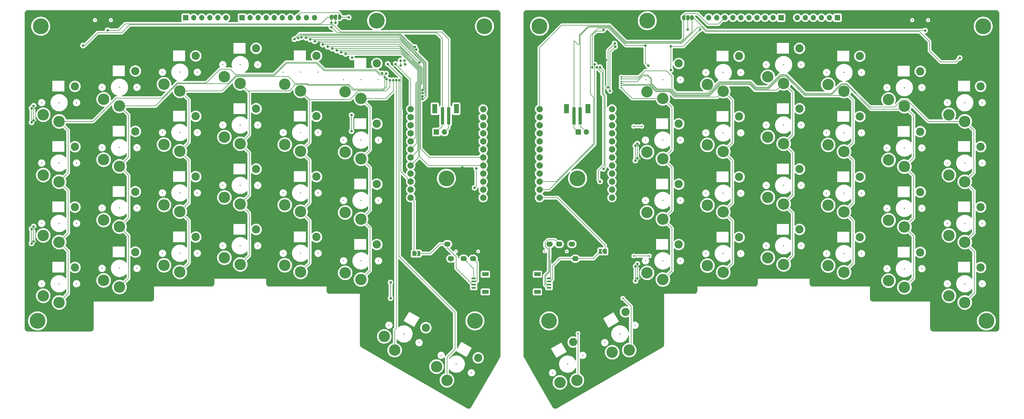
<source format=gbr>
%TF.GenerationSoftware,KiCad,Pcbnew,8.0.1*%
%TF.CreationDate,2024-03-27T08:46:17-04:00*%
%TF.ProjectId,split_keyboard,73706c69-745f-46b6-9579-626f6172642e,rev?*%
%TF.SameCoordinates,Original*%
%TF.FileFunction,Copper,L1,Top*%
%TF.FilePolarity,Positive*%
%FSLAX46Y46*%
G04 Gerber Fmt 4.6, Leading zero omitted, Abs format (unit mm)*
G04 Created by KiCad (PCBNEW 8.0.1) date 2024-03-27 08:46:17*
%MOMM*%
%LPD*%
G01*
G04 APERTURE LIST*
G04 Aperture macros list*
%AMFreePoly0*
4,1,6,1.000000,0.000000,0.500000,-0.750000,-0.500000,-0.750000,-0.500000,0.750000,0.500000,0.750000,1.000000,0.000000,1.000000,0.000000,$1*%
%AMFreePoly1*
4,1,6,0.500000,-0.750000,-0.650000,-0.750000,-0.150000,0.000000,-0.650000,0.750000,0.500000,0.750000,0.500000,-0.750000,0.500000,-0.750000,$1*%
%AMFreePoly2*
4,1,19,0.550000,-0.750000,0.000000,-0.750000,0.000000,-0.744911,-0.071157,-0.744911,-0.207708,-0.704816,-0.327430,-0.627875,-0.420627,-0.520320,-0.479746,-0.390866,-0.500000,-0.250000,-0.500000,0.250000,-0.479746,0.390866,-0.420627,0.520320,-0.327430,0.627875,-0.207708,0.704816,-0.071157,0.744911,0.000000,0.744911,0.000000,0.750000,0.550000,0.750000,0.550000,-0.750000,0.550000,-0.750000,
$1*%
%AMFreePoly3*
4,1,19,0.000000,0.744911,0.071157,0.744911,0.207708,0.704816,0.327430,0.627875,0.420627,0.520320,0.479746,0.390866,0.500000,0.250000,0.500000,-0.250000,0.479746,-0.390866,0.420627,-0.520320,0.327430,-0.627875,0.207708,-0.704816,0.071157,-0.744911,0.000000,-0.744911,0.000000,-0.750000,-0.550000,-0.750000,-0.550000,0.750000,0.000000,0.750000,0.000000,0.744911,0.000000,0.744911,
$1*%
G04 Aperture macros list end*
%TA.AperFunction,EtchedComponent*%
%ADD10C,0.000000*%
%TD*%
%TA.AperFunction,ComponentPad*%
%ADD11C,2.900000*%
%TD*%
%TA.AperFunction,ConnectorPad*%
%ADD12C,5.000000*%
%TD*%
%TA.AperFunction,ComponentPad*%
%ADD13C,2.600000*%
%TD*%
%TA.AperFunction,ComponentPad*%
%ADD14C,3.600000*%
%TD*%
%TA.AperFunction,SMDPad,CuDef*%
%ADD15FreePoly0,180.000000*%
%TD*%
%TA.AperFunction,SMDPad,CuDef*%
%ADD16FreePoly1,180.000000*%
%TD*%
%TA.AperFunction,ComponentPad*%
%ADD17R,1.700000X1.700000*%
%TD*%
%TA.AperFunction,ComponentPad*%
%ADD18O,1.700000X1.700000*%
%TD*%
%TA.AperFunction,ComponentPad*%
%ADD19C,2.000000*%
%TD*%
%TA.AperFunction,SMDPad,CuDef*%
%ADD20R,1.600000X3.000000*%
%TD*%
%TA.AperFunction,SMDPad,CuDef*%
%ADD21R,1.000000X5.500000*%
%TD*%
%TA.AperFunction,ComponentPad*%
%ADD22O,2.000000X1.600000*%
%TD*%
%TA.AperFunction,SMDPad,CuDef*%
%ADD23R,1.350000X0.600000*%
%TD*%
%TA.AperFunction,SMDPad,CuDef*%
%ADD24R,2.000000X1.200000*%
%TD*%
%TA.AperFunction,SMDPad,CuDef*%
%ADD25FreePoly0,0.000000*%
%TD*%
%TA.AperFunction,SMDPad,CuDef*%
%ADD26FreePoly1,0.000000*%
%TD*%
%TA.AperFunction,SMDPad,CuDef*%
%ADD27FreePoly2,180.000000*%
%TD*%
%TA.AperFunction,SMDPad,CuDef*%
%ADD28R,1.000000X1.500000*%
%TD*%
%TA.AperFunction,SMDPad,CuDef*%
%ADD29FreePoly3,180.000000*%
%TD*%
%TA.AperFunction,SMDPad,CuDef*%
%ADD30FreePoly2,0.000000*%
%TD*%
%TA.AperFunction,SMDPad,CuDef*%
%ADD31FreePoly3,0.000000*%
%TD*%
%TA.AperFunction,ViaPad*%
%ADD32C,0.800000*%
%TD*%
%TA.AperFunction,ViaPad*%
%ADD33C,0.500000*%
%TD*%
%TA.AperFunction,Conductor*%
%ADD34C,0.200000*%
%TD*%
%ADD35C,0.350000*%
%ADD36C,0.300000*%
%ADD37O,1.300000X0.900000*%
G04 APERTURE END LIST*
D10*
%TA.AperFunction,EtchedComponent*%
%TO.C,R_JP2*%
G36*
X244051119Y-18679491D02*
G01*
X243551119Y-18679491D01*
X243551119Y-18079491D01*
X244051119Y-18079491D01*
X244051119Y-18679491D01*
G37*
%TD.AperFunction*%
%TA.AperFunction,EtchedComponent*%
%TO.C,L_JP2*%
G36*
X131572971Y-18520012D02*
G01*
X131072971Y-18520012D01*
X131072971Y-17920012D01*
X131572971Y-17920012D01*
X131572971Y-18520012D01*
G37*
%TD.AperFunction*%
%TD*%
D11*
%TO.P,H_L3,1*%
%TO.N,N/C*%
X178963193Y-21100931D03*
D12*
X178963193Y-21100931D03*
%TD*%
D13*
%TO.P,L_SW23,*%
%TO.N,*%
X125970000Y-87606250D03*
D14*
%TO.P,L_SW23,1,1*%
%TO.N,L_KEY_COL4*%
X120970000Y-98656250D03*
%TO.P,L_SW23,2,2*%
%TO.N,Net-(L_D23-A)*%
X115970000Y-96556250D03*
%TD*%
D13*
%TO.P,L_SW2,*%
%TO.N,*%
X125970000Y-30456250D03*
D14*
%TO.P,L_SW2,1,1*%
%TO.N,L_KEY_COL4*%
X120970000Y-41506250D03*
%TO.P,L_SW2,2,2*%
%TO.N,Net-(L_D2-A)*%
X115970000Y-39406250D03*
%TD*%
D11*
%TO.P,H_L4,1*%
%TO.N,N/C*%
X166963193Y-69100931D03*
D12*
X166963193Y-69100931D03*
%TD*%
D15*
%TO.P,R_JP1,1,A*%
%TO.N,R_+3.3V*%
X217072071Y-92161116D03*
D16*
%TO.P,R_JP1,2,B*%
%TO.N,Net-(R_J1-Pin_2)*%
X215622071Y-92161116D03*
%TD*%
D13*
%TO.P,L_SW12,*%
%TO.N,*%
X145020000Y-51887500D03*
D14*
%TO.P,L_SW12,1,1*%
%TO.N,L_KEY_COL3*%
X140020000Y-62937500D03*
%TO.P,L_SW12,2,2*%
%TO.N,Net-(L_D12-A)*%
X135020000Y-60837500D03*
%TD*%
D13*
%TO.P,L_SW19,*%
%TO.N,*%
X49770000Y-97226500D03*
D14*
%TO.P,L_SW19,1,1*%
%TO.N,L_KEY_COL8*%
X44770000Y-108276500D03*
%TO.P,L_SW19,2,2*%
%TO.N,Net-(L_D19-A)*%
X39770000Y-106176500D03*
%TD*%
D13*
%TO.P,R_SW19,*%
%TO.N,*%
X335520000Y-97226500D03*
D14*
%TO.P,R_SW19,1,1*%
%TO.N,R_KEY_COL1*%
X330520000Y-108276500D03*
%TO.P,R_SW19,2,2*%
%TO.N,Net-(R_D19-A)*%
X325520000Y-106176500D03*
%TD*%
D13*
%TO.P,L_SW11,*%
%TO.N,*%
X125970000Y-49506250D03*
D14*
%TO.P,L_SW11,1,1*%
%TO.N,L_KEY_COL4*%
X120970000Y-60556250D03*
%TO.P,L_SW11,2,2*%
%TO.N,Net-(L_D11-A)*%
X115970000Y-58456250D03*
%TD*%
D13*
%TO.P,R_SW5,*%
%TO.N,*%
X316470000Y-35314000D03*
D14*
%TO.P,R_SW5,1,1*%
%TO.N,R_KEY_COL2*%
X311470000Y-46364000D03*
%TO.P,R_SW5,2,2*%
%TO.N,Net-(R_D5-A)*%
X306470000Y-44264000D03*
%TD*%
D13*
%TO.P,L_SW4,*%
%TO.N,*%
X87870000Y-30456250D03*
D14*
%TO.P,L_SW4,1,1*%
%TO.N,L_KEY_COL6*%
X82870000Y-41506250D03*
%TO.P,L_SW4,2,2*%
%TO.N,Net-(L_D4-A)*%
X77870000Y-39406250D03*
%TD*%
D17*
%TO.P,L_IOExp_Pinout1,1,Pin_1*%
%TO.N,L_KEY_COL9*%
X84698971Y-18378012D03*
D18*
%TO.P,L_IOExp_Pinout1,2,Pin_2*%
%TO.N,L_KEY_COL10*%
X87238971Y-18378012D03*
%TO.P,L_IOExp_Pinout1,3,Pin_3*%
%TO.N,L_KEY_ROW5*%
X89778971Y-18378012D03*
%TO.P,L_IOExp_Pinout1,4,Pin_4*%
%TO.N,L_KEY_ROW6*%
X92318971Y-18378012D03*
%TO.P,L_IOExp_Pinout1,5,Pin_5*%
%TO.N,L_KEY_ROW7*%
X94858971Y-18378012D03*
%TO.P,L_IOExp_Pinout1,6,Pin_6*%
%TO.N,L_KEY_ROW8*%
X97398971Y-18378012D03*
%TD*%
D17*
%TO.P,R_IOExp_Pinout1,1,Pin_1*%
%TO.N,R_KEY_COL9*%
X290365119Y-18379491D03*
D18*
%TO.P,R_IOExp_Pinout1,2,Pin_2*%
%TO.N,R_KEY_COL10*%
X287825119Y-18379491D03*
%TO.P,R_IOExp_Pinout1,3,Pin_3*%
%TO.N,R_KEY_ROW5*%
X285285119Y-18379491D03*
%TO.P,R_IOExp_Pinout1,4,Pin_4*%
%TO.N,R_KEY_ROW6*%
X282745119Y-18379491D03*
%TO.P,R_IOExp_Pinout1,5,Pin_5*%
%TO.N,R_KEY_ROW7*%
X280205119Y-18379491D03*
%TO.P,R_IOExp_Pinout1,6,Pin_6*%
%TO.N,R_KEY_ROW8*%
X277665119Y-18379491D03*
%TD*%
D13*
%TO.P,L_SW16,*%
%TO.N,*%
X87870000Y-68556250D03*
D14*
%TO.P,L_SW16,1,1*%
%TO.N,L_KEY_COL6*%
X82870000Y-79606250D03*
%TO.P,L_SW16,2,2*%
%TO.N,Net-(L_D16-A)*%
X77870000Y-77506250D03*
%TD*%
D11*
%TO.P,H_L5,1*%
%TO.N,N/C*%
X175963193Y-114100931D03*
D12*
X175963193Y-114100931D03*
%TD*%
D13*
%TO.P,R_SW22,*%
%TO.N,*%
X278370000Y-85225000D03*
D14*
%TO.P,R_SW22,1,1*%
%TO.N,R_KEY_COL4*%
X273370000Y-96275000D03*
%TO.P,R_SW22,2,2*%
%TO.N,Net-(R_D22-A)*%
X268370000Y-94175000D03*
%TD*%
D13*
%TO.P,L_SW18,*%
%TO.N,*%
X49770000Y-78176500D03*
D14*
%TO.P,L_SW18,1,1*%
%TO.N,L_KEY_COL8*%
X44770000Y-89226500D03*
%TO.P,L_SW18,2,2*%
%TO.N,Net-(L_D18-A)*%
X39770000Y-87126500D03*
%TD*%
D11*
%TO.P,H_L1,1*%
%TO.N,N/C*%
X37963193Y-114100931D03*
D12*
X37963193Y-114100931D03*
%TD*%
D13*
%TO.P,L_SW24,*%
%TO.N,*%
X145020000Y-89987500D03*
D14*
%TO.P,L_SW24,1,1*%
%TO.N,L_KEY_COL3*%
X140020000Y-101037500D03*
%TO.P,L_SW24,2,2*%
%TO.N,Net-(L_D24-A)*%
X135020000Y-98937500D03*
%TD*%
D13*
%TO.P,R_SW25,*%
%TO.N,*%
X223458098Y-111250985D03*
D14*
%TO.P,R_SW25,1,1*%
%TO.N,R_KEY_COL7*%
X224652971Y-123320566D03*
%TO.P,R_SW25,2,2*%
%TO.N,Net-(R_D25-A)*%
X219272844Y-124001913D03*
%TD*%
D13*
%TO.P,R_SW11,*%
%TO.N,*%
X259320000Y-49601499D03*
D14*
%TO.P,R_SW11,1,1*%
%TO.N,R_KEY_COL5*%
X254320000Y-60651499D03*
%TO.P,R_SW11,2,2*%
%TO.N,Net-(R_D11-A)*%
X249320000Y-58551499D03*
%TD*%
D17*
%TO.P,R_S3_Pinout1,1,Pin_1*%
%TO.N,R_GND*%
X272585119Y-18379491D03*
D18*
%TO.P,R_S3_Pinout1,2,Pin_2*%
%TO.N,R_U1_TXD*%
X270045119Y-18379491D03*
%TO.P,R_S3_Pinout1,3,Pin_3*%
%TO.N,R_U1_RXD*%
X267505119Y-18379491D03*
%TO.P,R_S3_Pinout1,4,Pin_4*%
%TO.N,R_SPI_CS*%
X264965119Y-18379491D03*
%TO.P,R_S3_Pinout1,5,Pin_5*%
%TO.N,R_SPI_D*%
X262425119Y-18379491D03*
%TO.P,R_S3_Pinout1,6,Pin_6*%
%TO.N,R_SPI_CLK*%
X259885119Y-18379491D03*
%TO.P,R_S3_Pinout1,7,Pin_7*%
%TO.N,R_SPI_Q*%
X257345119Y-18379491D03*
%TO.P,R_S3_Pinout1,8,Pin_8*%
%TO.N,R_+5V*%
X254805119Y-18379491D03*
%TO.P,R_S3_Pinout1,9,Pin_9*%
%TO.N,R_+3.3V*%
X252265119Y-18379491D03*
%TO.P,R_S3_Pinout1,10,Pin_10*%
%TO.N,R_GND*%
X249725119Y-18379491D03*
%TD*%
D13*
%TO.P,L_SW13,*%
%TO.N,*%
X145020000Y-70937500D03*
D14*
%TO.P,L_SW13,1,1*%
%TO.N,L_KEY_COL3*%
X140020000Y-81987500D03*
%TO.P,L_SW13,2,2*%
%TO.N,Net-(L_D13-A)*%
X135020000Y-79887500D03*
%TD*%
D13*
%TO.P,R_SW21,*%
%TO.N,*%
X297420000Y-87701500D03*
D14*
%TO.P,R_SW21,1,1*%
%TO.N,R_KEY_COL3*%
X292420000Y-98751500D03*
%TO.P,R_SW21,2,2*%
%TO.N,Net-(R_D21-A)*%
X287420000Y-96651500D03*
%TD*%
D19*
%TO.P,L_T-Display-S3,1,3v*%
%TO.N,L_+3.3V*%
X155700136Y-75184000D03*
%TO.P,L_T-Display-S3,2,1*%
%TO.N,L_IO_INT*%
X155700136Y-72644000D03*
%TO.P,L_T-Display-S3,3,2*%
%TO.N,L_LED_OUT*%
X155700136Y-70104000D03*
%TO.P,L_T-Display-S3,4,3*%
%TO.N,unconnected-(L_T-Display-S3-3-Pad4)*%
X155700136Y-67564000D03*
%TO.P,L_T-Display-S3,5,10*%
%TO.N,L_SPI_CS*%
X155700136Y-65024000D03*
%TO.P,L_T-Display-S3,6,11*%
%TO.N,L_SPI_D*%
X155700136Y-62484000D03*
%TO.P,L_T-Display-S3,7,12*%
%TO.N,L_SPI_CLK*%
X155700136Y-59944000D03*
%TO.P,L_T-Display-S3,8,13*%
%TO.N,L_SPI_Q*%
X155700136Y-57404000D03*
%TO.P,L_T-Display-S3,9,NC*%
%TO.N,unconnected-(L_T-Display-S3-NC-Pad9)*%
X155700136Y-54864000D03*
%TO.P,L_T-Display-S3,10,NC*%
%TO.N,unconnected-(L_T-Display-S3-NC-Pad10)*%
X155700136Y-52324000D03*
%TO.P,L_T-Display-S3,11,GND*%
%TO.N,L_GND*%
X155700136Y-49784000D03*
%TO.P,L_T-Display-S3,12,5V*%
%TO.N,L_+5V*%
X155700136Y-47244000D03*
%TO.P,L_T-Display-S3,13,GND*%
%TO.N,L_GND*%
X178562000Y-75184000D03*
%TO.P,L_T-Display-S3,14,GND*%
%TO.N,unconnected-(L_T-Display-S3-GND-Pad14)*%
X178562000Y-72644000D03*
%TO.P,L_T-Display-S3,15,43*%
%TO.N,Net-(L_JP3-B)*%
X178562000Y-70104000D03*
%TO.P,L_T-Display-S3,16,44*%
%TO.N,Net-(L_JP4-B)*%
X178562000Y-67564000D03*
%TO.P,L_T-Display-S3,17,18*%
%TO.N,L_U1_RXD*%
X178562000Y-65024000D03*
%TO.P,L_T-Display-S3,18,17*%
%TO.N,L_U1_TXD*%
X178562000Y-62484000D03*
%TO.P,L_T-Display-S3,19,21*%
%TO.N,unconnected-(L_T-Display-S3-21-Pad19)*%
X178562000Y-59944000D03*
%TO.P,L_T-Display-S3,20,16*%
%TO.N,unconnected-(L_T-Display-S3-16-Pad20)*%
X178562000Y-57404000D03*
%TO.P,L_T-Display-S3,21,NC*%
%TO.N,unconnected-(L_T-Display-S3-NC-Pad21)*%
X178562000Y-54864000D03*
%TO.P,L_T-Display-S3,22,GND*%
%TO.N,unconnected-(L_T-Display-S3-GND-Pad22)*%
X178562000Y-52324000D03*
%TO.P,L_T-Display-S3,23,GND*%
%TO.N,unconnected-(L_T-Display-S3-GND-Pad23)*%
X178562000Y-49784000D03*
%TO.P,L_T-Display-S3,24,3v*%
%TO.N,L_+3.3V*%
X178562000Y-47244000D03*
%TD*%
D11*
%TO.P,H_R3,1*%
%TO.N,N/C*%
X196337892Y-21103888D03*
D12*
X196337892Y-21103888D03*
%TD*%
D13*
%TO.P,R_SW20,*%
%TO.N,*%
X316470000Y-92464000D03*
D14*
%TO.P,R_SW20,1,1*%
%TO.N,R_KEY_COL2*%
X311470000Y-103514000D03*
%TO.P,R_SW20,2,2*%
%TO.N,Net-(R_D20-A)*%
X306470000Y-101414000D03*
%TD*%
D13*
%TO.P,L_SW20,*%
%TO.N,*%
X68820000Y-92368750D03*
D14*
%TO.P,L_SW20,1,1*%
%TO.N,L_KEY_COL7*%
X63820000Y-103418750D03*
%TO.P,L_SW20,2,2*%
%TO.N,Net-(L_D20-A)*%
X58820000Y-101318750D03*
%TD*%
D13*
%TO.P,L_SW22,*%
%TO.N,*%
X106920000Y-85225000D03*
D14*
%TO.P,L_SW22,1,1*%
%TO.N,L_KEY_COL5*%
X101920000Y-96275000D03*
%TO.P,L_SW22,2,2*%
%TO.N,Net-(L_D22-A)*%
X96920000Y-94175000D03*
%TD*%
D13*
%TO.P,L_SW15,*%
%TO.N,*%
X106920000Y-66175000D03*
D14*
%TO.P,L_SW15,1,1*%
%TO.N,L_KEY_COL5*%
X101920000Y-77225000D03*
%TO.P,L_SW15,2,2*%
%TO.N,Net-(L_D15-A)*%
X96920000Y-75125000D03*
%TD*%
D13*
%TO.P,L_SW3,*%
%TO.N,*%
X106920000Y-28075000D03*
D14*
%TO.P,L_SW3,1,1*%
%TO.N,L_KEY_COL5*%
X101920000Y-39125000D03*
%TO.P,L_SW3,2,2*%
%TO.N,Net-(L_D3-A)*%
X96920000Y-37025000D03*
%TD*%
D11*
%TO.P,H_R5,1*%
%TO.N,N/C*%
X199337892Y-114103888D03*
D12*
X199337892Y-114103888D03*
%TD*%
D13*
%TO.P,L_SW17,*%
%TO.N,*%
X68820000Y-73318750D03*
D14*
%TO.P,L_SW17,1,1*%
%TO.N,L_KEY_COL7*%
X63820000Y-84368750D03*
%TO.P,L_SW17,2,2*%
%TO.N,Net-(L_D17-A)*%
X58820000Y-82268750D03*
%TD*%
D19*
%TO.P,R_T-Display-S3,1,3v*%
%TO.N,R_+3.3V*%
X196347071Y-75181116D03*
%TO.P,R_T-Display-S3,2,1*%
%TO.N,R_IO_INT*%
X196347071Y-72641116D03*
%TO.P,R_T-Display-S3,3,2*%
%TO.N,R_LED_OUT*%
X196347071Y-70101116D03*
%TO.P,R_T-Display-S3,4,3*%
%TO.N,unconnected-(R_T-Display-S3-3-Pad4)*%
X196347071Y-67561116D03*
%TO.P,R_T-Display-S3,5,10*%
%TO.N,R_SPI_CS*%
X196347071Y-65021116D03*
%TO.P,R_T-Display-S3,6,11*%
%TO.N,R_SPI_D*%
X196347071Y-62481116D03*
%TO.P,R_T-Display-S3,7,12*%
%TO.N,R_SPI_CLK*%
X196347071Y-59941116D03*
%TO.P,R_T-Display-S3,8,13*%
%TO.N,R_SPI_Q*%
X196347071Y-57401116D03*
%TO.P,R_T-Display-S3,9,NC*%
%TO.N,unconnected-(R_T-Display-S3-NC-Pad9)*%
X196347071Y-54861116D03*
%TO.P,R_T-Display-S3,10,NC*%
%TO.N,unconnected-(R_T-Display-S3-NC-Pad10)*%
X196347071Y-52321116D03*
%TO.P,R_T-Display-S3,11,GND*%
%TO.N,R_GND*%
X196347071Y-49781116D03*
%TO.P,R_T-Display-S3,12,5V*%
%TO.N,R_+5V*%
X196347071Y-47241116D03*
%TO.P,R_T-Display-S3,13,GND*%
%TO.N,R_GND*%
X219208935Y-75181116D03*
%TO.P,R_T-Display-S3,14,GND*%
%TO.N,unconnected-(R_T-Display-S3-GND-Pad14)*%
X219208935Y-72641116D03*
%TO.P,R_T-Display-S3,15,43*%
%TO.N,Net-(R_JP3-B)*%
X219208935Y-70101116D03*
%TO.P,R_T-Display-S3,16,44*%
%TO.N,Net-(R_JP4-B)*%
X219208935Y-67561116D03*
%TO.P,R_T-Display-S3,17,18*%
%TO.N,R_U1_RXD*%
X219208935Y-65021116D03*
%TO.P,R_T-Display-S3,18,17*%
%TO.N,R_U1_TXD*%
X219208935Y-62481116D03*
%TO.P,R_T-Display-S3,19,21*%
%TO.N,unconnected-(R_T-Display-S3-21-Pad19)*%
X219208935Y-59941116D03*
%TO.P,R_T-Display-S3,20,16*%
%TO.N,unconnected-(R_T-Display-S3-16-Pad20)*%
X219208935Y-57401116D03*
%TO.P,R_T-Display-S3,21,NC*%
%TO.N,unconnected-(R_T-Display-S3-NC-Pad21)*%
X219208935Y-54861116D03*
%TO.P,R_T-Display-S3,22,GND*%
%TO.N,unconnected-(R_T-Display-S3-GND-Pad22)*%
X219208935Y-52321116D03*
%TO.P,R_T-Display-S3,23,GND*%
%TO.N,unconnected-(R_T-Display-S3-GND-Pad23)*%
X219208935Y-49781116D03*
%TO.P,R_T-Display-S3,24,3v*%
%TO.N,R_+3.3V*%
X219208935Y-47241116D03*
%TD*%
D13*
%TO.P,R_SW12,*%
%TO.N,*%
X240270000Y-51887500D03*
D14*
%TO.P,R_SW12,1,1*%
%TO.N,R_KEY_COL6*%
X235270000Y-62937500D03*
%TO.P,R_SW12,2,2*%
%TO.N,Net-(R_D12-A)*%
X230270000Y-60837500D03*
%TD*%
D13*
%TO.P,R_SW16,*%
%TO.N,*%
X297420000Y-68651500D03*
D14*
%TO.P,R_SW16,1,1*%
%TO.N,R_KEY_COL3*%
X292420000Y-79701500D03*
%TO.P,R_SW16,2,2*%
%TO.N,Net-(R_D16-A)*%
X287420000Y-77601500D03*
%TD*%
D13*
%TO.P,R_SW24,*%
%TO.N,*%
X240270000Y-89987500D03*
D14*
%TO.P,R_SW24,1,1*%
%TO.N,R_KEY_COL6*%
X235270000Y-101037500D03*
%TO.P,R_SW24,2,2*%
%TO.N,Net-(R_D24-A)*%
X230270000Y-98937500D03*
%TD*%
D13*
%TO.P,L_SW7,*%
%TO.N,*%
X49770000Y-59126500D03*
D14*
%TO.P,L_SW7,1,1*%
%TO.N,L_KEY_COL8*%
X44770000Y-70176500D03*
%TO.P,L_SW7,2,2*%
%TO.N,Net-(L_D7-A)*%
X39770000Y-68076500D03*
%TD*%
D11*
%TO.P,H_R1,1*%
%TO.N,N/C*%
X337337892Y-114103888D03*
D12*
X337337892Y-114103888D03*
%TD*%
D20*
%TO.P,L_BAT_EXT1,*%
%TO.N,*%
X163300136Y-47119000D03*
X170100136Y-47119000D03*
D21*
%TO.P,L_BAT_EXT1,1,Pin_1*%
%TO.N,L_VBAT*%
X165700136Y-49369000D03*
%TO.P,L_BAT_EXT1,2,Pin_2*%
%TO.N,Net-(L_BAT1-Pin_2)*%
X167700136Y-49369000D03*
%TD*%
D13*
%TO.P,R_SW15,*%
%TO.N,*%
X278370000Y-66175000D03*
D14*
%TO.P,R_SW15,1,1*%
%TO.N,R_KEY_COL4*%
X273370000Y-77225000D03*
%TO.P,R_SW15,2,2*%
%TO.N,Net-(R_D15-A)*%
X268370000Y-75125000D03*
%TD*%
D13*
%TO.P,R_SW4,*%
%TO.N,*%
X297420000Y-30551500D03*
D14*
%TO.P,R_SW4,1,1*%
%TO.N,R_KEY_COL3*%
X292420000Y-41601500D03*
%TO.P,R_SW4,2,2*%
%TO.N,Net-(R_D4-A)*%
X287420000Y-39501500D03*
%TD*%
D17*
%TO.P,R_BAT_EXT2,1,Pin_1*%
%TO.N,R_VBAT*%
X208534000Y-54508400D03*
D18*
%TO.P,R_BAT_EXT2,2,Pin_2*%
%TO.N,Net-(R_BAT1-Pin_2)*%
X211074000Y-54508400D03*
%TD*%
D13*
%TO.P,R_SW2,*%
%TO.N,*%
X259320000Y-30551500D03*
D14*
%TO.P,R_SW2,1,1*%
%TO.N,R_KEY_COL5*%
X254320000Y-41601500D03*
%TO.P,R_SW2,2,2*%
%TO.N,Net-(R_D2-A)*%
X249320000Y-39501500D03*
%TD*%
D13*
%TO.P,L_SW8,*%
%TO.N,*%
X68820000Y-54268750D03*
D14*
%TO.P,L_SW8,1,1*%
%TO.N,L_KEY_COL7*%
X63820000Y-65318750D03*
%TO.P,L_SW8,2,2*%
%TO.N,Net-(L_D8-A)*%
X58820000Y-63218750D03*
%TD*%
D13*
%TO.P,R_SW7,*%
%TO.N,*%
X335520000Y-59126500D03*
D14*
%TO.P,R_SW7,1,1*%
%TO.N,R_KEY_COL1*%
X330520000Y-70176500D03*
%TO.P,R_SW7,2,2*%
%TO.N,Net-(R_D7-A)*%
X325520000Y-68076500D03*
%TD*%
D22*
%TO.P,R_TRRS1,1,1*%
%TO.N,Net-(R_J1-Pin_2)*%
X207647071Y-94461116D03*
%TO.P,R_TRRS1,2,2*%
%TO.N,R_GND*%
X206547071Y-89861116D03*
%TO.P,R_TRRS1,3,3*%
%TO.N,R_SCL*%
X202547071Y-89861116D03*
%TO.P,R_TRRS1,4,4*%
%TO.N,R_SDA*%
X199547071Y-89861116D03*
%TD*%
D13*
%TO.P,R_SW3,*%
%TO.N,*%
X278370000Y-28075000D03*
D14*
%TO.P,R_SW3,1,1*%
%TO.N,R_KEY_COL4*%
X273370000Y-39125000D03*
%TO.P,R_SW3,2,2*%
%TO.N,Net-(R_D3-A)*%
X268370000Y-37025000D03*
%TD*%
D23*
%TO.P,R_J1,1,Pin_1*%
%TO.N,R_GND*%
X199347071Y-100661116D03*
%TO.P,R_J1,2,Pin_2*%
%TO.N,Net-(R_J1-Pin_2)*%
X199347071Y-101661116D03*
%TO.P,R_J1,3,Pin_3*%
%TO.N,R_SDA*%
X199347071Y-102661116D03*
%TO.P,R_J1,4,Pin_4*%
%TO.N,R_SCL*%
X199347071Y-103661116D03*
D24*
%TO.P,R_J1,NC1,NC*%
%TO.N,unconnected-(R_J1-NC-PadNC1)*%
X195672071Y-104961116D03*
%TO.P,R_J1,NC2,NC*%
%TO.N,unconnected-(R_J1-NC-PadNC2)*%
X195672071Y-99361116D03*
%TD*%
D13*
%TO.P,R_SW9,*%
%TO.N,*%
X297420000Y-49601499D03*
D14*
%TO.P,R_SW9,1,1*%
%TO.N,R_KEY_COL3*%
X292420000Y-60651499D03*
%TO.P,R_SW9,2,2*%
%TO.N,Net-(R_D9-A)*%
X287420000Y-58551499D03*
%TD*%
D25*
%TO.P,L_JP1,1,A*%
%TO.N,L_+3.3V*%
X156718000Y-92837000D03*
D26*
%TO.P,L_JP1,2,B*%
%TO.N,Net-(L_J1-Pin_2)*%
X158168000Y-92837000D03*
%TD*%
D27*
%TO.P,R_JP2,1,A*%
%TO.N,R_VBAT*%
X244451119Y-18379491D03*
D28*
%TO.P,R_JP2,2,C*%
%TO.N,R_VLED*%
X243151119Y-18379491D03*
D29*
%TO.P,R_JP2,3,B*%
%TO.N,R_+5V*%
X241851119Y-18379491D03*
%TD*%
D11*
%TO.P,H_R6,1*%
%TO.N,N/C*%
X230337892Y-19353888D03*
D12*
X230337892Y-19353888D03*
%TD*%
D13*
%TO.P,R_SW10,*%
%TO.N,*%
X278370000Y-47125000D03*
D14*
%TO.P,R_SW10,1,1*%
%TO.N,R_KEY_COL4*%
X273370000Y-58175000D03*
%TO.P,R_SW10,2,2*%
%TO.N,Net-(R_D10-A)*%
X268370000Y-56075000D03*
%TD*%
D13*
%TO.P,L_SW25,*%
%TO.N,*%
X160490057Y-116248028D03*
D14*
%TO.P,L_SW25,1,1*%
%TO.N,L_KEY_COL2*%
X150634930Y-123317609D03*
%TO.P,L_SW25,2,2*%
%TO.N,Net-(L_D25-A)*%
X147354803Y-118998956D03*
%TD*%
D30*
%TO.P,L_JP2,1,A*%
%TO.N,L_VBAT*%
X130672971Y-18220012D03*
D28*
%TO.P,L_JP2,2,C*%
%TO.N,L_VLED*%
X131972971Y-18220012D03*
D31*
%TO.P,L_JP2,3,B*%
%TO.N,L_+5V*%
X133272971Y-18220012D03*
%TD*%
D13*
%TO.P,R_SW6,*%
%TO.N,*%
X335520000Y-40076500D03*
D14*
%TO.P,R_SW6,1,1*%
%TO.N,R_KEY_COL1*%
X330520000Y-51126500D03*
%TO.P,R_SW6,2,2*%
%TO.N,Net-(R_D6-A)*%
X325520000Y-49026500D03*
%TD*%
D17*
%TO.P,L_BAT_EXT2,1,Pin_1*%
%TO.N,L_VBAT*%
X163825000Y-54508400D03*
D18*
%TO.P,L_BAT_EXT2,2,Pin_2*%
%TO.N,Net-(L_BAT1-Pin_2)*%
X166365000Y-54508400D03*
%TD*%
D11*
%TO.P,H_L6,1*%
%TO.N,N/C*%
X144963193Y-19350931D03*
D12*
X144963193Y-19350931D03*
%TD*%
D13*
%TO.P,L_SW9,*%
%TO.N,*%
X87870000Y-49506250D03*
D14*
%TO.P,L_SW9,1,1*%
%TO.N,L_KEY_COL6*%
X82870000Y-60556250D03*
%TO.P,L_SW9,2,2*%
%TO.N,Net-(L_D9-A)*%
X77870000Y-58456250D03*
%TD*%
D13*
%TO.P,L_SW14,*%
%TO.N,*%
X125970000Y-68556250D03*
D14*
%TO.P,L_SW14,1,1*%
%TO.N,L_KEY_COL4*%
X120970000Y-79606250D03*
%TO.P,L_SW14,2,2*%
%TO.N,Net-(L_D14-A)*%
X115970000Y-77506250D03*
%TD*%
D13*
%TO.P,L_SW6,*%
%TO.N,*%
X49770000Y-40076500D03*
D14*
%TO.P,L_SW6,1,1*%
%TO.N,L_KEY_COL8*%
X44770000Y-51126500D03*
%TO.P,L_SW6,2,2*%
%TO.N,Net-(L_D6-A)*%
X39770000Y-49026500D03*
%TD*%
D13*
%TO.P,R_SW14,*%
%TO.N,*%
X259320000Y-68651500D03*
D14*
%TO.P,R_SW14,1,1*%
%TO.N,R_KEY_COL5*%
X254320000Y-79701500D03*
%TO.P,R_SW14,2,2*%
%TO.N,Net-(R_D14-A)*%
X249320000Y-77601500D03*
%TD*%
D22*
%TO.P,TRRS_L1,1,1*%
%TO.N,Net-(L_J1-Pin_2)*%
X167285971Y-89859637D03*
%TO.P,TRRS_L1,2,2*%
%TO.N,L_GND*%
X168385971Y-94459637D03*
%TO.P,TRRS_L1,3,3*%
%TO.N,L_SCL*%
X172385971Y-94459637D03*
%TO.P,TRRS_L1,4,4*%
%TO.N,L_SDA*%
X175385971Y-94459637D03*
%TD*%
D13*
%TO.P,R_SW18,*%
%TO.N,*%
X335520000Y-78176500D03*
D14*
%TO.P,R_SW18,1,1*%
%TO.N,R_KEY_COL1*%
X330520000Y-89226500D03*
%TO.P,R_SW18,2,2*%
%TO.N,Net-(R_D18-A)*%
X325520000Y-87126500D03*
%TD*%
D13*
%TO.P,L_SW10,*%
%TO.N,*%
X106920000Y-47125000D03*
D14*
%TO.P,L_SW10,1,1*%
%TO.N,L_KEY_COL5*%
X101920000Y-58175000D03*
%TO.P,L_SW10,2,2*%
%TO.N,Net-(L_D10-A)*%
X96920000Y-56075000D03*
%TD*%
D13*
%TO.P,R_SW23,*%
%TO.N,*%
X259320000Y-87701500D03*
D14*
%TO.P,R_SW23,1,1*%
%TO.N,R_KEY_COL5*%
X254320000Y-98751500D03*
%TO.P,R_SW23,2,2*%
%TO.N,Net-(R_D23-A)*%
X249320000Y-96651500D03*
%TD*%
D17*
%TO.P,L_S3_Pinout1,1,Pin_1*%
%TO.N,L_GND*%
X102478971Y-18378012D03*
D18*
%TO.P,L_S3_Pinout1,2,Pin_2*%
%TO.N,L_U1_TXD*%
X105018971Y-18378012D03*
%TO.P,L_S3_Pinout1,3,Pin_3*%
%TO.N,L_U1_RXD*%
X107558971Y-18378012D03*
%TO.P,L_S3_Pinout1,4,Pin_4*%
%TO.N,L_SPI_CS*%
X110098971Y-18378012D03*
%TO.P,L_S3_Pinout1,5,Pin_5*%
%TO.N,L_SPI_D*%
X112638971Y-18378012D03*
%TO.P,L_S3_Pinout1,6,Pin_6*%
%TO.N,L_SPI_CLK*%
X115178971Y-18378012D03*
%TO.P,L_S3_Pinout1,7,Pin_7*%
%TO.N,L_SPI_Q*%
X117718971Y-18378012D03*
%TO.P,L_S3_Pinout1,8,Pin_8*%
%TO.N,L_+5V*%
X120258971Y-18378012D03*
%TO.P,L_S3_Pinout1,9,Pin_9*%
%TO.N,L_+3.3V*%
X122798971Y-18378012D03*
%TO.P,L_S3_Pinout1,10,Pin_10*%
%TO.N,L_GND*%
X125338971Y-18378012D03*
%TD*%
D13*
%TO.P,R_SW26,*%
%TO.N,*%
X206973498Y-120775985D03*
D14*
%TO.P,R_SW26,1,1*%
%TO.N,R_KEY_COL8*%
X208168371Y-132845566D03*
%TO.P,R_SW26,2,2*%
%TO.N,Net-(R_D26-A)*%
X202788244Y-133526913D03*
%TD*%
D13*
%TO.P,R_SW1,*%
%TO.N,*%
X240270000Y-32837500D03*
D14*
%TO.P,R_SW1,1,1*%
%TO.N,R_KEY_COL6*%
X235270000Y-43887500D03*
%TO.P,R_SW1,2,2*%
%TO.N,Net-(R_D1-A)*%
X230270000Y-41787500D03*
%TD*%
D13*
%TO.P,L_SW1,*%
%TO.N,*%
X145020000Y-32837500D03*
D14*
%TO.P,L_SW1,1,1*%
%TO.N,L_KEY_COL3*%
X140020000Y-43887500D03*
%TO.P,L_SW1,2,2*%
%TO.N,Net-(L_D1-A)*%
X135020000Y-41787500D03*
%TD*%
D23*
%TO.P,L_J1,1,Pin_1*%
%TO.N,L_GND*%
X175585971Y-103659637D03*
%TO.P,L_J1,2,Pin_2*%
%TO.N,Net-(L_J1-Pin_2)*%
X175585971Y-102659637D03*
%TO.P,L_J1,3,Pin_3*%
%TO.N,L_SDA*%
X175585971Y-101659637D03*
%TO.P,L_J1,4,Pin_4*%
%TO.N,L_SCL*%
X175585971Y-100659637D03*
D24*
%TO.P,L_J1,NC1,NC*%
%TO.N,unconnected-(L_J1-NC-PadNC1)*%
X179260971Y-99359637D03*
%TO.P,L_J1,NC2,NC*%
%TO.N,unconnected-(L_J1-NC-PadNC2)*%
X179260971Y-104959637D03*
%TD*%
D13*
%TO.P,R_SW8,*%
%TO.N,*%
X316470000Y-54364000D03*
D14*
%TO.P,R_SW8,1,1*%
%TO.N,R_KEY_COL2*%
X311470000Y-65414000D03*
%TO.P,R_SW8,2,2*%
%TO.N,Net-(R_D8-A)*%
X306470000Y-63314000D03*
%TD*%
D11*
%TO.P,H_R2,1*%
%TO.N,N/C*%
X336337892Y-21103888D03*
D12*
X336337892Y-21103888D03*
%TD*%
D13*
%TO.P,L_SW5,*%
%TO.N,*%
X68820000Y-35218750D03*
D14*
%TO.P,L_SW5,1,1*%
%TO.N,L_KEY_COL7*%
X63820000Y-46268750D03*
%TO.P,L_SW5,2,2*%
%TO.N,Net-(L_D5-A)*%
X58820000Y-44168750D03*
%TD*%
D11*
%TO.P,H_L2,1*%
%TO.N,N/C*%
X38963193Y-21100931D03*
D12*
X38963193Y-21100931D03*
%TD*%
D13*
%TO.P,R_SW17,*%
%TO.N,*%
X316470000Y-73414000D03*
D14*
%TO.P,R_SW17,1,1*%
%TO.N,R_KEY_COL2*%
X311470000Y-84464000D03*
%TO.P,R_SW17,2,2*%
%TO.N,Net-(R_D17-A)*%
X306470000Y-82364000D03*
%TD*%
D11*
%TO.P,H_R4,1*%
%TO.N,N/C*%
X208337892Y-69103888D03*
D12*
X208337892Y-69103888D03*
%TD*%
D13*
%TO.P,L_SW26,*%
%TO.N,*%
X176987841Y-125773028D03*
D14*
%TO.P,L_SW26,1,1*%
%TO.N,L_KEY_COL1*%
X167132714Y-132842609D03*
%TO.P,L_SW26,2,2*%
%TO.N,Net-(L_D26-A)*%
X163852587Y-128523956D03*
%TD*%
D13*
%TO.P,R_SW13,*%
%TO.N,*%
X240270000Y-70937500D03*
D14*
%TO.P,R_SW13,1,1*%
%TO.N,R_KEY_COL6*%
X235270000Y-81987500D03*
%TO.P,R_SW13,2,2*%
%TO.N,Net-(R_D13-A)*%
X230270000Y-79887500D03*
%TD*%
D20*
%TO.P,R_BAT_EXT1,*%
%TO.N,*%
X204808935Y-47116116D03*
X211608935Y-47116116D03*
D21*
%TO.P,R_BAT_EXT1,1,Pin_1*%
%TO.N,R_VBAT*%
X207208935Y-49366116D03*
%TO.P,R_BAT_EXT1,2,Pin_2*%
%TO.N,Net-(R_BAT1-Pin_2)*%
X209208935Y-49366116D03*
%TD*%
D13*
%TO.P,L_SW21,*%
%TO.N,*%
X87870000Y-87606250D03*
D14*
%TO.P,L_SW21,1,1*%
%TO.N,L_KEY_COL6*%
X82870000Y-98656250D03*
%TO.P,L_SW21,2,2*%
%TO.N,Net-(L_D21-A)*%
X77870000Y-96556250D03*
%TD*%
D32*
%TO.N,Net-(L_BAT1-Pin_2)*%
X52324000Y-27178000D03*
%TO.N,R_VBAT*%
X318008000Y-22479000D03*
%TO.N,L_VBAT*%
X130683000Y-20020000D03*
X130683000Y-21336000D03*
X60071000Y-22352000D03*
%TO.N,L_GND*%
X158475764Y-32532236D03*
X171958000Y-41656000D03*
X171958000Y-65624000D03*
X37338000Y-46990000D03*
X126806735Y-26355265D03*
X171958000Y-33655000D03*
X149796500Y-33055000D03*
X177292000Y-76657200D03*
X37338000Y-85090000D03*
X37339044Y-89663044D03*
X37355998Y-51454064D03*
%TO.N,L_SDA*%
X175844200Y-72085200D03*
X176414000Y-65989200D03*
%TO.N,R_SCL*%
X215392000Y-34036000D03*
X216509600Y-66141600D03*
%TO.N,R_SDA*%
X214376000Y-34036000D03*
X215442800Y-70104000D03*
%TO.N,L_KEY_COL1*%
X152019000Y-38135000D03*
%TO.N,L_KEY_COL2*%
X151119067Y-38135000D03*
%TO.N,L_KEY_COL3*%
X150114000Y-38135000D03*
%TO.N,L_KEY_COL4*%
X149098000Y-38135000D03*
%TO.N,L_KEY_COL5*%
X148148783Y-37781216D03*
%TO.N,L_KEY_COL6*%
X147490265Y-37167735D03*
D33*
%TO.N,R_KEY_COL1*%
X222130096Y-37107925D03*
%TO.N,R_KEY_COL2*%
X222123000Y-37719000D03*
%TO.N,R_KEY_COL3*%
X222123000Y-38516497D03*
%TO.N,R_KEY_COL4*%
X222123000Y-39116000D03*
%TO.N,R_KEY_COL5*%
X222123000Y-39751000D03*
%TO.N,R_KEY_COL6*%
X222123000Y-40386000D03*
D32*
%TO.N,L_KEY_ROW2*%
X137033000Y-49149000D03*
X137033000Y-54229000D03*
%TO.N,L_KEY_ROW4*%
X149352000Y-101981000D03*
X149352000Y-106934000D03*
%TO.N,L_VLED*%
X137160000Y-30988000D03*
X36066956Y-89663044D03*
X36068000Y-85090000D03*
X36068000Y-51435000D03*
X131972971Y-20020000D03*
X36068000Y-46990000D03*
%TO.N,R_IO_INT*%
X213741000Y-33147000D03*
D33*
%TO.N,R_KEY_ROW3*%
X228600000Y-52705000D03*
X226051105Y-52705000D03*
%TO.N,R_KEY_ROW1*%
X231013000Y-93599000D03*
X226060000Y-93599000D03*
%TO.N,R_KEY_COL7*%
X222631000Y-106934000D03*
%TO.N,R_KEY_COL8*%
X208496124Y-118072125D03*
D32*
%TO.N,L_KEY_COL7*%
X147930082Y-36043082D03*
%TO.N,L_KEY_COL8*%
X146685000Y-35941000D03*
%TO.N,R_KEY_COL9*%
X218532000Y-41529000D03*
X220218000Y-27559000D03*
%TO.N,R_KEY_COL10*%
X220058935Y-26543000D03*
X217932000Y-40386000D03*
%TO.N,L_+5V*%
X150876000Y-33020000D03*
X136144000Y-18288000D03*
%TO.N,L_LED_OUT*%
X148463000Y-33020000D03*
%TO.N,Net-(R_BAT1-Pin_2)*%
X328930000Y-31115000D03*
%TO.N,L_KEY_COL9*%
X152527000Y-33469000D03*
X152527000Y-31912000D03*
X118999000Y-25179000D03*
X156997822Y-27660178D03*
%TO.N,L_KEY_COL10*%
X120142000Y-24879000D03*
X157420690Y-28507310D03*
X153924000Y-33169000D03*
X153681003Y-31912000D03*
%TO.N,L_KEY_ROW5*%
X159407000Y-44069000D03*
X121158000Y-24579000D03*
%TO.N,L_KEY_ROW6*%
X122676440Y-24770560D03*
X159407000Y-43168997D03*
%TO.N,L_KEY_ROW7*%
X123952000Y-25273000D03*
X159407000Y-42164000D03*
%TO.N,L_KEY_ROW8*%
X125429970Y-25827030D03*
X159407000Y-41263997D03*
%TO.N,L_U1_TXD*%
X127949705Y-26863295D03*
%TO.N,L_U1_RXD*%
X129516970Y-27582030D03*
%TO.N,L_SPI_CS*%
X130957235Y-28173765D03*
%TO.N,L_SPI_D*%
X132394705Y-28768295D03*
%TO.N,L_SPI_CLK*%
X133771470Y-29296530D03*
%TO.N,L_SPI_Q*%
X135148235Y-29824765D03*
%TO.N,R_GND*%
X220091000Y-32004000D03*
X227838000Y-101473000D03*
X227838000Y-96901000D03*
X217297000Y-31750000D03*
X227838000Y-63500000D03*
X218821000Y-42926000D03*
X227819500Y-58801000D03*
%TO.N,R_+3.3V*%
X216509600Y-22305065D03*
X212979000Y-34036000D03*
%TO.N,R_VLED*%
X237744000Y-27482800D03*
X226567202Y-58801824D03*
X243151119Y-22090719D03*
X226568000Y-63500000D03*
X237744000Y-34925000D03*
X246989600Y-22119200D03*
X226639000Y-96901000D03*
X226639000Y-101481810D03*
%TO.N,Net-(L_LED6-DOUT)*%
X36738500Y-46228000D03*
X36738500Y-50800000D03*
%TO.N,Net-(L_LED18-DOUT)*%
X36738500Y-84328000D03*
X36703000Y-89027000D03*
%TO.N,Net-(R_LED12-DOUT)*%
X227192926Y-58155624D03*
X227219500Y-62797216D03*
%TO.N,Net-(R_LED24-DOUT)*%
X227238500Y-96139000D03*
X227238500Y-100687000D03*
%TO.N,R_LED_OUT*%
X230632000Y-33528000D03*
X229717600Y-27228800D03*
%TD*%
D34*
%TO.N,Net-(L_BAT1-Pin_2)*%
X52324000Y-27178000D02*
X52832000Y-27178000D01*
X165358800Y-22864800D02*
X167700136Y-25206136D01*
X52832000Y-27178000D02*
X56896000Y-23114000D01*
X167700136Y-53173264D02*
X167700136Y-49369000D01*
X166365000Y-54508400D02*
X167700136Y-53173264D01*
X131368800Y-20620000D02*
X131368800Y-20675600D01*
X64516000Y-23114000D02*
X67010000Y-20620000D01*
X167700136Y-25206136D02*
X167700136Y-49369000D01*
X133558000Y-22864800D02*
X165358800Y-22864800D01*
X131368800Y-20675600D02*
X133558000Y-22864800D01*
X56896000Y-23114000D02*
X64516000Y-23114000D01*
X67010000Y-20620000D02*
X131368800Y-20620000D01*
%TO.N,R_VBAT*%
X249047000Y-22479000D02*
X244947491Y-18379491D01*
X241074136Y-26217600D02*
X223509728Y-26217600D01*
X207208935Y-53183335D02*
X208534000Y-54508400D01*
X211699400Y-21091600D02*
X208908935Y-23882065D01*
X223509728Y-26217600D02*
X218383728Y-21091600D01*
X244947491Y-18379491D02*
X244451119Y-18379491D01*
X218383728Y-21091600D02*
X211699400Y-21091600D01*
X207208935Y-25582065D02*
X207208935Y-49366116D01*
X244451119Y-18379491D02*
X244451119Y-22840617D01*
X244451119Y-22840617D02*
X241074136Y-26217600D01*
X208500070Y-26873200D02*
X207208935Y-25582065D01*
X207208935Y-49366116D02*
X207208935Y-53183335D01*
X208908935Y-23882065D02*
X208908935Y-26873200D01*
X318008000Y-22479000D02*
X249047000Y-22479000D01*
X208908935Y-26873200D02*
X208500070Y-26873200D01*
%TO.N,L_VBAT*%
X63627000Y-22352000D02*
X65659000Y-20320000D01*
X60071000Y-22352000D02*
X63627000Y-22352000D01*
X165700136Y-49369000D02*
X165700136Y-24984136D01*
X165700136Y-24984136D02*
X163880800Y-23164800D01*
X165700136Y-52633264D02*
X163825000Y-54508400D01*
X163880800Y-23164800D02*
X132511800Y-23164800D01*
X165700136Y-49369000D02*
X165700136Y-52633264D01*
X127381000Y-20320000D02*
X129480988Y-18220012D01*
X132511800Y-23164800D02*
X130683000Y-21336000D01*
X130683000Y-20020000D02*
X130683000Y-18230041D01*
X130683000Y-18230041D02*
X130672971Y-18220012D01*
X65659000Y-20320000D02*
X127381000Y-20320000D01*
X129480988Y-18220012D02*
X130672971Y-18220012D01*
%TO.N,L_GND*%
X37338000Y-51436066D02*
X37355998Y-51454064D01*
X171958000Y-33655000D02*
X171958000Y-41656000D01*
X172678100Y-103742500D02*
X165853100Y-96917500D01*
X126898705Y-26263295D02*
X126806735Y-26355265D01*
X176428400Y-75793600D02*
X176428400Y-75082400D01*
X175585971Y-103659637D02*
X175210971Y-103659637D01*
X153098500Y-36385500D02*
X153098500Y-47182364D01*
X37338000Y-85090000D02*
X37338000Y-89662000D01*
X177292000Y-76657200D02*
X176428400Y-75793600D01*
X37338000Y-89662000D02*
X37339044Y-89663044D01*
X168385971Y-96834637D02*
X168385971Y-94459637D01*
X37338000Y-46990000D02*
X37338000Y-51435000D01*
X37338000Y-51435000D02*
X37338000Y-51436066D01*
X176428400Y-75082400D02*
X171958000Y-70612000D01*
X149796500Y-33083500D02*
X153098500Y-36385500D01*
X158475764Y-32532236D02*
X152206824Y-26263295D01*
X149796500Y-33055000D02*
X149796500Y-33083500D01*
X153098500Y-47182364D02*
X155700136Y-49784000D01*
X152206824Y-26263295D02*
X126898705Y-26263295D01*
X171958000Y-70612000D02*
X171958000Y-65624000D01*
%TO.N,L_SCL*%
X175585971Y-97659637D02*
X172385971Y-94459637D01*
X175585971Y-100659637D02*
X175585971Y-97659637D01*
%TO.N,L_SDA*%
X176657000Y-95730666D02*
X176657000Y-101473000D01*
X176414000Y-71744000D02*
X176098200Y-72059800D01*
X176657000Y-101473000D02*
X176470363Y-101659637D01*
X176414000Y-65989200D02*
X176414000Y-71744000D01*
X176072800Y-72085200D02*
X175844200Y-72085200D01*
X176470363Y-101659637D02*
X175585971Y-101659637D01*
X175385971Y-94459637D02*
X176657000Y-95730666D01*
%TO.N,R_SCL*%
X217043000Y-43009736D02*
X217043000Y-65608200D01*
X198032977Y-99738759D02*
X199247071Y-98524665D01*
X198120000Y-89408000D02*
X199009000Y-88519000D01*
X217043000Y-65608200D02*
X216509600Y-66141600D01*
X199247071Y-98524665D02*
X199247071Y-91678071D01*
X201204955Y-88519000D02*
X202547071Y-89861116D01*
X198032977Y-102722022D02*
X198032977Y-99738759D01*
X216454000Y-42420736D02*
X217043000Y-43009736D01*
X199247071Y-91678071D02*
X198120000Y-90551000D01*
X199009000Y-88519000D02*
X201204955Y-88519000D01*
X198120000Y-90551000D02*
X198120000Y-89408000D01*
X198972071Y-103661116D02*
X198032977Y-102722022D01*
X216454000Y-35098000D02*
X216454000Y-42420736D01*
X199347071Y-103661116D02*
X198972071Y-103661116D01*
X215392000Y-34036000D02*
X216454000Y-35098000D01*
%TO.N,R_SDA*%
X214934800Y-66700400D02*
X216743000Y-64892200D01*
X198332977Y-99863023D02*
X199547071Y-98648929D01*
X214934800Y-69596000D02*
X214934800Y-66700400D01*
X198332977Y-102320977D02*
X198332977Y-99863023D01*
X215442800Y-70104000D02*
X214934800Y-69596000D01*
X216154000Y-35814000D02*
X214376000Y-34036000D01*
X198673116Y-102661116D02*
X198332977Y-102320977D01*
X216154000Y-42545000D02*
X216154000Y-35814000D01*
X216743000Y-43134000D02*
X216154000Y-42545000D01*
X199347071Y-102661116D02*
X198673116Y-102661116D01*
X216743000Y-64892200D02*
X216743000Y-43134000D01*
X199547071Y-98648929D02*
X199547071Y-89861116D01*
%TO.N,L_KEY_COL1*%
X169672000Y-111379000D02*
X169672000Y-123063000D01*
X169672000Y-123063000D02*
X167132714Y-125602286D01*
X152019000Y-38135000D02*
X152019000Y-93726000D01*
X167132714Y-125602286D02*
X167132714Y-132842609D01*
X152019000Y-93726000D02*
X169672000Y-111379000D01*
%TO.N,L_KEY_COL2*%
X150634930Y-116827070D02*
X150634930Y-123317609D01*
X151119067Y-38135000D02*
X151130000Y-38145933D01*
X151130000Y-116332000D02*
X150634930Y-116827070D01*
X151130000Y-38145933D02*
X151130000Y-116332000D01*
%TO.N,L_KEY_COL3*%
X142845000Y-79162500D02*
X142845000Y-65762500D01*
X147882500Y-43887500D02*
X140020000Y-43887500D01*
X150114000Y-38135000D02*
X150218994Y-38239994D01*
X140020000Y-81987500D02*
X142845000Y-79162500D01*
X150218994Y-41551006D02*
X147882500Y-43887500D01*
X142845000Y-98212500D02*
X142845000Y-84812500D01*
X140020000Y-62937500D02*
X142845000Y-60112500D01*
X142845000Y-46712500D02*
X140020000Y-43887500D01*
X150218994Y-38239994D02*
X150218994Y-41551006D01*
X142845000Y-84812500D02*
X140020000Y-81987500D01*
X142845000Y-60112500D02*
X142845000Y-46712500D01*
X142845000Y-65762500D02*
X140020000Y-62937500D01*
X140020000Y-101037500D02*
X142845000Y-98212500D01*
%TO.N,L_KEY_COL4*%
X123795000Y-57731250D02*
X120970000Y-60556250D01*
X136525000Y-44196000D02*
X123659750Y-44196000D01*
X123795000Y-76781250D02*
X120970000Y-79606250D01*
X120970000Y-79606250D02*
X123795000Y-82431250D01*
X147828000Y-41529000D02*
X139192000Y-41529000D01*
X149098000Y-38135000D02*
X149098000Y-40259000D01*
X120970000Y-41506250D02*
X123795000Y-44331250D01*
X123795000Y-63381250D02*
X123795000Y-76781250D01*
X123795000Y-95831250D02*
X120970000Y-98656250D01*
X123659750Y-44196000D02*
X120970000Y-41506250D01*
X123795000Y-82431250D02*
X123795000Y-95831250D01*
X120970000Y-60556250D02*
X123795000Y-63381250D01*
X139192000Y-41529000D02*
X136525000Y-44196000D01*
X123795000Y-44331250D02*
X123795000Y-57731250D01*
X149098000Y-40259000D02*
X147828000Y-41529000D01*
%TO.N,L_KEY_COL5*%
X101920000Y-39125000D02*
X104745000Y-41950000D01*
X148148783Y-40192217D02*
X147112000Y-41229000D01*
X147112000Y-41229000D02*
X137495000Y-41229000D01*
X104745000Y-61000000D02*
X101920000Y-58175000D01*
X104745000Y-41950000D02*
X104745000Y-55350000D01*
X101920000Y-77225000D02*
X104745000Y-74400000D01*
X104745000Y-93450000D02*
X104745000Y-80050000D01*
X148148783Y-37781216D02*
X148148783Y-40192217D01*
X104324000Y-41529000D02*
X101920000Y-39125000D01*
X136017000Y-39751000D02*
X123317000Y-39751000D01*
X119370750Y-39506250D02*
X117348000Y-41529000D01*
X117348000Y-41529000D02*
X104324000Y-41529000D01*
X104745000Y-80050000D02*
X101920000Y-77225000D01*
X101920000Y-96275000D02*
X104745000Y-93450000D01*
X104745000Y-74400000D02*
X104745000Y-61000000D01*
X104745000Y-55350000D02*
X101920000Y-58175000D01*
X123072250Y-39506250D02*
X119370750Y-39506250D01*
X137495000Y-41229000D02*
X136017000Y-39751000D01*
X123317000Y-39751000D02*
X123072250Y-39506250D01*
%TO.N,L_KEY_COL6*%
X147490265Y-37167735D02*
X147490265Y-40426471D01*
X85695000Y-44331250D02*
X85695000Y-57731250D01*
X147022736Y-40894000D02*
X137668000Y-40894000D01*
X82870000Y-60556250D02*
X85725000Y-63411250D01*
X147490265Y-40426471D02*
X147022736Y-40894000D01*
X123196514Y-39206250D02*
X119343250Y-39206250D01*
X82870000Y-98656250D02*
X85695000Y-95831250D01*
X123441264Y-39451000D02*
X123196514Y-39206250D01*
X85695000Y-82431250D02*
X82870000Y-79606250D01*
X119343250Y-39206250D02*
X117094000Y-36957000D01*
X136225000Y-39451000D02*
X123441264Y-39451000D01*
X85695000Y-95831250D02*
X85695000Y-82431250D01*
X96161750Y-41506250D02*
X82870000Y-41506250D01*
X82870000Y-41506250D02*
X85695000Y-44331250D01*
X117094000Y-36957000D02*
X100711000Y-36957000D01*
X85695000Y-57731250D02*
X82870000Y-60556250D01*
X100711000Y-36957000D02*
X96161750Y-41506250D01*
X85725000Y-76751250D02*
X82870000Y-79606250D01*
X137668000Y-40894000D02*
X136225000Y-39451000D01*
X85725000Y-63411250D02*
X85725000Y-76751250D01*
%TO.N,R_KEY_COL1*%
X236440153Y-35162500D02*
X238125000Y-36847347D01*
X333345000Y-67351500D02*
X333345000Y-53951500D01*
X330520000Y-108276500D02*
X333502000Y-105294500D01*
X310641572Y-44364000D02*
X312298428Y-44364000D01*
X333345000Y-86401500D02*
X333345000Y-73001500D01*
X272293472Y-36357000D02*
X274314528Y-36357000D01*
X312298428Y-44364000D02*
X319060928Y-51126500D01*
X222154021Y-37084000D02*
X227751472Y-37084000D01*
X280283528Y-42326000D02*
X288442808Y-42326000D01*
X249415928Y-42234000D02*
X253052928Y-38597000D01*
X268275472Y-40375000D02*
X272293472Y-36357000D01*
X333502000Y-105294500D02*
X333502000Y-92208500D01*
X333502000Y-92208500D02*
X330520000Y-89226500D01*
X330520000Y-89226500D02*
X333345000Y-86401500D01*
X291571808Y-39197000D02*
X293268192Y-39197000D01*
X263008792Y-38597000D02*
X264786792Y-40375000D01*
X293268192Y-39197000D02*
X300680192Y-46609000D01*
X274314528Y-36357000D02*
X280283528Y-42326000D01*
X229672972Y-35162500D02*
X236440153Y-35162500D01*
X227751472Y-37084000D02*
X229672972Y-35162500D01*
X308396572Y-46609000D02*
X310641572Y-44364000D01*
X264786792Y-40375000D02*
X268275472Y-40375000D01*
X330520000Y-70176500D02*
X333345000Y-67351500D01*
X239467792Y-42234000D02*
X249415928Y-42234000D01*
X300680192Y-46609000D02*
X308396572Y-46609000D01*
X222130096Y-37107925D02*
X222154021Y-37084000D01*
X333345000Y-73001500D02*
X330520000Y-70176500D01*
X288442808Y-42326000D02*
X291571808Y-39197000D01*
X333345000Y-53951500D02*
X330520000Y-51126500D01*
X319060928Y-51126500D02*
X330520000Y-51126500D01*
X253052928Y-38597000D02*
X263008792Y-38597000D01*
X238125000Y-40891208D02*
X239467792Y-42234000D01*
X238125000Y-36847347D02*
X238125000Y-40891208D01*
%TO.N,R_KEY_COL2*%
X249606472Y-42534000D02*
X253243472Y-38897000D01*
X233466720Y-40883000D02*
X237692528Y-40883000D01*
X311470000Y-84464000D02*
X314295000Y-81639000D01*
X264662528Y-40675000D02*
X268399736Y-40675000D01*
X311470000Y-65414000D02*
X314295000Y-62589000D01*
X314295000Y-81639000D02*
X314295000Y-68239000D01*
X280159264Y-42626000D02*
X288567072Y-42626000D01*
X314295000Y-100689000D02*
X314295000Y-87289000D01*
X237692528Y-40883000D02*
X239343528Y-42534000D01*
X314295000Y-49189000D02*
X311470000Y-46364000D01*
X231698228Y-39114508D02*
X233466720Y-40883000D01*
X314295000Y-87289000D02*
X311470000Y-84464000D01*
X300890928Y-47244000D02*
X310590000Y-47244000D01*
X291696072Y-39497000D02*
X293143928Y-39497000D01*
X222123000Y-37719000D02*
X227540736Y-37719000D01*
X239343528Y-42534000D02*
X249606472Y-42534000D01*
X272417736Y-36657000D02*
X274190264Y-36657000D01*
X268399736Y-40675000D02*
X272417736Y-36657000D01*
X230536764Y-36437500D02*
X231698228Y-37598964D01*
X288567072Y-42626000D02*
X291696072Y-39497000D01*
X274190264Y-36657000D02*
X280159264Y-42626000D01*
X293143928Y-39497000D02*
X300890928Y-47244000D01*
X310590000Y-47244000D02*
X311470000Y-46364000D01*
X311470000Y-103514000D02*
X314295000Y-100689000D01*
X253243472Y-38897000D02*
X262884528Y-38897000D01*
X262884528Y-38897000D02*
X264662528Y-40675000D01*
X314295000Y-68239000D02*
X311470000Y-65414000D01*
X314295000Y-62589000D02*
X314295000Y-49189000D01*
X228822236Y-36437500D02*
X230536764Y-36437500D01*
X227540736Y-37719000D02*
X228822236Y-36437500D01*
X231698228Y-37598964D02*
X231698228Y-39114508D01*
%TO.N,R_KEY_COL3*%
X295245000Y-44426500D02*
X292420000Y-41601500D01*
X222214503Y-38608000D02*
X227076000Y-38608000D01*
X249730736Y-42834000D02*
X253367736Y-39197000D01*
X268524000Y-40975000D02*
X272542000Y-36957000D01*
X274066000Y-36957000D02*
X280035000Y-42926000D01*
X231398228Y-39238772D02*
X233342456Y-41183000D01*
X295245000Y-95926500D02*
X295245000Y-82526500D01*
X239219264Y-42834000D02*
X249730736Y-42834000D01*
X237568264Y-41183000D02*
X239219264Y-42834000D01*
X295245000Y-76876500D02*
X295245000Y-63476499D01*
X295245000Y-57826499D02*
X295245000Y-44426500D01*
X222123000Y-38516497D02*
X222214503Y-38608000D01*
X230412500Y-36737500D02*
X231398228Y-37723228D01*
X295245000Y-82526500D02*
X292420000Y-79701500D01*
X272542000Y-36957000D02*
X274066000Y-36957000D01*
X295245000Y-63476499D02*
X292420000Y-60651499D01*
X291095500Y-42926000D02*
X292420000Y-41601500D01*
X292420000Y-98751500D02*
X295245000Y-95926500D01*
X233342456Y-41183000D02*
X237568264Y-41183000D01*
X280035000Y-42926000D02*
X291095500Y-42926000D01*
X228946500Y-36737500D02*
X230412500Y-36737500D01*
X253367736Y-39197000D02*
X262760264Y-39197000D01*
X292420000Y-60651499D02*
X295245000Y-57826499D01*
X262760264Y-39197000D02*
X264538264Y-40975000D01*
X264538264Y-40975000D02*
X268524000Y-40975000D01*
X227076000Y-38608000D02*
X228946500Y-36737500D01*
X231398228Y-37723228D02*
X231398228Y-39238772D01*
X292420000Y-79701500D02*
X295245000Y-76876500D01*
%TO.N,R_KEY_COL4*%
X222631000Y-39116000D02*
X222966000Y-39451000D01*
X273370000Y-96275000D02*
X276195000Y-93450000D01*
X273370000Y-77225000D02*
X276195000Y-74400000D01*
X249855000Y-43134000D02*
X253492000Y-39497000D01*
X264414000Y-41275000D02*
X271220000Y-41275000D01*
X231186192Y-39451000D02*
X233218192Y-41483000D01*
X237444000Y-41483000D02*
X239095000Y-43134000D01*
X276195000Y-61000000D02*
X273370000Y-58175000D01*
X239095000Y-43134000D02*
X249855000Y-43134000D01*
X276195000Y-74400000D02*
X276195000Y-61000000D01*
X273370000Y-58175000D02*
X276195000Y-55350000D01*
X233218192Y-41483000D02*
X237444000Y-41483000D01*
X276195000Y-80050000D02*
X273370000Y-77225000D01*
X262636000Y-39497000D02*
X264414000Y-41275000D01*
X276195000Y-93450000D02*
X276195000Y-80050000D01*
X222966000Y-39451000D02*
X231186192Y-39451000D01*
X222123000Y-39116000D02*
X222631000Y-39116000D01*
X276195000Y-55350000D02*
X276195000Y-41950000D01*
X253492000Y-39497000D02*
X262636000Y-39497000D01*
X271220000Y-41275000D02*
X273370000Y-39125000D01*
X276195000Y-41950000D02*
X273370000Y-39125000D01*
%TO.N,R_KEY_COL5*%
X257145000Y-95926500D02*
X257145000Y-82526500D01*
X233093928Y-41783000D02*
X237319736Y-41783000D01*
X252487500Y-43434000D02*
X254320000Y-41601500D01*
X254320000Y-98751500D02*
X257145000Y-95926500D01*
X231061928Y-39751000D02*
X233093928Y-41783000D01*
X254320000Y-79701500D02*
X257145000Y-76876500D01*
X237319736Y-41783000D02*
X238970736Y-43434000D01*
X257145000Y-63476499D02*
X254320000Y-60651499D01*
X257145000Y-76876500D02*
X257145000Y-63476499D01*
X222123000Y-39751000D02*
X231061928Y-39751000D01*
X254320000Y-60651499D02*
X257145000Y-57826499D01*
X257145000Y-57826499D02*
X257145000Y-44426500D01*
X257145000Y-82526500D02*
X254320000Y-79701500D01*
X257145000Y-44426500D02*
X254320000Y-41601500D01*
X238970736Y-43434000D02*
X252487500Y-43434000D01*
%TO.N,R_KEY_COL6*%
X225624500Y-43887500D02*
X222123000Y-40386000D01*
X235270000Y-43887500D02*
X225624500Y-43887500D01*
X238095000Y-98212500D02*
X238095000Y-84812500D01*
X235270000Y-62937500D02*
X238095000Y-65762500D01*
X238095000Y-60112500D02*
X235270000Y-62937500D01*
X235270000Y-101037500D02*
X238095000Y-98212500D01*
X238095000Y-65762500D02*
X238095000Y-79162500D01*
X238095000Y-79162500D02*
X235270000Y-81987500D01*
X235270000Y-43887500D02*
X238095000Y-46712500D01*
X238095000Y-84812500D02*
X235270000Y-81987500D01*
X238095000Y-46712500D02*
X238095000Y-60112500D01*
%TO.N,L_KEY_ROW2*%
X137033000Y-54229000D02*
X137033000Y-49149000D01*
%TO.N,L_KEY_ROW4*%
X149352000Y-101981000D02*
X149352000Y-106934000D01*
%TO.N,L_VLED*%
X36068000Y-85090000D02*
X36068000Y-89662000D01*
X36068000Y-89662000D02*
X36066956Y-89663044D01*
X36068000Y-46990000D02*
X36068000Y-51435000D01*
X137160000Y-30734000D02*
X137160000Y-30988000D01*
X131972971Y-20020000D02*
X131972971Y-18220012D01*
%TO.N,L_+3.3V*%
X156718000Y-76201864D02*
X155700136Y-75184000D01*
X156718000Y-92837000D02*
X156718000Y-76201864D01*
%TO.N,R_IO_INT*%
X213741000Y-33147000D02*
X213741000Y-58293000D01*
X213741000Y-58293000D02*
X199392884Y-72641116D01*
X199392884Y-72641116D02*
X196347071Y-72641116D01*
%TO.N,R_KEY_ROW3*%
X228600000Y-52705000D02*
X226051105Y-52705000D01*
%TO.N,R_KEY_ROW1*%
X226060000Y-93599000D02*
X231013000Y-93599000D01*
%TO.N,R_KEY_COL7*%
X225216111Y-122757426D02*
X224652971Y-123320566D01*
X225216111Y-109519111D02*
X225216111Y-122757426D01*
X222631000Y-106934000D02*
X225216111Y-109519111D01*
%TO.N,R_KEY_COL8*%
X208496124Y-132517813D02*
X208168371Y-132845566D01*
X208496124Y-118072125D02*
X208496124Y-132517813D01*
%TO.N,L_KEY_COL7*%
X63820000Y-65318750D02*
X66645000Y-68143750D01*
X125975000Y-32766000D02*
X116542483Y-32766000D01*
X147930082Y-36043082D02*
X147432164Y-36541000D01*
X98000736Y-39243000D02*
X82169000Y-39243000D01*
X147432164Y-36541000D02*
X146015000Y-36541000D01*
X146015000Y-36541000D02*
X144636500Y-35162500D01*
X82169000Y-39243000D02*
X75143250Y-46268750D01*
X66675000Y-87223750D02*
X66675000Y-100563750D01*
X66675000Y-100563750D02*
X63820000Y-103418750D01*
X128371500Y-35162500D02*
X125975000Y-32766000D01*
X66645000Y-68143750D02*
X66645000Y-81543750D01*
X63820000Y-46268750D02*
X66675000Y-49123750D01*
X116542483Y-32766000D02*
X112651483Y-36657000D01*
X144636500Y-35162500D02*
X128371500Y-35162500D01*
X66645000Y-81543750D02*
X63820000Y-84368750D01*
X112651483Y-36657000D02*
X100586736Y-36657000D01*
X75143250Y-46268750D02*
X63820000Y-46268750D01*
X66675000Y-49123750D02*
X66675000Y-62463750D01*
X66675000Y-62463750D02*
X63820000Y-65318750D01*
X100586736Y-36657000D02*
X98000736Y-39243000D01*
X63820000Y-84368750D02*
X66675000Y-87223750D01*
%TO.N,L_KEY_COL8*%
X100416428Y-36357000D02*
X98730428Y-34671000D01*
X47595000Y-86401500D02*
X44770000Y-89226500D01*
X47595000Y-67351500D02*
X44770000Y-70176500D01*
X91232000Y-38943000D02*
X82044736Y-38943000D01*
X47625000Y-92081500D02*
X47625000Y-105421500D01*
X44770000Y-89226500D02*
X47625000Y-92081500D01*
X77172736Y-43815000D02*
X62738000Y-43815000D01*
X62738000Y-43815000D02*
X55426500Y-51126500D01*
X44770000Y-51126500D02*
X47595000Y-53951500D01*
X95504000Y-34671000D02*
X91232000Y-38943000D01*
X145923000Y-35941000D02*
X144844500Y-34862500D01*
X116418219Y-32466000D02*
X112527219Y-36357000D01*
X126099264Y-32466000D02*
X116418219Y-32466000D01*
X55426500Y-51126500D02*
X44770000Y-51126500D01*
X47595000Y-53951500D02*
X47595000Y-67351500D01*
X44770000Y-70176500D02*
X47595000Y-73001500D01*
X146685000Y-35941000D02*
X145923000Y-35941000D01*
X98730428Y-34671000D02*
X95504000Y-34671000D01*
X112527219Y-36357000D02*
X100416428Y-36357000D01*
X82044736Y-38943000D02*
X77172736Y-43815000D01*
X47595000Y-73001500D02*
X47595000Y-86401500D01*
X47625000Y-105421500D02*
X44770000Y-108276500D01*
X144844500Y-34862500D02*
X128495764Y-34862500D01*
X128495764Y-34862500D02*
X126099264Y-32466000D01*
%TO.N,R_KEY_COL9*%
X220218000Y-27559000D02*
X218532000Y-29245000D01*
X218532000Y-29245000D02*
X218532000Y-41529000D01*
%TO.N,R_KEY_COL10*%
X220058935Y-26575065D02*
X217932000Y-28702000D01*
X217932000Y-28702000D02*
X217932000Y-40386000D01*
X220058935Y-26543000D02*
X220058935Y-26575065D01*
%TO.N,Net-(L_J1-Pin_2)*%
X175210971Y-102659637D02*
X170053000Y-97501666D01*
X167285971Y-91085971D02*
X167285971Y-89859637D01*
X161925000Y-92837000D02*
X158168000Y-92837000D01*
X167285971Y-89859637D02*
X164902363Y-89859637D01*
X170053000Y-93853000D02*
X167285971Y-91085971D01*
X175585971Y-102659637D02*
X175210971Y-102659637D01*
X170053000Y-97501666D02*
X170053000Y-93853000D01*
X164902363Y-89859637D02*
X161925000Y-92837000D01*
%TO.N,L_+5V*%
X136076012Y-18220012D02*
X133272971Y-18220012D01*
X120258971Y-17536029D02*
X120258971Y-18378012D01*
X155700136Y-47244000D02*
X155700136Y-37844136D01*
X132842000Y-16764000D02*
X121031000Y-16764000D01*
X121031000Y-16764000D02*
X120258971Y-17536029D01*
X133272971Y-18220012D02*
X133272971Y-17194971D01*
X136144000Y-18288000D02*
X136076012Y-18220012D01*
X133272971Y-17194971D02*
X132842000Y-16764000D01*
X155700136Y-37844136D02*
X150876000Y-33020000D01*
%TO.N,L_LED_OUT*%
X152619000Y-67022864D02*
X155700136Y-70104000D01*
X152619000Y-37176000D02*
X152619000Y-67022864D01*
X148463000Y-33020000D02*
X152619000Y-37176000D01*
%TO.N,Net-(R_BAT1-Pin_2)*%
X223385464Y-26517600D02*
X218259464Y-21391600D01*
X319405000Y-28829000D02*
X319405000Y-25908000D01*
X327660000Y-32385000D02*
X322961000Y-32385000D01*
X211823664Y-21391600D02*
X209208935Y-24006329D01*
X328930000Y-31115000D02*
X327660000Y-32385000D01*
X218259464Y-21391600D02*
X211823664Y-21391600D01*
X319405000Y-25908000D02*
X316276000Y-22779000D01*
X209208935Y-52643335D02*
X211074000Y-54508400D01*
X209208935Y-24006329D02*
X209208935Y-49366116D01*
X247535336Y-21391600D02*
X246324400Y-21391600D01*
X322961000Y-32385000D02*
X319405000Y-28829000D01*
X241198400Y-26517600D02*
X223385464Y-26517600D01*
X248922736Y-22779000D02*
X247535336Y-21391600D01*
X246324400Y-21391600D02*
X241198400Y-26517600D01*
X316276000Y-22779000D02*
X248922736Y-22779000D01*
X209208935Y-49366116D02*
X209208935Y-52643335D01*
%TO.N,L_KEY_COL9*%
X118999000Y-25173471D02*
X120642471Y-23530000D01*
X152527000Y-31912000D02*
X152527000Y-33469000D01*
X152443378Y-23530000D02*
X156573556Y-27660178D01*
X118999000Y-25179000D02*
X118999000Y-25173471D01*
X156573556Y-27660178D02*
X156997822Y-27660178D01*
X120642471Y-23530000D02*
X152443378Y-23530000D01*
%TO.N,L_KEY_COL10*%
X156996424Y-28507310D02*
X157420690Y-28507310D01*
X153670000Y-32915000D02*
X153924000Y-33169000D01*
X121058471Y-23830000D02*
X152319114Y-23830000D01*
X152319114Y-23830000D02*
X156996424Y-28507310D01*
X153670000Y-31923003D02*
X153670000Y-32915000D01*
X153681003Y-31912000D02*
X153670000Y-31923003D01*
X120142000Y-24746471D02*
X121058471Y-23830000D01*
X120142000Y-24879000D02*
X120142000Y-24746471D01*
%TO.N,L_KEY_ROW5*%
X160607000Y-32542150D02*
X152194850Y-24130000D01*
X160607000Y-43355000D02*
X160607000Y-32542150D01*
X152194850Y-24130000D02*
X121607000Y-24130000D01*
X159893000Y-44069000D02*
X160607000Y-43355000D01*
X121607000Y-24130000D02*
X121158000Y-24579000D01*
X159407000Y-44069000D02*
X159893000Y-44069000D01*
%TO.N,L_KEY_ROW6*%
X160307000Y-42766000D02*
X160307000Y-32666414D01*
X152313586Y-24673000D02*
X122774000Y-24673000D01*
X122774000Y-24673000D02*
X122676440Y-24770560D01*
X159407000Y-43168997D02*
X159904003Y-43168997D01*
X160307000Y-32666414D02*
X152313586Y-24673000D01*
X159904003Y-43168997D02*
X160307000Y-42766000D01*
%TO.N,L_KEY_ROW7*%
X160007000Y-32790678D02*
X152443352Y-25227030D01*
X152443352Y-25227030D02*
X123997970Y-25227030D01*
X123997970Y-25227030D02*
X123952000Y-25273000D01*
X159407000Y-42164000D02*
X160007000Y-42164000D01*
X160007000Y-42164000D02*
X160007000Y-32790678D01*
%TO.N,L_KEY_ROW8*%
X152547323Y-25755265D02*
X125501735Y-25755265D01*
X125501735Y-25755265D02*
X125429970Y-25827030D01*
X159407000Y-41263997D02*
X159680722Y-40990275D01*
X159680722Y-40990275D02*
X159680722Y-32888664D01*
X159680722Y-32888664D02*
X152547323Y-25755265D01*
%TO.N,L_U1_TXD*%
X158807000Y-39751000D02*
X159380722Y-39177278D01*
X151958295Y-26863295D02*
X127949705Y-26863295D01*
X159380722Y-39177278D02*
X159380722Y-34285722D01*
X178562000Y-62484000D02*
X161544000Y-62484000D01*
X158807000Y-59747000D02*
X158807000Y-39751000D01*
X161544000Y-62484000D02*
X158807000Y-59747000D01*
X159380722Y-34285722D02*
X151958295Y-26863295D01*
%TO.N,L_U1_RXD*%
X158507000Y-39626736D02*
X158507000Y-62241000D01*
X129516970Y-27582030D02*
X129525235Y-27573765D01*
X129525235Y-27573765D02*
X152230718Y-27573765D01*
X159080722Y-39053014D02*
X158507000Y-39626736D01*
X158507000Y-62241000D02*
X161290000Y-65024000D01*
X161290000Y-65024000D02*
X178562000Y-65024000D01*
X159080722Y-34423769D02*
X159080722Y-39053014D01*
X152230718Y-27573765D02*
X159080722Y-34423769D01*
%TO.N,L_SPI_CS*%
X152400984Y-28168295D02*
X130962705Y-28168295D01*
X158780722Y-38928750D02*
X158780722Y-34548033D01*
X158207000Y-62517136D02*
X158207000Y-39502472D01*
X158780722Y-34548033D02*
X152400984Y-28168295D01*
X130962705Y-28168295D02*
X130957235Y-28173765D01*
X155700136Y-65024000D02*
X158207000Y-62517136D01*
X158207000Y-39502472D02*
X158780722Y-38928750D01*
%TO.N,L_SPI_D*%
X157907000Y-60406000D02*
X155829000Y-62484000D01*
X152504955Y-28696530D02*
X158480722Y-34672297D01*
X155829000Y-62484000D02*
X155700136Y-62484000D01*
X158480722Y-34672297D02*
X158480722Y-38804486D01*
X157907000Y-39378208D02*
X157907000Y-60406000D01*
X132466470Y-28696530D02*
X152504955Y-28696530D01*
X132394705Y-28768295D02*
X132466470Y-28696530D01*
X158480722Y-38804486D02*
X157907000Y-39378208D01*
%TO.N,L_SPI_CLK*%
X157607000Y-39253944D02*
X157607000Y-58037136D01*
X152608926Y-29224765D02*
X158180722Y-34796561D01*
X158180722Y-38680222D02*
X157607000Y-39253944D01*
X133771470Y-29296530D02*
X133843235Y-29224765D01*
X133843235Y-29224765D02*
X152608926Y-29224765D01*
X158180722Y-34796561D02*
X158180722Y-38680222D01*
X157607000Y-58037136D02*
X155700136Y-59944000D01*
%TO.N,L_SPI_Q*%
X157307000Y-39129680D02*
X157307000Y-56053000D01*
X157880722Y-38555958D02*
X157307000Y-39129680D01*
X152804897Y-29845000D02*
X157880722Y-34920825D01*
X157880722Y-34920825D02*
X157880722Y-38555958D01*
X135148235Y-29824765D02*
X135168470Y-29845000D01*
X135168470Y-29845000D02*
X152804897Y-29845000D01*
X155956000Y-57404000D02*
X155700136Y-57404000D01*
X157307000Y-56053000D02*
X155956000Y-57404000D01*
%TO.N,R_GND*%
X217297000Y-41402000D02*
X217297000Y-31750000D01*
X227838000Y-101473000D02*
X227838000Y-96901000D01*
X227819500Y-63481500D02*
X227819500Y-58801000D01*
X206547071Y-89861116D02*
X204905884Y-89861116D01*
X204905884Y-89861116D02*
X199847071Y-94919929D01*
X199847071Y-100161116D02*
X199347071Y-100661116D01*
X220091000Y-32004000D02*
X220091000Y-41656000D01*
X218821000Y-42926000D02*
X217297000Y-41402000D01*
X227838000Y-63500000D02*
X227819500Y-63481500D01*
X199847071Y-94919929D02*
X199847071Y-100161116D01*
X220091000Y-41656000D02*
X218821000Y-42926000D01*
%TO.N,R_+3.3V*%
X217072071Y-90224471D02*
X202028716Y-75181116D01*
X202028716Y-75181116D02*
X196347071Y-75181116D01*
X214249000Y-22606000D02*
X212979000Y-23876000D01*
X216208665Y-22606000D02*
X214249000Y-22606000D01*
X216509600Y-22305065D02*
X216208665Y-22606000D01*
X217072071Y-92161116D02*
X217072071Y-90224471D01*
X212979000Y-23876000D02*
X212979000Y-34036000D01*
%TO.N,Net-(R_J1-Pin_2)*%
X200406000Y-100977187D02*
X200406000Y-96774000D01*
X200406000Y-96774000D02*
X202718884Y-94461116D01*
X202718884Y-94461116D02*
X207647071Y-94461116D01*
X199722071Y-101661116D02*
X200406000Y-100977187D01*
X215622071Y-92161116D02*
X213322071Y-94461116D01*
X213322071Y-94461116D02*
X207647071Y-94461116D01*
X199347071Y-101661116D02*
X199722071Y-101661116D01*
%TO.N,R_+5V*%
X223633992Y-25917600D02*
X240949872Y-25917600D01*
X203363400Y-20791600D02*
X218507992Y-20791600D01*
X241851119Y-25016353D02*
X241851119Y-18379491D01*
X249504200Y-20421600D02*
X252763010Y-20421600D01*
X252763010Y-20421600D02*
X254805119Y-18379491D01*
X241851119Y-17736881D02*
X242468400Y-17119600D01*
X242468400Y-17119600D02*
X246202200Y-17119600D01*
X196347071Y-27807929D02*
X203363400Y-20791600D01*
X196347071Y-47241116D02*
X196347071Y-27807929D01*
X241851119Y-18379491D02*
X241851119Y-17736881D01*
X218507992Y-20791600D02*
X223633992Y-25917600D01*
X240949872Y-25917600D02*
X241851119Y-25016353D01*
X246202200Y-17119600D02*
X249504200Y-20421600D01*
%TO.N,R_VLED*%
X237744000Y-34925000D02*
X237744000Y-27482800D01*
X246989600Y-22148800D02*
X241655600Y-27482800D01*
X226567202Y-63499202D02*
X226567202Y-58801824D01*
X246989600Y-22119200D02*
X246989600Y-22148800D01*
X241655600Y-27482800D02*
X237744000Y-27482800D01*
X226639000Y-96901000D02*
X226639000Y-101481810D01*
X226568000Y-63500000D02*
X226567202Y-63499202D01*
X243151119Y-22090719D02*
X243151119Y-18379491D01*
%TO.N,Net-(L_LED6-DOUT)*%
X36738500Y-46228000D02*
X36738500Y-50800000D01*
%TO.N,Net-(L_LED18-DOUT)*%
X36738500Y-88991500D02*
X36703000Y-89027000D01*
X36738500Y-84328000D02*
X36738500Y-88991500D01*
%TO.N,Net-(R_LED12-DOUT)*%
X227192926Y-62770642D02*
X227192926Y-58155624D01*
X227219500Y-62797216D02*
X227192926Y-62770642D01*
%TO.N,Net-(R_LED24-DOUT)*%
X227238500Y-96139000D02*
X227238500Y-100687000D01*
%TO.N,R_LED_OUT*%
X229717600Y-27228800D02*
X229717600Y-32613600D01*
X229717600Y-32613600D02*
X230632000Y-33528000D01*
X201508620Y-70101116D02*
X196347071Y-70101116D01*
X212379000Y-24051736D02*
X212379000Y-42453000D01*
X214725671Y-21705065D02*
X212379000Y-24051736D01*
X218148665Y-21705065D02*
X214725671Y-21705065D01*
X213441000Y-43515000D02*
X213441000Y-58168736D01*
X229717600Y-27228800D02*
X223672400Y-27228800D01*
X212379000Y-42453000D02*
X213441000Y-43515000D01*
X213441000Y-58168736D02*
X201508620Y-70101116D01*
X223672400Y-27228800D02*
X218148665Y-21705065D01*
%TD*%
%TA.AperFunction,Conductor*%
%TO.N,L_GND*%
G36*
X120711683Y-16046167D02*
G01*
X120757438Y-16098971D01*
X120767382Y-16168129D01*
X120738357Y-16231685D01*
X120706645Y-16257868D01*
X120691864Y-16266401D01*
X120662284Y-16283479D01*
X120662282Y-16283481D01*
X119890257Y-17055507D01*
X119890242Y-17055515D01*
X119890245Y-17055518D01*
X119882100Y-17063661D01*
X119826528Y-17095742D01*
X119795310Y-17104108D01*
X119581142Y-17203976D01*
X119581140Y-17203977D01*
X119387568Y-17339517D01*
X119220476Y-17506609D01*
X119090546Y-17692170D01*
X119035969Y-17735795D01*
X118966471Y-17742989D01*
X118904116Y-17711466D01*
X118887396Y-17692170D01*
X118757465Y-17506609D01*
X118590373Y-17339518D01*
X118590366Y-17339513D01*
X118396805Y-17203979D01*
X118396801Y-17203977D01*
X118325698Y-17170821D01*
X118182634Y-17104109D01*
X118182630Y-17104108D01*
X118182626Y-17104106D01*
X117954384Y-17042950D01*
X117954374Y-17042948D01*
X117718972Y-17022353D01*
X117718970Y-17022353D01*
X117483567Y-17042948D01*
X117483557Y-17042950D01*
X117255315Y-17104106D01*
X117255306Y-17104110D01*
X117041142Y-17203976D01*
X117041140Y-17203977D01*
X116847568Y-17339517D01*
X116680476Y-17506609D01*
X116550546Y-17692170D01*
X116495969Y-17735795D01*
X116426471Y-17742989D01*
X116364116Y-17711466D01*
X116347396Y-17692170D01*
X116217465Y-17506609D01*
X116050373Y-17339518D01*
X116050366Y-17339513D01*
X115856805Y-17203979D01*
X115856801Y-17203977D01*
X115785698Y-17170821D01*
X115642634Y-17104109D01*
X115642630Y-17104108D01*
X115642626Y-17104106D01*
X115414384Y-17042950D01*
X115414374Y-17042948D01*
X115178972Y-17022353D01*
X115178970Y-17022353D01*
X114943567Y-17042948D01*
X114943557Y-17042950D01*
X114715315Y-17104106D01*
X114715306Y-17104110D01*
X114501142Y-17203976D01*
X114501140Y-17203977D01*
X114307568Y-17339517D01*
X114140476Y-17506609D01*
X114010546Y-17692170D01*
X113955969Y-17735795D01*
X113886471Y-17742989D01*
X113824116Y-17711466D01*
X113807396Y-17692170D01*
X113677465Y-17506609D01*
X113510373Y-17339518D01*
X113510366Y-17339513D01*
X113316805Y-17203979D01*
X113316801Y-17203977D01*
X113245698Y-17170821D01*
X113102634Y-17104109D01*
X113102630Y-17104108D01*
X113102626Y-17104106D01*
X112874384Y-17042950D01*
X112874374Y-17042948D01*
X112638972Y-17022353D01*
X112638970Y-17022353D01*
X112403567Y-17042948D01*
X112403557Y-17042950D01*
X112175315Y-17104106D01*
X112175306Y-17104110D01*
X111961142Y-17203976D01*
X111961140Y-17203977D01*
X111767568Y-17339517D01*
X111600476Y-17506609D01*
X111470546Y-17692170D01*
X111415969Y-17735795D01*
X111346471Y-17742989D01*
X111284116Y-17711466D01*
X111267396Y-17692170D01*
X111137465Y-17506609D01*
X110970373Y-17339518D01*
X110970366Y-17339513D01*
X110776805Y-17203979D01*
X110776801Y-17203977D01*
X110705698Y-17170821D01*
X110562634Y-17104109D01*
X110562630Y-17104108D01*
X110562626Y-17104106D01*
X110334384Y-17042950D01*
X110334374Y-17042948D01*
X110098972Y-17022353D01*
X110098970Y-17022353D01*
X109863567Y-17042948D01*
X109863557Y-17042950D01*
X109635315Y-17104106D01*
X109635306Y-17104110D01*
X109421142Y-17203976D01*
X109421140Y-17203977D01*
X109227568Y-17339517D01*
X109060476Y-17506609D01*
X108930546Y-17692170D01*
X108875969Y-17735795D01*
X108806471Y-17742989D01*
X108744116Y-17711466D01*
X108727396Y-17692170D01*
X108597465Y-17506609D01*
X108430373Y-17339518D01*
X108430366Y-17339513D01*
X108236805Y-17203979D01*
X108236801Y-17203977D01*
X108165698Y-17170821D01*
X108022634Y-17104109D01*
X108022630Y-17104108D01*
X108022626Y-17104106D01*
X107794384Y-17042950D01*
X107794374Y-17042948D01*
X107558972Y-17022353D01*
X107558970Y-17022353D01*
X107323567Y-17042948D01*
X107323557Y-17042950D01*
X107095315Y-17104106D01*
X107095306Y-17104110D01*
X106881142Y-17203976D01*
X106881140Y-17203977D01*
X106687568Y-17339517D01*
X106520476Y-17506609D01*
X106390546Y-17692170D01*
X106335969Y-17735795D01*
X106266471Y-17742989D01*
X106204116Y-17711466D01*
X106187396Y-17692170D01*
X106057465Y-17506609D01*
X105890373Y-17339518D01*
X105890366Y-17339513D01*
X105696805Y-17203979D01*
X105696801Y-17203977D01*
X105625698Y-17170821D01*
X105482634Y-17104109D01*
X105482630Y-17104108D01*
X105482626Y-17104106D01*
X105254384Y-17042950D01*
X105254374Y-17042948D01*
X105018972Y-17022353D01*
X105018970Y-17022353D01*
X104783567Y-17042948D01*
X104783557Y-17042950D01*
X104555315Y-17104106D01*
X104555306Y-17104110D01*
X104341142Y-17203976D01*
X104341140Y-17203977D01*
X104147571Y-17339515D01*
X104025255Y-17461831D01*
X103963932Y-17495315D01*
X103894240Y-17490331D01*
X103838307Y-17448459D01*
X103821392Y-17417482D01*
X103772325Y-17285925D01*
X103772321Y-17285918D01*
X103686161Y-17170824D01*
X103686158Y-17170821D01*
X103571064Y-17084661D01*
X103571057Y-17084657D01*
X103436350Y-17034415D01*
X103436343Y-17034413D01*
X103376815Y-17028012D01*
X101581126Y-17028012D01*
X101521598Y-17034413D01*
X101521591Y-17034415D01*
X101386884Y-17084657D01*
X101386877Y-17084661D01*
X101271783Y-17170821D01*
X101271780Y-17170824D01*
X101185620Y-17285918D01*
X101185616Y-17285925D01*
X101135374Y-17420632D01*
X101135372Y-17420639D01*
X101128971Y-17480167D01*
X101128971Y-19275856D01*
X101135372Y-19335384D01*
X101135374Y-19335391D01*
X101185616Y-19470098D01*
X101185618Y-19470101D01*
X101223862Y-19521188D01*
X101248280Y-19586653D01*
X101233429Y-19654926D01*
X101184024Y-19704332D01*
X101124596Y-19719500D01*
X98230931Y-19719500D01*
X98163892Y-19699815D01*
X98118137Y-19647011D01*
X98108193Y-19577853D01*
X98137218Y-19514297D01*
X98159808Y-19493925D01*
X98197174Y-19467761D01*
X98270372Y-19416507D01*
X98437466Y-19249413D01*
X98573006Y-19055842D01*
X98672874Y-18841675D01*
X98734034Y-18613420D01*
X98754630Y-18378012D01*
X98734034Y-18142604D01*
X98672874Y-17914349D01*
X98573006Y-17700183D01*
X98572413Y-17699335D01*
X98437465Y-17506609D01*
X98270373Y-17339518D01*
X98270366Y-17339513D01*
X98076805Y-17203979D01*
X98076801Y-17203977D01*
X98005698Y-17170821D01*
X97862634Y-17104109D01*
X97862630Y-17104108D01*
X97862626Y-17104106D01*
X97634384Y-17042950D01*
X97634374Y-17042948D01*
X97398972Y-17022353D01*
X97398970Y-17022353D01*
X97163567Y-17042948D01*
X97163557Y-17042950D01*
X96935315Y-17104106D01*
X96935306Y-17104110D01*
X96721142Y-17203976D01*
X96721140Y-17203977D01*
X96527568Y-17339517D01*
X96360476Y-17506609D01*
X96230546Y-17692170D01*
X96175969Y-17735795D01*
X96106471Y-17742989D01*
X96044116Y-17711466D01*
X96027396Y-17692170D01*
X95897465Y-17506609D01*
X95730373Y-17339518D01*
X95730366Y-17339513D01*
X95536805Y-17203979D01*
X95536801Y-17203977D01*
X95465698Y-17170821D01*
X95322634Y-17104109D01*
X95322630Y-17104108D01*
X95322626Y-17104106D01*
X95094384Y-17042950D01*
X95094374Y-17042948D01*
X94858972Y-17022353D01*
X94858970Y-17022353D01*
X94623567Y-17042948D01*
X94623557Y-17042950D01*
X94395315Y-17104106D01*
X94395306Y-17104110D01*
X94181142Y-17203976D01*
X94181140Y-17203977D01*
X93987568Y-17339517D01*
X93820476Y-17506609D01*
X93690546Y-17692170D01*
X93635969Y-17735795D01*
X93566471Y-17742989D01*
X93504116Y-17711466D01*
X93487396Y-17692170D01*
X93357465Y-17506609D01*
X93190373Y-17339518D01*
X93190366Y-17339513D01*
X92996805Y-17203979D01*
X92996801Y-17203977D01*
X92925698Y-17170821D01*
X92782634Y-17104109D01*
X92782630Y-17104108D01*
X92782626Y-17104106D01*
X92554384Y-17042950D01*
X92554374Y-17042948D01*
X92318972Y-17022353D01*
X92318970Y-17022353D01*
X92083567Y-17042948D01*
X92083557Y-17042950D01*
X91855315Y-17104106D01*
X91855306Y-17104110D01*
X91641142Y-17203976D01*
X91641140Y-17203977D01*
X91447568Y-17339517D01*
X91280476Y-17506609D01*
X91150546Y-17692170D01*
X91095969Y-17735795D01*
X91026471Y-17742989D01*
X90964116Y-17711466D01*
X90947396Y-17692170D01*
X90817465Y-17506609D01*
X90650373Y-17339518D01*
X90650366Y-17339513D01*
X90456805Y-17203979D01*
X90456801Y-17203977D01*
X90385698Y-17170821D01*
X90242634Y-17104109D01*
X90242630Y-17104108D01*
X90242626Y-17104106D01*
X90014384Y-17042950D01*
X90014374Y-17042948D01*
X89778972Y-17022353D01*
X89778970Y-17022353D01*
X89543567Y-17042948D01*
X89543557Y-17042950D01*
X89315315Y-17104106D01*
X89315306Y-17104110D01*
X89101142Y-17203976D01*
X89101140Y-17203977D01*
X88907568Y-17339517D01*
X88740476Y-17506609D01*
X88610546Y-17692170D01*
X88555969Y-17735795D01*
X88486471Y-17742989D01*
X88424116Y-17711466D01*
X88407396Y-17692170D01*
X88277465Y-17506609D01*
X88110373Y-17339518D01*
X88110366Y-17339513D01*
X87916805Y-17203979D01*
X87916801Y-17203977D01*
X87845698Y-17170821D01*
X87702634Y-17104109D01*
X87702630Y-17104108D01*
X87702626Y-17104106D01*
X87474384Y-17042950D01*
X87474374Y-17042948D01*
X87238972Y-17022353D01*
X87238970Y-17022353D01*
X87003567Y-17042948D01*
X87003557Y-17042950D01*
X86775315Y-17104106D01*
X86775306Y-17104110D01*
X86561142Y-17203976D01*
X86561140Y-17203977D01*
X86367571Y-17339515D01*
X86245644Y-17461442D01*
X86184321Y-17494926D01*
X86114629Y-17489942D01*
X86058696Y-17448070D01*
X86041781Y-17417093D01*
X85992768Y-17285683D01*
X85992764Y-17285676D01*
X85906518Y-17170467D01*
X85906515Y-17170464D01*
X85791306Y-17084218D01*
X85791299Y-17084214D01*
X85656453Y-17033920D01*
X85656454Y-17033920D01*
X85596854Y-17027513D01*
X85596852Y-17027512D01*
X85596844Y-17027512D01*
X85596835Y-17027512D01*
X83801100Y-17027512D01*
X83801094Y-17027513D01*
X83741487Y-17033920D01*
X83606642Y-17084214D01*
X83606635Y-17084218D01*
X83491426Y-17170464D01*
X83491423Y-17170467D01*
X83405177Y-17285676D01*
X83405173Y-17285683D01*
X83354879Y-17420529D01*
X83348472Y-17480128D01*
X83348471Y-17480147D01*
X83348471Y-19275882D01*
X83348472Y-19275888D01*
X83354879Y-19335495D01*
X83405173Y-19470340D01*
X83405175Y-19470343D01*
X83440421Y-19517426D01*
X83443238Y-19521188D01*
X83467656Y-19586652D01*
X83452805Y-19654925D01*
X83403400Y-19704331D01*
X83343972Y-19719500D01*
X65745669Y-19719500D01*
X65745653Y-19719499D01*
X65738057Y-19719499D01*
X65579943Y-19719499D01*
X65472587Y-19748265D01*
X65427210Y-19760424D01*
X65427209Y-19760425D01*
X65389823Y-19782011D01*
X65389821Y-19782012D01*
X65290290Y-19839475D01*
X65290282Y-19839481D01*
X65178478Y-19951286D01*
X63414584Y-21715181D01*
X63353261Y-21748666D01*
X63326903Y-21751500D01*
X60797258Y-21751500D01*
X60730219Y-21731815D01*
X60705109Y-21710473D01*
X60676871Y-21679112D01*
X60676864Y-21679106D01*
X60523734Y-21567851D01*
X60523729Y-21567848D01*
X60350807Y-21490857D01*
X60350802Y-21490855D01*
X60205001Y-21459865D01*
X60165646Y-21451500D01*
X59976354Y-21451500D01*
X59943897Y-21458398D01*
X59791197Y-21490855D01*
X59791192Y-21490857D01*
X59618270Y-21567848D01*
X59618265Y-21567851D01*
X59465129Y-21679111D01*
X59338466Y-21819785D01*
X59243821Y-21983715D01*
X59243818Y-21983722D01*
X59191452Y-22144890D01*
X59185326Y-22163744D01*
X59173862Y-22272819D01*
X59165540Y-22352000D01*
X59168119Y-22376540D01*
X59155549Y-22445270D01*
X59107816Y-22496293D01*
X59044798Y-22513500D01*
X56982669Y-22513500D01*
X56982653Y-22513499D01*
X56975057Y-22513499D01*
X56816943Y-22513499D01*
X56702397Y-22544192D01*
X56664214Y-22554423D01*
X56647110Y-22564299D01*
X56647107Y-22564300D01*
X56527290Y-22633475D01*
X56527282Y-22633481D01*
X56415478Y-22745286D01*
X52830201Y-26330562D01*
X52768878Y-26364047D01*
X52699186Y-26359063D01*
X52692085Y-26356161D01*
X52603802Y-26316855D01*
X52458001Y-26285865D01*
X52418646Y-26277500D01*
X52229354Y-26277500D01*
X52196897Y-26284398D01*
X52044197Y-26316855D01*
X52044192Y-26316857D01*
X51871270Y-26393848D01*
X51871265Y-26393851D01*
X51718129Y-26505111D01*
X51591466Y-26645785D01*
X51496821Y-26809715D01*
X51496818Y-26809722D01*
X51439123Y-26987290D01*
X51438326Y-26989744D01*
X51418540Y-27178000D01*
X51438326Y-27366256D01*
X51438327Y-27366259D01*
X51496818Y-27546277D01*
X51496821Y-27546284D01*
X51591467Y-27710216D01*
X51650821Y-27776135D01*
X51718129Y-27850888D01*
X51871265Y-27962148D01*
X51871270Y-27962151D01*
X52044192Y-28039142D01*
X52044197Y-28039144D01*
X52229354Y-28078500D01*
X52229355Y-28078500D01*
X52418644Y-28078500D01*
X52418646Y-28078500D01*
X52603803Y-28039144D01*
X52776730Y-27962151D01*
X52929871Y-27850888D01*
X52997179Y-27776133D01*
X53056664Y-27739486D01*
X53056960Y-27739405D01*
X53063785Y-27737577D01*
X53113904Y-27708639D01*
X53200716Y-27658520D01*
X53312520Y-27546716D01*
X53312520Y-27546714D01*
X53322728Y-27536507D01*
X53322729Y-27536504D01*
X54534234Y-26325000D01*
X99790000Y-26325000D01*
X99790000Y-29725000D01*
X99800000Y-29725000D01*
X103600000Y-29725000D01*
X103600000Y-28075004D01*
X105114451Y-28075004D01*
X105134616Y-28344101D01*
X105194664Y-28607188D01*
X105194666Y-28607195D01*
X105293257Y-28858398D01*
X105428185Y-29092102D01*
X105536688Y-29228160D01*
X105596442Y-29303089D01*
X105743080Y-29439148D01*
X105794259Y-29486635D01*
X106017226Y-29638651D01*
X106260359Y-29755738D01*
X106518228Y-29835280D01*
X106518229Y-29835280D01*
X106518232Y-29835281D01*
X106785063Y-29875499D01*
X106785068Y-29875499D01*
X106785071Y-29875500D01*
X106785072Y-29875500D01*
X107054928Y-29875500D01*
X107054929Y-29875500D01*
X107054936Y-29875499D01*
X107321767Y-29835281D01*
X107321768Y-29835280D01*
X107321772Y-29835280D01*
X107579641Y-29755738D01*
X107822775Y-29638651D01*
X108045741Y-29486635D01*
X108243561Y-29303085D01*
X108411815Y-29092102D01*
X108546743Y-28858398D01*
X108645334Y-28607195D01*
X108705383Y-28344103D01*
X108725549Y-28075000D01*
X108718062Y-27975095D01*
X108705383Y-27805898D01*
X108698590Y-27776135D01*
X108645334Y-27542805D01*
X108546743Y-27291602D01*
X108411815Y-27057898D01*
X108243561Y-26846915D01*
X108243560Y-26846914D01*
X108243557Y-26846910D01*
X108045741Y-26663365D01*
X107969197Y-26611178D01*
X107822775Y-26511349D01*
X107822769Y-26511346D01*
X107822768Y-26511345D01*
X107822767Y-26511344D01*
X107579643Y-26394263D01*
X107579645Y-26394263D01*
X107321773Y-26314720D01*
X107321767Y-26314718D01*
X107054936Y-26274500D01*
X107054929Y-26274500D01*
X106785071Y-26274500D01*
X106785063Y-26274500D01*
X106518232Y-26314718D01*
X106518226Y-26314720D01*
X106260358Y-26394262D01*
X106017230Y-26511346D01*
X105794258Y-26663365D01*
X105596442Y-26846910D01*
X105428185Y-27057898D01*
X105293258Y-27291599D01*
X105293256Y-27291603D01*
X105194666Y-27542804D01*
X105194664Y-27542811D01*
X105134616Y-27805898D01*
X105114451Y-28074995D01*
X105114451Y-28075004D01*
X103600000Y-28075004D01*
X103600000Y-26325000D01*
X99800000Y-26325000D01*
X99790000Y-26325000D01*
X54534234Y-26325000D01*
X57108416Y-23750819D01*
X57169739Y-23717334D01*
X57196097Y-23714500D01*
X64429331Y-23714500D01*
X64429347Y-23714501D01*
X64436943Y-23714501D01*
X64595054Y-23714501D01*
X64595057Y-23714501D01*
X64747785Y-23673577D01*
X64797904Y-23644639D01*
X64884716Y-23594520D01*
X64996520Y-23482716D01*
X64996520Y-23482714D01*
X65006728Y-23472507D01*
X65006729Y-23472504D01*
X67222417Y-21256819D01*
X67283740Y-21223334D01*
X67310098Y-21220500D01*
X129653750Y-21220500D01*
X129720789Y-21240185D01*
X129766544Y-21292989D01*
X129777071Y-21331538D01*
X129777540Y-21336000D01*
X129797326Y-21524256D01*
X129797327Y-21524259D01*
X129855818Y-21704277D01*
X129855821Y-21704284D01*
X129950467Y-21868216D01*
X130077129Y-22008888D01*
X130230265Y-22120148D01*
X130230270Y-22120151D01*
X130403192Y-22197142D01*
X130403197Y-22197144D01*
X130588354Y-22236500D01*
X130682903Y-22236500D01*
X130749942Y-22256185D01*
X130770584Y-22272819D01*
X131215583Y-22717819D01*
X131249068Y-22779142D01*
X131244084Y-22848834D01*
X131202212Y-22904767D01*
X131136748Y-22929184D01*
X131127902Y-22929500D01*
X120729140Y-22929500D01*
X120729124Y-22929499D01*
X120721528Y-22929499D01*
X120563414Y-22929499D01*
X120448868Y-22960192D01*
X120410685Y-22970423D01*
X120398947Y-22977201D01*
X120398944Y-22977202D01*
X120273761Y-23049475D01*
X120273753Y-23049481D01*
X120161951Y-23161284D01*
X120161949Y-23161286D01*
X119605902Y-23717334D01*
X119081055Y-24242181D01*
X119019732Y-24275666D01*
X118993374Y-24278500D01*
X118904354Y-24278500D01*
X118871897Y-24285398D01*
X118719197Y-24317855D01*
X118719192Y-24317857D01*
X118546270Y-24394848D01*
X118546265Y-24394851D01*
X118393129Y-24506111D01*
X118266466Y-24646785D01*
X118171821Y-24810715D01*
X118171818Y-24810722D01*
X118124864Y-24955234D01*
X118113326Y-24990744D01*
X118093540Y-25179000D01*
X118113326Y-25367256D01*
X118113327Y-25367259D01*
X118171818Y-25547277D01*
X118171821Y-25547284D01*
X118266467Y-25711216D01*
X118351105Y-25805216D01*
X118393129Y-25851888D01*
X118546265Y-25963148D01*
X118546270Y-25963151D01*
X118719192Y-26040142D01*
X118719197Y-26040144D01*
X118904354Y-26079500D01*
X118904355Y-26079500D01*
X119093644Y-26079500D01*
X119093646Y-26079500D01*
X119278803Y-26040144D01*
X119451730Y-25963151D01*
X119604871Y-25851888D01*
X119690049Y-25757288D01*
X119749534Y-25720640D01*
X119819392Y-25721970D01*
X119832634Y-25726982D01*
X119854722Y-25736816D01*
X119862197Y-25740144D01*
X120047354Y-25779500D01*
X120047355Y-25779500D01*
X120236644Y-25779500D01*
X120236646Y-25779500D01*
X120421803Y-25740144D01*
X120594730Y-25663151D01*
X120747871Y-25551888D01*
X120805355Y-25488044D01*
X120864838Y-25451397D01*
X120923282Y-25449727D01*
X121063354Y-25479500D01*
X121063355Y-25479500D01*
X121252644Y-25479500D01*
X121252646Y-25479500D01*
X121437803Y-25440144D01*
X121610730Y-25363151D01*
X121758595Y-25255721D01*
X121824396Y-25232243D01*
X121892450Y-25248068D01*
X121938861Y-25294038D01*
X121943903Y-25302771D01*
X121943905Y-25302774D01*
X122070569Y-25443448D01*
X122223705Y-25554708D01*
X122223710Y-25554711D01*
X122396632Y-25631702D01*
X122396637Y-25631704D01*
X122581794Y-25671060D01*
X122581795Y-25671060D01*
X122771084Y-25671060D01*
X122771086Y-25671060D01*
X122956243Y-25631704D01*
X122983947Y-25619368D01*
X123053195Y-25610081D01*
X123116473Y-25639707D01*
X123141773Y-25670646D01*
X123219467Y-25805216D01*
X123261491Y-25851888D01*
X123346129Y-25945888D01*
X123499265Y-26057148D01*
X123499270Y-26057151D01*
X123672192Y-26134142D01*
X123672197Y-26134144D01*
X123857354Y-26173500D01*
X123857355Y-26173500D01*
X124046644Y-26173500D01*
X124046646Y-26173500D01*
X124231803Y-26134144D01*
X124354534Y-26079500D01*
X124410667Y-26054508D01*
X124411641Y-26056697D01*
X124468962Y-26042777D01*
X124534994Y-26065613D01*
X124578198Y-26120524D01*
X124581023Y-26128320D01*
X124602788Y-26195307D01*
X124602791Y-26195314D01*
X124697437Y-26359246D01*
X124819681Y-26495011D01*
X124824099Y-26499918D01*
X124977235Y-26611178D01*
X124977240Y-26611181D01*
X125150162Y-26688172D01*
X125150167Y-26688174D01*
X125335324Y-26727530D01*
X125335325Y-26727530D01*
X125524614Y-26727530D01*
X125524616Y-26727530D01*
X125709773Y-26688174D01*
X125882700Y-26611181D01*
X126035841Y-26499918D01*
X126128695Y-26396792D01*
X126188182Y-26360144D01*
X126220845Y-26355765D01*
X126997098Y-26355765D01*
X127064137Y-26375450D01*
X127109892Y-26428254D01*
X127119836Y-26497412D01*
X127115029Y-26518083D01*
X127073536Y-26645785D01*
X127064031Y-26675039D01*
X127044245Y-26863295D01*
X127064031Y-27051551D01*
X127064032Y-27051554D01*
X127122523Y-27231572D01*
X127122526Y-27231579D01*
X127217172Y-27395511D01*
X127285973Y-27471922D01*
X127343834Y-27536183D01*
X127496970Y-27647443D01*
X127496975Y-27647446D01*
X127669897Y-27724437D01*
X127669902Y-27724439D01*
X127855059Y-27763795D01*
X127855060Y-27763795D01*
X128044349Y-27763795D01*
X128044351Y-27763795D01*
X128229508Y-27724439D01*
X128402435Y-27647446D01*
X128429308Y-27627922D01*
X128495114Y-27604441D01*
X128563168Y-27620266D01*
X128611863Y-27670371D01*
X128625514Y-27715274D01*
X128631296Y-27770286D01*
X128631297Y-27770289D01*
X128689788Y-27950307D01*
X128689791Y-27950314D01*
X128784437Y-28114246D01*
X128911099Y-28254918D01*
X129064235Y-28366178D01*
X129064240Y-28366181D01*
X129237162Y-28443172D01*
X129237167Y-28443174D01*
X129422324Y-28482530D01*
X129422325Y-28482530D01*
X129611614Y-28482530D01*
X129611616Y-28482530D01*
X129796773Y-28443174D01*
X129934058Y-28382049D01*
X130003308Y-28372765D01*
X130066584Y-28402393D01*
X130102425Y-28457011D01*
X130130053Y-28542042D01*
X130130056Y-28542049D01*
X130224702Y-28705981D01*
X130287309Y-28775513D01*
X130351364Y-28846653D01*
X130504500Y-28957913D01*
X130504505Y-28957916D01*
X130677427Y-29034907D01*
X130677432Y-29034909D01*
X130862589Y-29074265D01*
X130862590Y-29074265D01*
X131051879Y-29074265D01*
X131051881Y-29074265D01*
X131237038Y-29034909D01*
X131371089Y-28975224D01*
X131440337Y-28965940D01*
X131503614Y-28995567D01*
X131539455Y-29050186D01*
X131567523Y-29136573D01*
X131567526Y-29136579D01*
X131662172Y-29300511D01*
X131787002Y-29439148D01*
X131788834Y-29441183D01*
X131941970Y-29552443D01*
X131941975Y-29552446D01*
X132114897Y-29629437D01*
X132114902Y-29629439D01*
X132300059Y-29668795D01*
X132300060Y-29668795D01*
X132489349Y-29668795D01*
X132489351Y-29668795D01*
X132674508Y-29629439D01*
X132774343Y-29584988D01*
X132843592Y-29575704D01*
X132906869Y-29605332D01*
X132942709Y-29659947D01*
X132944288Y-29664806D01*
X132944291Y-29664814D01*
X133038937Y-29828746D01*
X133165599Y-29969418D01*
X133318735Y-30080678D01*
X133318740Y-30080681D01*
X133491662Y-30157672D01*
X133491667Y-30157674D01*
X133676824Y-30197030D01*
X133676825Y-30197030D01*
X133866114Y-30197030D01*
X133866116Y-30197030D01*
X134051273Y-30157674D01*
X134151108Y-30113223D01*
X134220357Y-30103939D01*
X134283634Y-30133567D01*
X134319474Y-30188182D01*
X134321053Y-30193041D01*
X134321056Y-30193049D01*
X134415702Y-30356981D01*
X134505088Y-30456254D01*
X134542364Y-30497653D01*
X134695500Y-30608913D01*
X134695505Y-30608916D01*
X134868427Y-30685907D01*
X134868432Y-30685909D01*
X135053589Y-30725265D01*
X135053590Y-30725265D01*
X135242879Y-30725265D01*
X135242881Y-30725265D01*
X135428038Y-30685909D01*
X135600965Y-30608916D01*
X135754106Y-30497653D01*
X135764123Y-30486527D01*
X135823610Y-30449879D01*
X135856273Y-30445500D01*
X136219444Y-30445500D01*
X136286483Y-30465185D01*
X136332238Y-30517989D01*
X136342182Y-30587147D01*
X136334590Y-30613457D01*
X136334829Y-30613535D01*
X136298526Y-30725265D01*
X136274326Y-30799744D01*
X136254540Y-30988000D01*
X136274326Y-31176256D01*
X136274327Y-31176259D01*
X136332818Y-31356277D01*
X136332821Y-31356284D01*
X136427467Y-31520216D01*
X136540131Y-31645342D01*
X136554129Y-31660888D01*
X136707265Y-31772148D01*
X136707270Y-31772151D01*
X136880192Y-31849142D01*
X136880197Y-31849144D01*
X137065354Y-31888500D01*
X137065355Y-31888500D01*
X137254644Y-31888500D01*
X137254646Y-31888500D01*
X137439803Y-31849144D01*
X137612730Y-31772151D01*
X137693116Y-31713747D01*
X137758921Y-31690268D01*
X137826975Y-31706093D01*
X137875669Y-31756199D01*
X137890000Y-31814066D01*
X137890000Y-34138000D01*
X137870315Y-34205039D01*
X137817511Y-34250794D01*
X137766000Y-34262000D01*
X128795862Y-34262000D01*
X128728823Y-34242315D01*
X128708181Y-34225681D01*
X127798046Y-33315546D01*
X126746361Y-32263862D01*
X126712877Y-32202540D01*
X126717861Y-32132848D01*
X126759733Y-32076915D01*
X126780230Y-32064468D01*
X126872775Y-32019901D01*
X127095741Y-31867885D01*
X127261861Y-31713748D01*
X127293557Y-31684339D01*
X127293557Y-31684337D01*
X127293561Y-31684335D01*
X127461815Y-31473352D01*
X127596743Y-31239648D01*
X127695334Y-30988445D01*
X127755383Y-30725353D01*
X127768471Y-30550697D01*
X127775549Y-30456254D01*
X127775549Y-30456245D01*
X127755825Y-30193041D01*
X127755383Y-30187147D01*
X127695334Y-29924055D01*
X127596743Y-29672852D01*
X127461815Y-29439148D01*
X127293561Y-29228165D01*
X127293560Y-29228164D01*
X127293557Y-29228160D01*
X127095741Y-29044615D01*
X127023801Y-28995567D01*
X126872775Y-28892599D01*
X126872769Y-28892596D01*
X126872768Y-28892595D01*
X126872767Y-28892594D01*
X126629643Y-28775513D01*
X126629645Y-28775513D01*
X126371773Y-28695970D01*
X126371767Y-28695968D01*
X126104936Y-28655750D01*
X126104929Y-28655750D01*
X125835071Y-28655750D01*
X125835063Y-28655750D01*
X125568232Y-28695968D01*
X125568226Y-28695970D01*
X125310358Y-28775512D01*
X125067230Y-28892596D01*
X124844258Y-29044615D01*
X124646442Y-29228160D01*
X124478185Y-29439148D01*
X124343258Y-29672849D01*
X124343256Y-29672853D01*
X124244666Y-29924054D01*
X124244664Y-29924061D01*
X124184616Y-30187148D01*
X124164451Y-30456245D01*
X124164451Y-30456254D01*
X124184616Y-30725351D01*
X124244664Y-30988438D01*
X124244666Y-30988445D01*
X124343046Y-31239112D01*
X124343257Y-31239648D01*
X124478185Y-31473352D01*
X124630372Y-31664188D01*
X124656780Y-31728874D01*
X124644025Y-31797569D01*
X124596154Y-31848463D01*
X124533425Y-31865500D01*
X122774000Y-31865500D01*
X122706961Y-31845815D01*
X122661206Y-31793011D01*
X122650000Y-31741500D01*
X122650000Y-28706250D01*
X118850000Y-28706250D01*
X118840000Y-28706250D01*
X118840000Y-31741500D01*
X118820315Y-31808539D01*
X118767511Y-31854294D01*
X118716000Y-31865500D01*
X116504888Y-31865500D01*
X116504872Y-31865499D01*
X116497276Y-31865499D01*
X116339162Y-31865499D01*
X116231806Y-31894265D01*
X116186429Y-31906424D01*
X116186428Y-31906425D01*
X116136315Y-31935359D01*
X116136314Y-31935360D01*
X116092908Y-31960420D01*
X116049504Y-31985479D01*
X116049501Y-31985481D01*
X115980884Y-32054099D01*
X115937699Y-32097284D01*
X115937697Y-32097286D01*
X114114484Y-33920500D01*
X112314803Y-35720181D01*
X112253480Y-35753666D01*
X112227122Y-35756500D01*
X103444365Y-35756500D01*
X103377326Y-35736815D01*
X103331571Y-35684011D01*
X103321627Y-35614853D01*
X103350652Y-35551297D01*
X103378393Y-35527506D01*
X103397185Y-35515698D01*
X103499653Y-35451313D01*
X103633636Y-35344466D01*
X103738982Y-35260456D01*
X103738984Y-35260453D01*
X103738989Y-35260450D01*
X103955450Y-35043989D01*
X103958233Y-35040500D01*
X104146310Y-34804657D01*
X104146311Y-34804655D01*
X104146313Y-34804653D01*
X104309180Y-34545453D01*
X104442001Y-34269647D01*
X104543106Y-33980704D01*
X104611225Y-33682257D01*
X104645500Y-33378061D01*
X104645500Y-33315551D01*
X106269500Y-33315551D01*
X106297829Y-33494410D01*
X106353787Y-33666636D01*
X106353788Y-33666639D01*
X106409664Y-33776300D01*
X106423855Y-33804151D01*
X106436006Y-33827997D01*
X106542441Y-33974494D01*
X106542445Y-33974499D01*
X106670500Y-34102554D01*
X106670505Y-34102558D01*
X106774131Y-34177846D01*
X106817006Y-34208996D01*
X106903665Y-34253151D01*
X106978360Y-34291211D01*
X106978363Y-34291212D01*
X107022006Y-34305392D01*
X107150591Y-34347171D01*
X107233429Y-34360291D01*
X107329449Y-34375500D01*
X107329454Y-34375500D01*
X107510551Y-34375500D01*
X107597259Y-34361765D01*
X107689409Y-34347171D01*
X107861639Y-34291211D01*
X108022994Y-34208996D01*
X108169501Y-34102553D01*
X108297553Y-33974501D01*
X108403996Y-33827994D01*
X108486211Y-33666639D01*
X108542171Y-33494409D01*
X108556765Y-33402259D01*
X108570500Y-33315551D01*
X108570500Y-33134448D01*
X108546535Y-32983144D01*
X108542171Y-32955591D01*
X108486211Y-32783361D01*
X108486211Y-32783360D01*
X108457740Y-32727484D01*
X108403996Y-32622006D01*
X108365047Y-32568397D01*
X108297558Y-32475505D01*
X108297554Y-32475500D01*
X108169499Y-32347445D01*
X108169494Y-32347441D01*
X108022997Y-32241006D01*
X108022996Y-32241005D01*
X108022994Y-32241004D01*
X107947505Y-32202540D01*
X107861639Y-32158788D01*
X107861636Y-32158787D01*
X107689410Y-32102829D01*
X107510551Y-32074500D01*
X107510546Y-32074500D01*
X107329454Y-32074500D01*
X107329449Y-32074500D01*
X107150589Y-32102829D01*
X106978363Y-32158787D01*
X106978360Y-32158788D01*
X106817002Y-32241006D01*
X106670505Y-32347441D01*
X106670500Y-32347445D01*
X106542445Y-32475500D01*
X106542441Y-32475505D01*
X106436006Y-32622002D01*
X106353788Y-32783360D01*
X106353787Y-32783363D01*
X106297829Y-32955589D01*
X106269500Y-33134448D01*
X106269500Y-33315551D01*
X104645500Y-33315551D01*
X104645500Y-33071939D01*
X104611225Y-32767743D01*
X104543106Y-32469296D01*
X104442001Y-32180353D01*
X104309180Y-31904547D01*
X104146313Y-31645347D01*
X104146311Y-31645344D01*
X104146310Y-31645342D01*
X103955456Y-31406017D01*
X103738982Y-31189543D01*
X103499657Y-30998689D01*
X103499655Y-30998688D01*
X103240450Y-30835818D01*
X102964648Y-30702999D01*
X102675705Y-30601894D01*
X102675703Y-30601893D01*
X102445375Y-30549322D01*
X102377257Y-30533775D01*
X102377253Y-30533774D01*
X102377244Y-30533773D01*
X102073065Y-30499500D01*
X102073061Y-30499500D01*
X101766939Y-30499500D01*
X101766934Y-30499500D01*
X101462755Y-30533773D01*
X101462743Y-30533775D01*
X101164296Y-30601893D01*
X101164294Y-30601894D01*
X100875351Y-30702999D01*
X100599549Y-30835818D01*
X100340344Y-30998688D01*
X100340342Y-30998689D01*
X100101017Y-31189543D01*
X99884543Y-31406017D01*
X99693689Y-31645342D01*
X99693688Y-31645344D01*
X99530818Y-31904549D01*
X99397999Y-32180351D01*
X99296894Y-32469294D01*
X99296893Y-32469296D01*
X99228775Y-32767743D01*
X99228773Y-32767755D01*
X99194500Y-33071934D01*
X99194500Y-33378065D01*
X99228773Y-33682244D01*
X99228774Y-33682253D01*
X99228775Y-33682257D01*
X99233102Y-33701214D01*
X99296893Y-33980703D01*
X99296894Y-33980705D01*
X99336815Y-34094793D01*
X99340376Y-34164571D01*
X99305647Y-34225199D01*
X99243654Y-34257426D01*
X99174078Y-34251021D01*
X99132092Y-34223428D01*
X99099145Y-34190481D01*
X99099137Y-34190475D01*
X98992295Y-34128790D01*
X98992295Y-34128791D01*
X98962211Y-34111422D01*
X98900150Y-34094793D01*
X98809485Y-34070499D01*
X98651371Y-34070499D01*
X98643775Y-34070499D01*
X98643759Y-34070500D01*
X97471169Y-34070500D01*
X97404130Y-34050815D01*
X97358375Y-33998011D01*
X97348431Y-33928853D01*
X97370851Y-33873614D01*
X97384664Y-33854602D01*
X97403996Y-33827994D01*
X97486211Y-33666639D01*
X97542171Y-33494409D01*
X97556765Y-33402259D01*
X97570500Y-33315551D01*
X97570500Y-33134448D01*
X97546535Y-32983144D01*
X97542171Y-32955591D01*
X97486211Y-32783361D01*
X97486211Y-32783360D01*
X97457740Y-32727484D01*
X97403996Y-32622006D01*
X97365047Y-32568397D01*
X97297558Y-32475505D01*
X97297554Y-32475500D01*
X97169499Y-32347445D01*
X97169494Y-32347441D01*
X97022997Y-32241006D01*
X97022996Y-32241005D01*
X97022994Y-32241004D01*
X96947505Y-32202540D01*
X96861639Y-32158788D01*
X96861636Y-32158787D01*
X96689410Y-32102829D01*
X96510551Y-32074500D01*
X96510546Y-32074500D01*
X96329454Y-32074500D01*
X96329449Y-32074500D01*
X96150589Y-32102829D01*
X95978363Y-32158787D01*
X95978360Y-32158788D01*
X95817002Y-32241006D01*
X95670505Y-32347441D01*
X95670500Y-32347445D01*
X95542445Y-32475500D01*
X95542441Y-32475505D01*
X95436006Y-32622002D01*
X95353788Y-32783360D01*
X95353787Y-32783363D01*
X95297829Y-32955589D01*
X95269500Y-33134448D01*
X95269500Y-33315551D01*
X95297829Y-33494410D01*
X95353787Y-33666636D01*
X95353788Y-33666639D01*
X95436005Y-33827996D01*
X95475632Y-33882539D01*
X95499111Y-33948345D01*
X95483285Y-34016399D01*
X95433179Y-34065093D01*
X95407409Y-34075197D01*
X95384022Y-34081464D01*
X95384021Y-34081464D01*
X95384019Y-34081465D01*
X95346751Y-34091451D01*
X95272214Y-34111423D01*
X95272209Y-34111426D01*
X95135290Y-34190475D01*
X95135282Y-34190481D01*
X95076630Y-34249134D01*
X95023480Y-34302284D01*
X95023478Y-34302286D01*
X93016151Y-36309614D01*
X91019584Y-38306181D01*
X90958261Y-38339666D01*
X90931903Y-38342500D01*
X84013035Y-38342500D01*
X83945996Y-38322815D01*
X83900241Y-38270011D01*
X83890297Y-38200853D01*
X83919322Y-38137297D01*
X83959233Y-38106780D01*
X84076615Y-38050251D01*
X84190453Y-37995430D01*
X84449653Y-37832563D01*
X84522180Y-37774725D01*
X84688982Y-37641706D01*
X84688984Y-37641703D01*
X84688989Y-37641700D01*
X84905450Y-37425239D01*
X84932752Y-37391004D01*
X85096310Y-37185907D01*
X85096311Y-37185905D01*
X85096313Y-37185903D01*
X85259180Y-36926703D01*
X85392001Y-36650897D01*
X85493106Y-36361954D01*
X85561225Y-36063507D01*
X85595500Y-35759311D01*
X85595500Y-35696801D01*
X87219500Y-35696801D01*
X87247829Y-35875660D01*
X87303787Y-36047886D01*
X87303788Y-36047889D01*
X87356478Y-36151297D01*
X87374988Y-36187625D01*
X87386006Y-36209247D01*
X87492441Y-36355744D01*
X87492445Y-36355749D01*
X87620500Y-36483804D01*
X87620505Y-36483808D01*
X87728873Y-36562541D01*
X87767006Y-36590246D01*
X87845781Y-36630384D01*
X87928360Y-36672461D01*
X87928363Y-36672462D01*
X88014476Y-36700441D01*
X88100591Y-36728421D01*
X88183429Y-36741541D01*
X88279449Y-36756750D01*
X88279454Y-36756750D01*
X88460551Y-36756750D01*
X88547259Y-36743015D01*
X88639409Y-36728421D01*
X88811639Y-36672461D01*
X88972994Y-36590246D01*
X89119501Y-36483803D01*
X89247553Y-36355751D01*
X89353996Y-36209244D01*
X89436211Y-36047889D01*
X89492171Y-35875659D01*
X89510014Y-35763001D01*
X89520500Y-35696801D01*
X89520500Y-35515698D01*
X89504019Y-35411647D01*
X89492171Y-35336841D01*
X89442744Y-35184717D01*
X89436212Y-35164613D01*
X89436211Y-35164610D01*
X89393025Y-35079855D01*
X89353996Y-35003256D01*
X89315047Y-34949647D01*
X89247558Y-34856755D01*
X89247554Y-34856750D01*
X89119499Y-34728695D01*
X89119494Y-34728691D01*
X88972997Y-34622256D01*
X88972996Y-34622255D01*
X88972994Y-34622254D01*
X88921300Y-34595914D01*
X88811639Y-34540038D01*
X88811636Y-34540037D01*
X88639410Y-34484079D01*
X88460551Y-34455750D01*
X88460546Y-34455750D01*
X88279454Y-34455750D01*
X88279449Y-34455750D01*
X88100589Y-34484079D01*
X87928363Y-34540037D01*
X87928360Y-34540038D01*
X87767002Y-34622256D01*
X87620505Y-34728691D01*
X87620500Y-34728695D01*
X87492445Y-34856750D01*
X87492441Y-34856755D01*
X87386006Y-35003252D01*
X87303788Y-35164610D01*
X87303787Y-35164613D01*
X87247829Y-35336839D01*
X87219500Y-35515698D01*
X87219500Y-35696801D01*
X85595500Y-35696801D01*
X85595500Y-35453189D01*
X85561225Y-35148993D01*
X85493106Y-34850546D01*
X85392001Y-34561603D01*
X85259180Y-34285797D01*
X85096313Y-34026597D01*
X85096311Y-34026594D01*
X85096310Y-34026592D01*
X84905456Y-33787267D01*
X84688982Y-33570793D01*
X84449657Y-33379939D01*
X84449655Y-33379938D01*
X84190450Y-33217068D01*
X83914648Y-33084249D01*
X83625705Y-32983144D01*
X83625703Y-32983143D01*
X83395375Y-32930572D01*
X83327257Y-32915025D01*
X83327253Y-32915024D01*
X83327244Y-32915023D01*
X83023065Y-32880750D01*
X83023061Y-32880750D01*
X82716939Y-32880750D01*
X82716934Y-32880750D01*
X82412755Y-32915023D01*
X82412743Y-32915025D01*
X82114296Y-32983143D01*
X82114294Y-32983144D01*
X81825351Y-33084249D01*
X81549549Y-33217068D01*
X81290344Y-33379938D01*
X81290342Y-33379939D01*
X81051017Y-33570793D01*
X80834543Y-33787267D01*
X80643689Y-34026592D01*
X80643688Y-34026594D01*
X80480818Y-34285799D01*
X80347999Y-34561601D01*
X80246894Y-34850544D01*
X80246893Y-34850546D01*
X80178775Y-35148993D01*
X80178773Y-35149005D01*
X80144500Y-35453184D01*
X80144500Y-35759315D01*
X80178773Y-36063494D01*
X80178775Y-36063506D01*
X80246893Y-36361953D01*
X80246894Y-36361955D01*
X80347999Y-36650898D01*
X80480818Y-36926700D01*
X80643688Y-37185905D01*
X80643689Y-37185907D01*
X80834543Y-37425232D01*
X81051017Y-37641706D01*
X81290342Y-37832560D01*
X81290345Y-37832561D01*
X81290347Y-37832563D01*
X81512707Y-37972282D01*
X81549549Y-37995431D01*
X81825353Y-38128251D01*
X81825354Y-38128252D01*
X81853523Y-38138108D01*
X81910299Y-38178829D01*
X81936048Y-38243781D01*
X81922593Y-38312343D01*
X81874206Y-38362746D01*
X81844667Y-38374924D01*
X81812953Y-38383422D01*
X81812945Y-38383426D01*
X81676026Y-38462475D01*
X81676018Y-38462481D01*
X81564214Y-38574286D01*
X80369344Y-39769155D01*
X80308021Y-39802640D01*
X80238329Y-39797656D01*
X80182396Y-39755784D01*
X80157979Y-39690320D01*
X80157928Y-39673374D01*
X80175436Y-39406250D01*
X80155713Y-39105330D01*
X80152535Y-39089355D01*
X80136651Y-39009501D01*
X80096880Y-38809559D01*
X79999945Y-38523998D01*
X79994445Y-38512846D01*
X79866568Y-38253536D01*
X79866564Y-38253529D01*
X79699026Y-38002790D01*
X79500189Y-37776060D01*
X79273459Y-37577223D01*
X79022720Y-37409685D01*
X79022713Y-37409681D01*
X78752268Y-37276312D01*
X78752247Y-37276303D01*
X78466698Y-37179372D01*
X78466692Y-37179370D01*
X78466691Y-37179370D01*
X78466689Y-37179369D01*
X78466683Y-37179368D01*
X78170930Y-37120538D01*
X78170921Y-37120537D01*
X78170920Y-37120537D01*
X77870000Y-37100814D01*
X77569080Y-37120537D01*
X77569079Y-37120537D01*
X77569069Y-37120538D01*
X77273316Y-37179368D01*
X77273301Y-37179372D01*
X76987752Y-37276303D01*
X76987731Y-37276312D01*
X76717286Y-37409681D01*
X76717279Y-37409685D01*
X76466540Y-37577223D01*
X76239810Y-37776060D01*
X76040973Y-38002790D01*
X75873435Y-38253529D01*
X75873431Y-38253536D01*
X75740062Y-38523981D01*
X75740053Y-38524002D01*
X75643122Y-38809551D01*
X75643118Y-38809566D01*
X75584288Y-39105319D01*
X75584287Y-39105329D01*
X75584287Y-39105330D01*
X75564564Y-39406250D01*
X75578524Y-39619249D01*
X75584287Y-39707168D01*
X75584288Y-39707180D01*
X75643118Y-40002933D01*
X75643122Y-40002948D01*
X75740053Y-40288497D01*
X75740062Y-40288518D01*
X75873431Y-40558963D01*
X75873435Y-40558970D01*
X76040973Y-40809709D01*
X76239810Y-41036439D01*
X76466540Y-41235276D01*
X76717279Y-41402814D01*
X76717286Y-41402818D01*
X76987731Y-41536187D01*
X76987736Y-41536189D01*
X76987748Y-41536195D01*
X77273309Y-41633130D01*
X77473251Y-41672901D01*
X77569069Y-41691961D01*
X77569070Y-41691961D01*
X77569080Y-41691963D01*
X77870000Y-41711686D01*
X78137117Y-41694178D01*
X78205298Y-41709436D01*
X78254409Y-41759135D01*
X78268854Y-41827495D01*
X78244048Y-41892813D01*
X78232906Y-41905594D01*
X76960320Y-43178181D01*
X76898997Y-43211666D01*
X76872639Y-43214500D01*
X64669237Y-43214500D01*
X64602198Y-43194815D01*
X64556443Y-43142011D01*
X64546499Y-43072853D01*
X64575524Y-43009297D01*
X64628283Y-42973458D01*
X64657487Y-42963238D01*
X64864647Y-42890751D01*
X65140453Y-42757930D01*
X65399653Y-42595063D01*
X65470506Y-42538560D01*
X65638982Y-42404206D01*
X65638984Y-42404203D01*
X65638989Y-42404200D01*
X65855450Y-42187739D01*
X65856470Y-42186461D01*
X66046310Y-41948407D01*
X66046311Y-41948405D01*
X66046313Y-41948403D01*
X66209180Y-41689203D01*
X66342001Y-41413397D01*
X66443106Y-41124454D01*
X66511225Y-40826007D01*
X66545500Y-40521811D01*
X66545500Y-40459301D01*
X68169500Y-40459301D01*
X68197829Y-40638160D01*
X68253787Y-40810386D01*
X68253788Y-40810389D01*
X68336006Y-40971747D01*
X68442441Y-41118244D01*
X68442445Y-41118249D01*
X68570500Y-41246304D01*
X68570505Y-41246308D01*
X68650723Y-41304589D01*
X68717006Y-41352746D01*
X68815269Y-41402814D01*
X68878360Y-41434961D01*
X68878363Y-41434962D01*
X68964476Y-41462941D01*
X69050591Y-41490921D01*
X69133429Y-41504041D01*
X69229449Y-41519250D01*
X69229454Y-41519250D01*
X69410551Y-41519250D01*
X69497259Y-41505515D01*
X69589409Y-41490921D01*
X69761639Y-41434961D01*
X69922994Y-41352746D01*
X70069501Y-41246303D01*
X70197553Y-41118251D01*
X70303996Y-40971744D01*
X70386211Y-40810389D01*
X70442171Y-40638159D01*
X70457022Y-40544391D01*
X70470500Y-40459301D01*
X70470500Y-40278198D01*
X70450488Y-40151853D01*
X70442171Y-40099341D01*
X70386211Y-39927111D01*
X70386211Y-39927110D01*
X70343609Y-39843500D01*
X70303996Y-39765756D01*
X70236870Y-39673364D01*
X70197558Y-39619255D01*
X70197554Y-39619250D01*
X70069499Y-39491195D01*
X70069494Y-39491191D01*
X69922997Y-39384756D01*
X69922996Y-39384755D01*
X69922994Y-39384754D01*
X69871300Y-39358414D01*
X69761639Y-39302538D01*
X69761636Y-39302537D01*
X69589410Y-39246579D01*
X69410551Y-39218250D01*
X69410546Y-39218250D01*
X69229454Y-39218250D01*
X69229449Y-39218250D01*
X69050589Y-39246579D01*
X68878363Y-39302537D01*
X68878360Y-39302538D01*
X68717002Y-39384756D01*
X68570505Y-39491191D01*
X68570500Y-39491195D01*
X68442445Y-39619250D01*
X68442441Y-39619255D01*
X68336006Y-39765752D01*
X68253788Y-39927110D01*
X68253787Y-39927113D01*
X68197829Y-40099339D01*
X68169500Y-40278198D01*
X68169500Y-40459301D01*
X66545500Y-40459301D01*
X66545500Y-40215689D01*
X66511225Y-39911493D01*
X66443106Y-39613046D01*
X66342001Y-39324103D01*
X66209180Y-39048297D01*
X66046313Y-38789097D01*
X66046311Y-38789094D01*
X66046310Y-38789092D01*
X65855456Y-38549767D01*
X65638982Y-38333293D01*
X65399657Y-38142439D01*
X65399655Y-38142438D01*
X65140450Y-37979568D01*
X64864648Y-37846749D01*
X64575705Y-37745644D01*
X64575703Y-37745643D01*
X64304368Y-37683713D01*
X64277257Y-37677525D01*
X64277253Y-37677524D01*
X64277244Y-37677523D01*
X63973065Y-37643250D01*
X63973061Y-37643250D01*
X63666939Y-37643250D01*
X63666934Y-37643250D01*
X63362755Y-37677523D01*
X63362743Y-37677525D01*
X63064296Y-37745643D01*
X63064294Y-37745644D01*
X62775351Y-37846749D01*
X62499549Y-37979568D01*
X62240344Y-38142438D01*
X62240342Y-38142439D01*
X62001017Y-38333293D01*
X61784543Y-38549767D01*
X61593689Y-38789092D01*
X61593688Y-38789094D01*
X61430818Y-39048299D01*
X61297999Y-39324101D01*
X61196894Y-39613044D01*
X61196893Y-39613046D01*
X61128775Y-39911493D01*
X61128773Y-39911505D01*
X61094500Y-40215684D01*
X61094500Y-40521815D01*
X61128773Y-40825994D01*
X61128774Y-40826003D01*
X61128775Y-40826007D01*
X61136511Y-40859900D01*
X61196893Y-41124453D01*
X61196894Y-41124455D01*
X61297999Y-41413398D01*
X61430818Y-41689200D01*
X61593688Y-41948405D01*
X61593689Y-41948407D01*
X61784543Y-42187732D01*
X62001017Y-42404206D01*
X62240342Y-42595060D01*
X62240345Y-42595061D01*
X62240347Y-42595063D01*
X62499547Y-42757930D01*
X62775353Y-42890751D01*
X62829538Y-42909711D01*
X63011717Y-42973458D01*
X63068494Y-43014180D01*
X63094241Y-43079133D01*
X63080785Y-43147694D01*
X63032398Y-43198097D01*
X62970763Y-43214500D01*
X62658940Y-43214500D01*
X62618019Y-43225464D01*
X62618019Y-43225465D01*
X62580751Y-43235451D01*
X62506214Y-43255423D01*
X62506209Y-43255426D01*
X62369290Y-43334475D01*
X62369282Y-43334481D01*
X62257478Y-43446286D01*
X61329671Y-44374092D01*
X61268348Y-44407577D01*
X61198656Y-44402593D01*
X61142723Y-44360721D01*
X61118306Y-44295257D01*
X61118256Y-44278301D01*
X61125436Y-44168757D01*
X61124881Y-44160287D01*
X61105713Y-43867830D01*
X61101317Y-43845732D01*
X61061755Y-43646842D01*
X61046880Y-43572059D01*
X60949945Y-43286498D01*
X60919846Y-43225464D01*
X60816568Y-43016036D01*
X60816564Y-43016029D01*
X60649026Y-42765290D01*
X60450189Y-42538560D01*
X60223459Y-42339723D01*
X59972720Y-42172185D01*
X59972713Y-42172181D01*
X59702268Y-42038812D01*
X59702247Y-42038803D01*
X59416698Y-41941872D01*
X59416692Y-41941870D01*
X59416691Y-41941870D01*
X59416689Y-41941869D01*
X59416683Y-41941868D01*
X59120930Y-41883038D01*
X59120921Y-41883037D01*
X59120920Y-41883037D01*
X58820000Y-41863314D01*
X58519080Y-41883037D01*
X58519079Y-41883037D01*
X58519069Y-41883038D01*
X58223316Y-41941868D01*
X58223301Y-41941872D01*
X57937752Y-42038803D01*
X57937731Y-42038812D01*
X57667286Y-42172181D01*
X57667279Y-42172185D01*
X57416540Y-42339723D01*
X57189810Y-42538560D01*
X56990973Y-42765290D01*
X56823435Y-43016029D01*
X56823431Y-43016036D01*
X56690062Y-43286481D01*
X56690053Y-43286502D01*
X56593122Y-43572051D01*
X56593118Y-43572066D01*
X56534288Y-43867819D01*
X56534287Y-43867829D01*
X56534287Y-43867830D01*
X56514564Y-44168750D01*
X56532192Y-44437713D01*
X56534287Y-44469668D01*
X56534288Y-44469680D01*
X56593118Y-44765433D01*
X56593122Y-44765448D01*
X56690053Y-45050997D01*
X56690062Y-45051018D01*
X56823431Y-45321463D01*
X56823435Y-45321470D01*
X56990973Y-45572209D01*
X57189810Y-45798939D01*
X57416540Y-45997776D01*
X57667279Y-46165314D01*
X57667286Y-46165318D01*
X57937731Y-46298687D01*
X57937736Y-46298689D01*
X57937748Y-46298695D01*
X58223309Y-46395630D01*
X58358820Y-46422585D01*
X58519069Y-46454461D01*
X58519070Y-46454461D01*
X58519080Y-46454463D01*
X58820000Y-46474186D01*
X58897026Y-46469137D01*
X58929551Y-46467006D01*
X58997734Y-46482263D01*
X59046845Y-46531962D01*
X59061290Y-46600322D01*
X59036484Y-46665640D01*
X59025342Y-46678421D01*
X55214084Y-50489681D01*
X55152761Y-50523166D01*
X55126403Y-50526000D01*
X47084444Y-50526000D01*
X47017405Y-50506315D01*
X46971650Y-50453511D01*
X46967025Y-50441859D01*
X46926965Y-50323846D01*
X46899945Y-50244248D01*
X46897628Y-50239550D01*
X46766568Y-49973786D01*
X46766564Y-49973779D01*
X46599026Y-49723040D01*
X46400189Y-49496310D01*
X46173459Y-49297473D01*
X45922720Y-49129935D01*
X45922713Y-49129931D01*
X45652268Y-48996562D01*
X45652247Y-48996553D01*
X45366698Y-48899622D01*
X45366692Y-48899620D01*
X45366691Y-48899620D01*
X45366689Y-48899619D01*
X45366683Y-48899618D01*
X45070930Y-48840788D01*
X45070921Y-48840787D01*
X45070920Y-48840787D01*
X44770000Y-48821064D01*
X44469080Y-48840787D01*
X44469079Y-48840787D01*
X44469069Y-48840788D01*
X44173316Y-48899618D01*
X44173301Y-48899622D01*
X43887752Y-48996553D01*
X43887731Y-48996562D01*
X43617286Y-49129931D01*
X43617279Y-49129935D01*
X43366540Y-49297473D01*
X43139810Y-49496310D01*
X42940973Y-49723040D01*
X42773435Y-49973779D01*
X42773431Y-49973786D01*
X42640062Y-50244231D01*
X42640053Y-50244252D01*
X42543122Y-50529801D01*
X42543118Y-50529816D01*
X42484288Y-50825569D01*
X42484287Y-50825579D01*
X42484287Y-50825580D01*
X42464564Y-51126500D01*
X42482322Y-51397447D01*
X42484287Y-51427418D01*
X42484288Y-51427430D01*
X42543118Y-51723183D01*
X42543122Y-51723198D01*
X42640053Y-52008747D01*
X42640062Y-52008768D01*
X42773431Y-52279213D01*
X42773435Y-52279220D01*
X42940973Y-52529959D01*
X43139810Y-52756689D01*
X43366540Y-52955526D01*
X43617279Y-53123064D01*
X43617286Y-53123068D01*
X43887731Y-53256437D01*
X43887736Y-53256439D01*
X43887748Y-53256445D01*
X44173309Y-53353380D01*
X44373251Y-53393151D01*
X44469069Y-53412211D01*
X44469070Y-53412211D01*
X44469080Y-53412213D01*
X44770000Y-53431936D01*
X45070920Y-53412213D01*
X45366691Y-53353380D01*
X45652252Y-53256445D01*
X45839418Y-53164144D01*
X45908248Y-53152148D01*
X45972639Y-53179270D01*
X45981941Y-53187676D01*
X46958181Y-54163916D01*
X46991666Y-54225239D01*
X46994500Y-54251597D01*
X46994500Y-62347199D01*
X46974815Y-62414238D01*
X46922011Y-62459993D01*
X46852853Y-62469937D01*
X46789297Y-62440912D01*
X46782819Y-62434880D01*
X46588982Y-62241043D01*
X46349657Y-62050189D01*
X46349655Y-62050188D01*
X46090450Y-61887318D01*
X45814648Y-61754499D01*
X45525705Y-61653394D01*
X45525703Y-61653393D01*
X45295375Y-61600822D01*
X45227257Y-61585275D01*
X45227253Y-61585274D01*
X45227244Y-61585273D01*
X44923065Y-61551000D01*
X44923061Y-61551000D01*
X44616939Y-61551000D01*
X44616934Y-61551000D01*
X44312755Y-61585273D01*
X44312743Y-61585275D01*
X44014296Y-61653393D01*
X44014294Y-61653394D01*
X43725351Y-61754499D01*
X43449549Y-61887318D01*
X43190344Y-62050188D01*
X43190342Y-62050189D01*
X42951017Y-62241043D01*
X42734543Y-62457517D01*
X42543689Y-62696842D01*
X42543688Y-62696844D01*
X42380818Y-62956049D01*
X42247999Y-63231851D01*
X42146894Y-63520794D01*
X42146893Y-63520796D01*
X42078775Y-63819243D01*
X42078773Y-63819255D01*
X42044500Y-64123434D01*
X42044500Y-64429565D01*
X42078773Y-64733744D01*
X42078774Y-64733753D01*
X42078775Y-64733757D01*
X42094322Y-64801875D01*
X42146893Y-65032203D01*
X42146894Y-65032205D01*
X42247999Y-65321148D01*
X42380818Y-65596950D01*
X42543688Y-65856155D01*
X42543689Y-65856157D01*
X42734543Y-66095482D01*
X42951017Y-66311956D01*
X43190342Y-66502810D01*
X43190345Y-66502811D01*
X43190347Y-66502813D01*
X43449547Y-66665680D01*
X43725353Y-66798501D01*
X44014296Y-66899606D01*
X44312743Y-66967725D01*
X44616935Y-67001999D01*
X44616936Y-67002000D01*
X44616939Y-67002000D01*
X44923064Y-67002000D01*
X44923064Y-67001999D01*
X45227257Y-66967725D01*
X45525704Y-66899606D01*
X45814647Y-66798501D01*
X46090453Y-66665680D01*
X46349653Y-66502813D01*
X46393483Y-66467860D01*
X46588982Y-66311956D01*
X46588986Y-66311952D01*
X46588989Y-66311950D01*
X46782819Y-66118120D01*
X46844142Y-66084635D01*
X46913834Y-66089619D01*
X46969767Y-66131491D01*
X46994184Y-66196955D01*
X46994500Y-66205801D01*
X46994500Y-67051402D01*
X46974815Y-67118441D01*
X46958181Y-67139083D01*
X45981941Y-68115322D01*
X45920618Y-68148807D01*
X45850926Y-68143823D01*
X45839416Y-68138853D01*
X45652254Y-68046555D01*
X45652244Y-68046551D01*
X45366703Y-67949623D01*
X45366683Y-67949618D01*
X45070930Y-67890788D01*
X45070921Y-67890787D01*
X45070920Y-67890787D01*
X44770000Y-67871064D01*
X44469080Y-67890787D01*
X44469079Y-67890787D01*
X44469069Y-67890788D01*
X44173316Y-67949618D01*
X44173301Y-67949622D01*
X43887752Y-68046553D01*
X43887731Y-68046562D01*
X43617286Y-68179931D01*
X43617279Y-68179935D01*
X43366540Y-68347473D01*
X43139810Y-68546310D01*
X42940973Y-68773040D01*
X42773435Y-69023779D01*
X42773431Y-69023786D01*
X42640062Y-69294231D01*
X42640053Y-69294252D01*
X42543122Y-69579801D01*
X42543118Y-69579816D01*
X42484288Y-69875569D01*
X42484287Y-69875579D01*
X42484287Y-69875580D01*
X42464564Y-70176500D01*
X42482478Y-70449826D01*
X42484287Y-70477418D01*
X42484288Y-70477430D01*
X42543118Y-70773183D01*
X42543122Y-70773198D01*
X42640053Y-71058747D01*
X42640062Y-71058768D01*
X42773431Y-71329213D01*
X42773435Y-71329220D01*
X42940973Y-71579959D01*
X43139810Y-71806689D01*
X43366540Y-72005526D01*
X43617279Y-72173064D01*
X43617286Y-72173068D01*
X43887731Y-72306437D01*
X43887736Y-72306439D01*
X43887748Y-72306445D01*
X44173309Y-72403380D01*
X44373251Y-72443151D01*
X44469069Y-72462211D01*
X44469070Y-72462211D01*
X44469080Y-72462213D01*
X44770000Y-72481936D01*
X45070920Y-72462213D01*
X45366691Y-72403380D01*
X45652252Y-72306445D01*
X45839418Y-72214144D01*
X45908248Y-72202148D01*
X45972639Y-72229270D01*
X45981941Y-72237676D01*
X46958181Y-73213916D01*
X46991666Y-73275239D01*
X46994500Y-73301597D01*
X46994500Y-81397199D01*
X46974815Y-81464238D01*
X46922011Y-81509993D01*
X46852853Y-81519937D01*
X46789297Y-81490912D01*
X46782819Y-81484880D01*
X46588982Y-81291043D01*
X46349657Y-81100189D01*
X46349655Y-81100188D01*
X46090450Y-80937318D01*
X45814648Y-80804499D01*
X45525705Y-80703394D01*
X45525703Y-80703393D01*
X45295375Y-80650822D01*
X45227257Y-80635275D01*
X45227253Y-80635274D01*
X45227244Y-80635273D01*
X44923065Y-80601000D01*
X44923061Y-80601000D01*
X44616939Y-80601000D01*
X44616934Y-80601000D01*
X44312755Y-80635273D01*
X44312743Y-80635275D01*
X44014296Y-80703393D01*
X44014294Y-80703394D01*
X43725351Y-80804499D01*
X43449549Y-80937318D01*
X43190344Y-81100188D01*
X43190342Y-81100189D01*
X42951017Y-81291043D01*
X42734543Y-81507517D01*
X42543689Y-81746842D01*
X42543688Y-81746844D01*
X42380818Y-82006049D01*
X42247999Y-82281851D01*
X42146894Y-82570794D01*
X42146893Y-82570796D01*
X42078775Y-82869243D01*
X42078773Y-82869255D01*
X42044500Y-83173434D01*
X42044500Y-83479565D01*
X42078773Y-83783744D01*
X42078774Y-83783753D01*
X42078775Y-83783757D01*
X42085533Y-83813365D01*
X42146893Y-84082203D01*
X42146894Y-84082205D01*
X42247999Y-84371148D01*
X42380818Y-84646950D01*
X42543688Y-84906155D01*
X42543689Y-84906157D01*
X42734543Y-85145482D01*
X42951017Y-85361956D01*
X43190342Y-85552810D01*
X43190345Y-85552811D01*
X43190347Y-85552813D01*
X43449547Y-85715680D01*
X43725353Y-85848501D01*
X44014296Y-85949606D01*
X44312743Y-86017725D01*
X44616935Y-86051999D01*
X44616936Y-86052000D01*
X44616939Y-86052000D01*
X44923064Y-86052000D01*
X44923064Y-86051999D01*
X45227257Y-86017725D01*
X45525704Y-85949606D01*
X45814647Y-85848501D01*
X46090453Y-85715680D01*
X46349653Y-85552813D01*
X46420506Y-85496310D01*
X46588982Y-85361956D01*
X46588986Y-85361952D01*
X46588989Y-85361950D01*
X46782819Y-85168120D01*
X46844142Y-85134635D01*
X46913834Y-85139619D01*
X46969767Y-85181491D01*
X46994184Y-85246955D01*
X46994500Y-85255801D01*
X46994500Y-86101402D01*
X46974815Y-86168441D01*
X46958181Y-86189083D01*
X45981941Y-87165322D01*
X45920618Y-87198807D01*
X45850926Y-87193823D01*
X45839416Y-87188853D01*
X45652254Y-87096555D01*
X45652244Y-87096551D01*
X45366703Y-86999623D01*
X45366683Y-86999618D01*
X45070930Y-86940788D01*
X45070921Y-86940787D01*
X45070920Y-86940787D01*
X44770000Y-86921064D01*
X44469080Y-86940787D01*
X44469079Y-86940787D01*
X44469069Y-86940788D01*
X44173316Y-86999618D01*
X44173301Y-86999622D01*
X43887752Y-87096553D01*
X43887731Y-87096562D01*
X43617286Y-87229931D01*
X43617279Y-87229935D01*
X43366540Y-87397473D01*
X43139810Y-87596310D01*
X42940973Y-87823040D01*
X42773435Y-88073779D01*
X42773431Y-88073786D01*
X42640062Y-88344231D01*
X42640053Y-88344252D01*
X42543122Y-88629801D01*
X42543118Y-88629816D01*
X42484288Y-88925569D01*
X42484287Y-88925579D01*
X42484287Y-88925580D01*
X42464564Y-89226500D01*
X42482322Y-89497447D01*
X42484287Y-89527418D01*
X42484288Y-89527430D01*
X42543118Y-89823183D01*
X42543122Y-89823198D01*
X42640053Y-90108747D01*
X42640062Y-90108768D01*
X42773431Y-90379213D01*
X42773435Y-90379220D01*
X42940973Y-90629959D01*
X43139810Y-90856689D01*
X43366540Y-91055526D01*
X43617279Y-91223064D01*
X43617286Y-91223068D01*
X43887731Y-91356437D01*
X43887736Y-91356439D01*
X43887748Y-91356445D01*
X44173309Y-91453380D01*
X44373251Y-91493151D01*
X44469069Y-91512211D01*
X44469070Y-91512211D01*
X44469080Y-91512213D01*
X44770000Y-91531936D01*
X45070920Y-91512213D01*
X45366691Y-91453380D01*
X45652252Y-91356445D01*
X45839418Y-91264144D01*
X45908246Y-91252148D01*
X45972637Y-91279269D01*
X45981940Y-91287676D01*
X46988181Y-92293916D01*
X47021666Y-92355239D01*
X47024500Y-92381597D01*
X47024500Y-100477819D01*
X47004815Y-100544858D01*
X46952011Y-100590613D01*
X46882853Y-100600557D01*
X46819297Y-100571532D01*
X46808075Y-100559843D01*
X46807775Y-100560112D01*
X46805452Y-100557513D01*
X46588982Y-100341043D01*
X46349657Y-100150189D01*
X46349655Y-100150188D01*
X46090450Y-99987318D01*
X45814648Y-99854499D01*
X45525705Y-99753394D01*
X45525703Y-99753393D01*
X45295375Y-99700822D01*
X45227257Y-99685275D01*
X45227253Y-99685274D01*
X45227244Y-99685273D01*
X44923065Y-99651000D01*
X44923061Y-99651000D01*
X44616939Y-99651000D01*
X44616934Y-99651000D01*
X44312755Y-99685273D01*
X44312743Y-99685275D01*
X44014296Y-99753393D01*
X44014294Y-99753394D01*
X43725351Y-99854499D01*
X43449549Y-99987318D01*
X43190344Y-100150188D01*
X43190342Y-100150189D01*
X42951017Y-100341043D01*
X42734543Y-100557517D01*
X42543689Y-100796842D01*
X42543688Y-100796844D01*
X42380818Y-101056049D01*
X42247999Y-101331851D01*
X42146894Y-101620794D01*
X42146893Y-101620796D01*
X42078775Y-101919243D01*
X42078773Y-101919255D01*
X42044500Y-102223434D01*
X42044500Y-102529565D01*
X42078773Y-102833744D01*
X42078774Y-102833753D01*
X42078775Y-102833757D01*
X42086819Y-102868999D01*
X42146893Y-103132203D01*
X42146894Y-103132205D01*
X42247999Y-103421148D01*
X42380818Y-103696950D01*
X42543688Y-103956155D01*
X42543689Y-103956157D01*
X42734543Y-104195482D01*
X42951017Y-104411956D01*
X43190342Y-104602810D01*
X43190345Y-104602811D01*
X43190347Y-104602813D01*
X43449547Y-104765680D01*
X43725353Y-104898501D01*
X44014296Y-104999606D01*
X44312743Y-105067725D01*
X44616935Y-105101999D01*
X44616936Y-105102000D01*
X44616939Y-105102000D01*
X44923064Y-105102000D01*
X44923064Y-105101999D01*
X45227257Y-105067725D01*
X45525704Y-104999606D01*
X45814647Y-104898501D01*
X46090453Y-104765680D01*
X46349653Y-104602813D01*
X46444373Y-104527277D01*
X46588982Y-104411956D01*
X46588984Y-104411953D01*
X46588989Y-104411950D01*
X46805450Y-104195489D01*
X46805455Y-104195481D01*
X46807775Y-104192888D01*
X46809066Y-104194042D01*
X46860587Y-104157779D01*
X46930394Y-104154837D01*
X46990711Y-104190104D01*
X47022386Y-104252381D01*
X47024500Y-104275180D01*
X47024500Y-105121401D01*
X47004815Y-105188440D01*
X46988181Y-105209082D01*
X45981940Y-106215322D01*
X45920617Y-106248807D01*
X45850925Y-106243823D01*
X45839415Y-106238853D01*
X45652254Y-106146555D01*
X45652244Y-106146551D01*
X45366703Y-106049623D01*
X45366683Y-106049618D01*
X45070930Y-105990788D01*
X45070921Y-105990787D01*
X45070920Y-105990787D01*
X44770000Y-105971064D01*
X44469080Y-105990787D01*
X44469079Y-105990787D01*
X44469069Y-105990788D01*
X44173316Y-106049618D01*
X44173301Y-106049622D01*
X43887752Y-106146553D01*
X43887731Y-106146562D01*
X43617286Y-106279931D01*
X43617279Y-106279935D01*
X43366540Y-106447473D01*
X43139810Y-106646310D01*
X42940973Y-106873040D01*
X42773435Y-107123779D01*
X42773431Y-107123786D01*
X42640062Y-107394231D01*
X42640053Y-107394252D01*
X42543122Y-107679801D01*
X42543118Y-107679816D01*
X42484288Y-107975569D01*
X42484287Y-107975579D01*
X42484287Y-107975580D01*
X42482361Y-108004960D01*
X42464564Y-108276500D01*
X42484287Y-108577418D01*
X42484288Y-108577430D01*
X42543118Y-108873183D01*
X42543122Y-108873198D01*
X42640053Y-109158747D01*
X42640062Y-109158768D01*
X42773431Y-109429213D01*
X42773435Y-109429220D01*
X42940973Y-109679959D01*
X43139810Y-109906689D01*
X43366540Y-110105526D01*
X43617279Y-110273064D01*
X43617286Y-110273068D01*
X43887731Y-110406437D01*
X43887736Y-110406439D01*
X43887748Y-110406445D01*
X44173309Y-110503380D01*
X44373251Y-110543151D01*
X44469069Y-110562211D01*
X44469070Y-110562211D01*
X44469080Y-110562213D01*
X44770000Y-110581936D01*
X45070920Y-110562213D01*
X45366691Y-110503380D01*
X45652252Y-110406445D01*
X45922718Y-110273066D01*
X46173461Y-110105525D01*
X46400189Y-109906689D01*
X46599025Y-109679961D01*
X46766566Y-109429218D01*
X46899945Y-109158752D01*
X46996880Y-108873191D01*
X47055713Y-108577420D01*
X47075436Y-108276500D01*
X47055713Y-107975580D01*
X47052557Y-107959716D01*
X47015088Y-107771347D01*
X46996880Y-107679809D01*
X46899945Y-107394248D01*
X46807644Y-107207082D01*
X46795648Y-107138251D01*
X46822770Y-107073860D01*
X46831166Y-107064568D01*
X48105520Y-105790216D01*
X48184577Y-105653284D01*
X48225501Y-105500557D01*
X48225501Y-105342442D01*
X48225501Y-105334847D01*
X48225500Y-105334829D01*
X48225500Y-102467051D01*
X49119500Y-102467051D01*
X49147829Y-102645910D01*
X49203787Y-102818134D01*
X49203788Y-102818139D01*
X49259664Y-102927800D01*
X49270435Y-102948939D01*
X49286006Y-102979497D01*
X49392441Y-103125994D01*
X49392445Y-103125999D01*
X49520500Y-103254054D01*
X49520505Y-103254058D01*
X49615690Y-103323213D01*
X49667006Y-103360496D01*
X49751274Y-103403433D01*
X49828360Y-103442711D01*
X49828363Y-103442712D01*
X49914476Y-103470691D01*
X50000591Y-103498671D01*
X50083429Y-103511791D01*
X50179449Y-103527000D01*
X50179454Y-103527000D01*
X50360551Y-103527000D01*
X50447259Y-103513265D01*
X50539409Y-103498671D01*
X50711639Y-103442711D01*
X50872994Y-103360496D01*
X51019501Y-103254053D01*
X51147553Y-103126001D01*
X51253996Y-102979494D01*
X51336211Y-102818139D01*
X51392171Y-102645909D01*
X51409500Y-102536498D01*
X51420500Y-102467051D01*
X51420500Y-102285948D01*
X51402017Y-102169256D01*
X51392171Y-102107091D01*
X51336211Y-101934861D01*
X51336211Y-101934860D01*
X51263798Y-101792744D01*
X51253996Y-101773506D01*
X51204067Y-101704784D01*
X51147558Y-101627005D01*
X51147554Y-101627000D01*
X51019499Y-101498945D01*
X51019494Y-101498941D01*
X50872997Y-101392506D01*
X50872996Y-101392505D01*
X50872994Y-101392504D01*
X50804437Y-101357572D01*
X50728246Y-101318750D01*
X56514564Y-101318750D01*
X56529855Y-101552057D01*
X56534287Y-101619668D01*
X56534288Y-101619680D01*
X56593118Y-101915433D01*
X56593122Y-101915448D01*
X56690053Y-102200997D01*
X56690062Y-102201018D01*
X56823431Y-102471463D01*
X56823435Y-102471470D01*
X56990973Y-102722209D01*
X57189810Y-102948939D01*
X57416540Y-103147776D01*
X57667279Y-103315314D01*
X57667286Y-103315318D01*
X57937731Y-103448687D01*
X57937736Y-103448689D01*
X57937748Y-103448695D01*
X58223309Y-103545630D01*
X58423251Y-103585401D01*
X58519069Y-103604461D01*
X58519070Y-103604461D01*
X58519080Y-103604463D01*
X58820000Y-103624186D01*
X59120920Y-103604463D01*
X59416691Y-103545630D01*
X59702252Y-103448695D01*
X59972718Y-103315316D01*
X60223461Y-103147775D01*
X60450189Y-102948939D01*
X60649025Y-102722211D01*
X60816566Y-102471468D01*
X60949945Y-102201002D01*
X61046880Y-101915441D01*
X61105713Y-101619670D01*
X61125436Y-101318750D01*
X61105713Y-101017830D01*
X61046880Y-100722059D01*
X60949945Y-100436498D01*
X60902875Y-100341050D01*
X60816568Y-100166036D01*
X60816564Y-100166029D01*
X60649026Y-99915290D01*
X60450189Y-99688560D01*
X60223459Y-99489723D01*
X59972720Y-99322185D01*
X59972713Y-99322181D01*
X59702268Y-99188812D01*
X59702247Y-99188803D01*
X59416698Y-99091872D01*
X59416692Y-99091870D01*
X59416691Y-99091870D01*
X59416689Y-99091869D01*
X59416683Y-99091868D01*
X59120930Y-99033038D01*
X59120921Y-99033037D01*
X59120920Y-99033037D01*
X58820000Y-99013314D01*
X58519080Y-99033037D01*
X58519079Y-99033037D01*
X58519069Y-99033038D01*
X58223316Y-99091868D01*
X58223301Y-99091872D01*
X57937752Y-99188803D01*
X57937731Y-99188812D01*
X57667286Y-99322181D01*
X57667279Y-99322185D01*
X57416540Y-99489723D01*
X57189810Y-99688560D01*
X56990973Y-99915290D01*
X56823435Y-100166029D01*
X56823431Y-100166036D01*
X56690062Y-100436481D01*
X56690053Y-100436502D01*
X56593122Y-100722051D01*
X56593118Y-100722066D01*
X56534288Y-101017819D01*
X56534287Y-101017829D01*
X56534287Y-101017830D01*
X56514564Y-101318750D01*
X50728246Y-101318750D01*
X50711639Y-101310288D01*
X50711636Y-101310287D01*
X50539410Y-101254329D01*
X50360551Y-101226000D01*
X50360546Y-101226000D01*
X50179454Y-101226000D01*
X50179449Y-101226000D01*
X50000589Y-101254329D01*
X49828363Y-101310287D01*
X49828360Y-101310288D01*
X49667002Y-101392506D01*
X49520505Y-101498941D01*
X49520500Y-101498945D01*
X49392445Y-101627000D01*
X49392441Y-101627005D01*
X49286006Y-101773502D01*
X49203788Y-101934860D01*
X49203787Y-101934863D01*
X49147829Y-102107089D01*
X49119500Y-102285948D01*
X49119500Y-102467051D01*
X48225500Y-102467051D01*
X48225500Y-98531907D01*
X48245185Y-98464868D01*
X48297989Y-98419113D01*
X48367147Y-98409169D01*
X48430703Y-98438194D01*
X48443233Y-98451247D01*
X48443292Y-98451193D01*
X48446440Y-98454587D01*
X48582073Y-98580435D01*
X48644259Y-98638135D01*
X48867226Y-98790151D01*
X49110359Y-98907238D01*
X49368228Y-98986780D01*
X49368229Y-98986780D01*
X49368232Y-98986781D01*
X49635063Y-99026999D01*
X49635068Y-99026999D01*
X49635071Y-99027000D01*
X49635072Y-99027000D01*
X49904928Y-99027000D01*
X49904929Y-99027000D01*
X49904936Y-99026999D01*
X50171767Y-98986781D01*
X50171768Y-98986780D01*
X50171772Y-98986780D01*
X50429641Y-98907238D01*
X50630264Y-98810623D01*
X50672767Y-98790155D01*
X50672767Y-98790154D01*
X50672775Y-98790151D01*
X50895741Y-98638135D01*
X51093561Y-98454585D01*
X51261815Y-98243602D01*
X51396743Y-98009898D01*
X51495334Y-97758695D01*
X51529432Y-97609301D01*
X57169500Y-97609301D01*
X57197829Y-97788160D01*
X57253787Y-97960386D01*
X57253788Y-97960389D01*
X57336006Y-98121747D01*
X57442441Y-98268244D01*
X57442445Y-98268249D01*
X57570500Y-98396304D01*
X57570505Y-98396308D01*
X57650720Y-98454587D01*
X57717006Y-98502746D01*
X57815269Y-98552814D01*
X57878360Y-98584961D01*
X57878363Y-98584962D01*
X57964476Y-98612941D01*
X58050591Y-98640921D01*
X58121514Y-98652154D01*
X58229449Y-98669250D01*
X58229454Y-98669250D01*
X58410551Y-98669250D01*
X58497259Y-98655515D01*
X58589409Y-98640921D01*
X58761639Y-98584961D01*
X58922994Y-98502746D01*
X59069501Y-98396303D01*
X59197553Y-98268251D01*
X59303996Y-98121744D01*
X59386211Y-97960389D01*
X59442171Y-97788159D01*
X59456765Y-97696009D01*
X59470500Y-97609301D01*
X59470500Y-97428198D01*
X59454019Y-97324147D01*
X59442171Y-97249341D01*
X59396401Y-97108473D01*
X59386212Y-97077113D01*
X59386211Y-97077110D01*
X59357740Y-97021234D01*
X59303996Y-96915756D01*
X59239675Y-96827225D01*
X59197558Y-96769255D01*
X59197554Y-96769250D01*
X59069499Y-96641195D01*
X59069494Y-96641191D01*
X58922997Y-96534756D01*
X58922996Y-96534755D01*
X58922994Y-96534754D01*
X58871300Y-96508414D01*
X58761639Y-96452538D01*
X58761636Y-96452537D01*
X58589410Y-96396579D01*
X58410551Y-96368250D01*
X58410546Y-96368250D01*
X58229454Y-96368250D01*
X58229449Y-96368250D01*
X58050589Y-96396579D01*
X57878363Y-96452537D01*
X57878360Y-96452538D01*
X57717002Y-96534756D01*
X57570505Y-96641191D01*
X57570500Y-96641195D01*
X57442445Y-96769250D01*
X57442441Y-96769255D01*
X57336006Y-96915752D01*
X57253788Y-97077110D01*
X57253787Y-97077113D01*
X57197829Y-97249339D01*
X57169500Y-97428198D01*
X57169500Y-97609301D01*
X51529432Y-97609301D01*
X51555383Y-97495603D01*
X51562105Y-97405902D01*
X51575549Y-97226504D01*
X51575549Y-97226495D01*
X51555383Y-96957398D01*
X51552698Y-96945635D01*
X51495334Y-96694305D01*
X51396743Y-96443102D01*
X51261815Y-96209398D01*
X51093561Y-95998415D01*
X51093560Y-95998414D01*
X51093557Y-95998410D01*
X50895741Y-95814865D01*
X50815470Y-95760137D01*
X50672775Y-95662849D01*
X50672769Y-95662846D01*
X50672768Y-95662845D01*
X50672767Y-95662844D01*
X50429643Y-95545763D01*
X50429645Y-95545763D01*
X50171773Y-95466220D01*
X50171767Y-95466218D01*
X49904936Y-95426000D01*
X49904929Y-95426000D01*
X49635071Y-95426000D01*
X49635063Y-95426000D01*
X49368232Y-95466218D01*
X49368226Y-95466220D01*
X49110358Y-95545762D01*
X48867230Y-95662846D01*
X48644258Y-95814865D01*
X48446440Y-95998412D01*
X48443292Y-96001807D01*
X48443037Y-96001570D01*
X48443037Y-96001571D01*
X48443033Y-96001567D01*
X48442565Y-96001132D01*
X48389248Y-96038549D01*
X48319436Y-96041392D01*
X48259169Y-96006041D01*
X48227582Y-95943720D01*
X48225500Y-95921092D01*
X48225500Y-92170560D01*
X48225501Y-92170547D01*
X48225501Y-92002444D01*
X48225501Y-92002443D01*
X48184577Y-91849716D01*
X48163787Y-91813706D01*
X48105524Y-91712790D01*
X48105518Y-91712782D01*
X47011486Y-90618750D01*
X61700000Y-90618750D01*
X61700000Y-94018750D01*
X65510000Y-94018750D01*
X65510000Y-90618750D01*
X65500000Y-90618750D01*
X61700000Y-90618750D01*
X47011486Y-90618750D01*
X46831176Y-90438440D01*
X46797691Y-90377117D01*
X46802675Y-90307425D01*
X46807634Y-90295937D01*
X46899945Y-90108752D01*
X46996880Y-89823191D01*
X47055713Y-89527420D01*
X47075436Y-89226500D01*
X47055713Y-88925580D01*
X46996880Y-88629809D01*
X46996876Y-88629796D01*
X46899948Y-88344255D01*
X46899944Y-88344246D01*
X46807645Y-88157082D01*
X46795649Y-88088250D01*
X46822770Y-88023859D01*
X46831166Y-88014567D01*
X47963713Y-86882021D01*
X47963716Y-86882020D01*
X48075520Y-86770216D01*
X48125639Y-86683404D01*
X48154577Y-86633285D01*
X48195500Y-86480558D01*
X48195500Y-86322443D01*
X48195500Y-83417051D01*
X49119500Y-83417051D01*
X49147829Y-83595910D01*
X49203787Y-83768134D01*
X49203788Y-83768139D01*
X49259664Y-83877800D01*
X49270435Y-83898939D01*
X49286006Y-83929497D01*
X49392441Y-84075994D01*
X49392445Y-84075999D01*
X49520500Y-84204054D01*
X49520505Y-84204058D01*
X49615690Y-84273213D01*
X49667006Y-84310496D01*
X49746721Y-84351113D01*
X49828360Y-84392711D01*
X49828363Y-84392712D01*
X49903458Y-84417111D01*
X50000591Y-84448671D01*
X50083429Y-84461791D01*
X50179449Y-84477000D01*
X50179454Y-84477000D01*
X50360551Y-84477000D01*
X50447259Y-84463265D01*
X50539409Y-84448671D01*
X50711639Y-84392711D01*
X50872994Y-84310496D01*
X51019501Y-84204053D01*
X51147553Y-84076001D01*
X51253996Y-83929494D01*
X51336211Y-83768139D01*
X51392171Y-83595909D01*
X51412611Y-83466855D01*
X51420500Y-83417051D01*
X51420500Y-83235948D01*
X51393966Y-83068426D01*
X51392171Y-83057091D01*
X51336211Y-82884861D01*
X51336211Y-82884860D01*
X51307740Y-82828984D01*
X51253996Y-82723506D01*
X51195989Y-82643666D01*
X51147558Y-82577005D01*
X51147554Y-82577000D01*
X51019499Y-82448945D01*
X51019494Y-82448941D01*
X50872997Y-82342506D01*
X50872996Y-82342505D01*
X50872994Y-82342504D01*
X50804437Y-82307572D01*
X50728246Y-82268750D01*
X56514564Y-82268750D01*
X56517108Y-82307572D01*
X56534287Y-82569668D01*
X56534288Y-82569680D01*
X56593118Y-82865433D01*
X56593122Y-82865448D01*
X56690053Y-83150997D01*
X56690062Y-83151018D01*
X56823431Y-83421463D01*
X56823435Y-83421470D01*
X56990973Y-83672209D01*
X57189810Y-83898939D01*
X57416540Y-84097776D01*
X57667279Y-84265314D01*
X57667286Y-84265318D01*
X57937731Y-84398687D01*
X57937736Y-84398689D01*
X57937748Y-84398695D01*
X58223309Y-84495630D01*
X58423251Y-84535401D01*
X58519069Y-84554461D01*
X58519070Y-84554461D01*
X58519080Y-84554463D01*
X58820000Y-84574186D01*
X59120920Y-84554463D01*
X59416691Y-84495630D01*
X59702252Y-84398695D01*
X59972718Y-84265316D01*
X60223461Y-84097775D01*
X60450189Y-83898939D01*
X60649025Y-83672211D01*
X60816566Y-83421468D01*
X60949945Y-83151002D01*
X61046880Y-82865441D01*
X61105713Y-82569670D01*
X61125436Y-82268750D01*
X61105713Y-81967830D01*
X61046880Y-81672059D01*
X60949945Y-81386498D01*
X60902875Y-81291050D01*
X60816568Y-81116036D01*
X60816564Y-81116029D01*
X60649026Y-80865290D01*
X60450189Y-80638560D01*
X60223459Y-80439723D01*
X59972720Y-80272185D01*
X59972713Y-80272181D01*
X59702268Y-80138812D01*
X59702247Y-80138803D01*
X59416698Y-80041872D01*
X59416692Y-80041870D01*
X59416691Y-80041870D01*
X59416689Y-80041869D01*
X59416683Y-80041868D01*
X59120930Y-79983038D01*
X59120921Y-79983037D01*
X59120920Y-79983037D01*
X58820000Y-79963314D01*
X58519080Y-79983037D01*
X58519079Y-79983037D01*
X58519069Y-79983038D01*
X58223316Y-80041868D01*
X58223301Y-80041872D01*
X57937752Y-80138803D01*
X57937731Y-80138812D01*
X57667286Y-80272181D01*
X57667279Y-80272185D01*
X57416540Y-80439723D01*
X57189810Y-80638560D01*
X56990973Y-80865290D01*
X56823435Y-81116029D01*
X56823431Y-81116036D01*
X56690062Y-81386481D01*
X56690053Y-81386502D01*
X56593122Y-81672051D01*
X56593118Y-81672066D01*
X56534288Y-81967819D01*
X56534287Y-81967829D01*
X56534287Y-81967830D01*
X56514564Y-82268750D01*
X50728246Y-82268750D01*
X50711639Y-82260288D01*
X50711636Y-82260287D01*
X50539410Y-82204329D01*
X50360551Y-82176000D01*
X50360546Y-82176000D01*
X50179454Y-82176000D01*
X50179449Y-82176000D01*
X50000589Y-82204329D01*
X49828363Y-82260287D01*
X49828360Y-82260288D01*
X49667002Y-82342506D01*
X49520505Y-82448941D01*
X49520500Y-82448945D01*
X49392445Y-82577000D01*
X49392441Y-82577005D01*
X49286006Y-82723502D01*
X49203788Y-82884860D01*
X49203787Y-82884863D01*
X49147829Y-83057089D01*
X49119500Y-83235948D01*
X49119500Y-83417051D01*
X48195500Y-83417051D01*
X48195500Y-79444288D01*
X48215185Y-79377249D01*
X48267989Y-79331494D01*
X48337147Y-79321550D01*
X48400703Y-79350575D01*
X48416440Y-79366968D01*
X48438225Y-79394285D01*
X48446443Y-79404590D01*
X48624154Y-79569480D01*
X48644259Y-79588135D01*
X48867226Y-79740151D01*
X49110359Y-79857238D01*
X49368228Y-79936780D01*
X49368229Y-79936780D01*
X49368232Y-79936781D01*
X49635063Y-79976999D01*
X49635068Y-79976999D01*
X49635071Y-79977000D01*
X49635072Y-79977000D01*
X49904928Y-79977000D01*
X49904929Y-79977000D01*
X49904936Y-79976999D01*
X50171767Y-79936781D01*
X50171768Y-79936780D01*
X50171772Y-79936780D01*
X50429641Y-79857238D01*
X50630264Y-79760623D01*
X50672767Y-79740155D01*
X50672767Y-79740154D01*
X50672775Y-79740151D01*
X50895741Y-79588135D01*
X51093561Y-79404585D01*
X51261815Y-79193602D01*
X51396743Y-78959898D01*
X51495334Y-78708695D01*
X51529432Y-78559301D01*
X57169500Y-78559301D01*
X57197829Y-78738160D01*
X57253787Y-78910386D01*
X57253788Y-78910389D01*
X57309664Y-79020050D01*
X57325121Y-79050386D01*
X57336006Y-79071747D01*
X57442441Y-79218244D01*
X57442445Y-79218249D01*
X57570500Y-79346304D01*
X57570505Y-79346308D01*
X57698287Y-79439146D01*
X57717006Y-79452746D01*
X57815269Y-79502814D01*
X57878360Y-79534961D01*
X57878363Y-79534962D01*
X57964476Y-79562941D01*
X58050591Y-79590921D01*
X58133429Y-79604041D01*
X58229449Y-79619250D01*
X58229454Y-79619250D01*
X58410551Y-79619250D01*
X58497259Y-79605515D01*
X58589409Y-79590921D01*
X58761639Y-79534961D01*
X58922994Y-79452746D01*
X59069501Y-79346303D01*
X59197553Y-79218251D01*
X59303996Y-79071744D01*
X59386211Y-78910389D01*
X59442171Y-78738159D01*
X59456765Y-78646009D01*
X59470500Y-78559301D01*
X59470500Y-78378198D01*
X59454019Y-78274147D01*
X59442171Y-78199341D01*
X59386211Y-78027111D01*
X59386211Y-78027110D01*
X59357740Y-77971234D01*
X59303996Y-77865756D01*
X59239675Y-77777225D01*
X59197558Y-77719255D01*
X59197554Y-77719250D01*
X59069499Y-77591195D01*
X59069494Y-77591191D01*
X58922997Y-77484756D01*
X58922996Y-77484755D01*
X58922994Y-77484754D01*
X58871300Y-77458414D01*
X58761639Y-77402538D01*
X58761636Y-77402537D01*
X58589410Y-77346579D01*
X58410551Y-77318250D01*
X58410546Y-77318250D01*
X58229454Y-77318250D01*
X58229449Y-77318250D01*
X58050589Y-77346579D01*
X57878363Y-77402537D01*
X57878360Y-77402538D01*
X57717002Y-77484756D01*
X57570505Y-77591191D01*
X57570500Y-77591195D01*
X57442445Y-77719250D01*
X57442441Y-77719255D01*
X57336006Y-77865752D01*
X57253788Y-78027110D01*
X57253787Y-78027113D01*
X57197829Y-78199339D01*
X57169500Y-78378198D01*
X57169500Y-78559301D01*
X51529432Y-78559301D01*
X51555383Y-78445603D01*
X51562105Y-78355902D01*
X51575549Y-78176504D01*
X51575549Y-78176495D01*
X51555383Y-77907398D01*
X51552698Y-77895635D01*
X51495334Y-77644305D01*
X51396743Y-77393102D01*
X51261815Y-77159398D01*
X51093561Y-76948415D01*
X51093560Y-76948414D01*
X51093557Y-76948410D01*
X50895741Y-76764865D01*
X50881549Y-76755189D01*
X50672775Y-76612849D01*
X50672769Y-76612846D01*
X50672768Y-76612845D01*
X50672767Y-76612844D01*
X50429643Y-76495763D01*
X50429645Y-76495763D01*
X50171773Y-76416220D01*
X50171767Y-76416218D01*
X49904936Y-76376000D01*
X49904929Y-76376000D01*
X49635071Y-76376000D01*
X49635063Y-76376000D01*
X49368232Y-76416218D01*
X49368226Y-76416220D01*
X49110358Y-76495762D01*
X48867230Y-76612846D01*
X48644258Y-76764865D01*
X48446442Y-76948410D01*
X48423373Y-76977338D01*
X48418827Y-76983040D01*
X48416447Y-76986024D01*
X48359258Y-77026164D01*
X48289446Y-77029014D01*
X48229177Y-76993668D01*
X48197584Y-76931349D01*
X48195500Y-76908711D01*
X48195500Y-72922445D01*
X48195499Y-72922441D01*
X48190733Y-72904655D01*
X48173219Y-72839287D01*
X48154577Y-72769715D01*
X48113045Y-72697780D01*
X48081998Y-72644005D01*
X48075522Y-72632787D01*
X48075521Y-72632786D01*
X48075520Y-72632784D01*
X47963716Y-72520980D01*
X47963715Y-72520979D01*
X47959385Y-72516649D01*
X47959374Y-72516639D01*
X47011485Y-71568750D01*
X61690000Y-71568750D01*
X61690000Y-74968750D01*
X61700000Y-74968750D01*
X65500000Y-74968750D01*
X65500000Y-71568750D01*
X61700000Y-71568750D01*
X61690000Y-71568750D01*
X47011485Y-71568750D01*
X46831176Y-71388441D01*
X46797691Y-71327118D01*
X46802675Y-71257426D01*
X46807639Y-71245928D01*
X46899945Y-71058752D01*
X46996880Y-70773191D01*
X47055713Y-70477420D01*
X47075436Y-70176500D01*
X47055713Y-69875580D01*
X47051855Y-69856187D01*
X47014763Y-69669711D01*
X46996880Y-69579809D01*
X46996876Y-69579796D01*
X46899948Y-69294255D01*
X46899944Y-69294246D01*
X46807645Y-69107082D01*
X46795649Y-69038250D01*
X46822770Y-68973859D01*
X46831166Y-68964567D01*
X47963713Y-67832021D01*
X47963716Y-67832020D01*
X48075520Y-67720216D01*
X48125639Y-67633404D01*
X48154577Y-67583285D01*
X48195500Y-67430558D01*
X48195500Y-67272443D01*
X48195500Y-64367051D01*
X49119500Y-64367051D01*
X49147829Y-64545910D01*
X49203787Y-64718134D01*
X49203788Y-64718139D01*
X49233355Y-64776166D01*
X49270435Y-64848939D01*
X49286006Y-64879497D01*
X49392441Y-65025994D01*
X49392445Y-65025999D01*
X49520500Y-65154054D01*
X49520505Y-65154058D01*
X49615690Y-65223213D01*
X49667006Y-65260496D01*
X49746721Y-65301113D01*
X49828360Y-65342711D01*
X49828363Y-65342712D01*
X49914476Y-65370691D01*
X50000591Y-65398671D01*
X50083429Y-65411791D01*
X50179449Y-65427000D01*
X50179454Y-65427000D01*
X50360551Y-65427000D01*
X50447259Y-65413265D01*
X50539409Y-65398671D01*
X50711639Y-65342711D01*
X50872994Y-65260496D01*
X51019501Y-65154053D01*
X51147553Y-65026001D01*
X51253996Y-64879494D01*
X51336211Y-64718139D01*
X51392171Y-64545909D01*
X51409500Y-64436498D01*
X51420500Y-64367051D01*
X51420500Y-64185948D01*
X51393966Y-64018426D01*
X51392171Y-64007091D01*
X51362343Y-63915289D01*
X51336212Y-63834863D01*
X51336211Y-63834860D01*
X51274046Y-63712857D01*
X51253996Y-63673506D01*
X51195989Y-63593666D01*
X51147558Y-63527005D01*
X51147554Y-63527000D01*
X51019499Y-63398945D01*
X51019494Y-63398941D01*
X50872997Y-63292506D01*
X50872996Y-63292505D01*
X50872994Y-63292504D01*
X50804437Y-63257572D01*
X50728246Y-63218750D01*
X56514564Y-63218750D01*
X56517108Y-63257572D01*
X56534287Y-63519668D01*
X56534288Y-63519680D01*
X56593118Y-63815433D01*
X56593122Y-63815448D01*
X56690053Y-64100997D01*
X56690062Y-64101018D01*
X56823431Y-64371463D01*
X56823435Y-64371470D01*
X56990973Y-64622209D01*
X57189810Y-64848939D01*
X57416540Y-65047776D01*
X57667279Y-65215314D01*
X57667286Y-65215318D01*
X57937731Y-65348687D01*
X57937736Y-65348689D01*
X57937748Y-65348695D01*
X58223309Y-65445630D01*
X58423251Y-65485401D01*
X58519069Y-65504461D01*
X58519070Y-65504461D01*
X58519080Y-65504463D01*
X58820000Y-65524186D01*
X59120920Y-65504463D01*
X59416691Y-65445630D01*
X59702252Y-65348695D01*
X59972718Y-65215316D01*
X60223461Y-65047775D01*
X60450189Y-64848939D01*
X60649025Y-64622211D01*
X60816566Y-64371468D01*
X60949945Y-64101002D01*
X61046880Y-63815441D01*
X61105713Y-63519670D01*
X61125436Y-63218750D01*
X61105713Y-62917830D01*
X61046880Y-62622059D01*
X60949945Y-62336498D01*
X60916363Y-62268401D01*
X60816568Y-62066036D01*
X60816564Y-62066029D01*
X60649026Y-61815290D01*
X60450189Y-61588560D01*
X60223459Y-61389723D01*
X59972720Y-61222185D01*
X59972713Y-61222181D01*
X59702268Y-61088812D01*
X59702247Y-61088803D01*
X59416698Y-60991872D01*
X59416692Y-60991870D01*
X59416691Y-60991870D01*
X59416689Y-60991869D01*
X59416683Y-60991868D01*
X59120930Y-60933038D01*
X59120921Y-60933037D01*
X59120920Y-60933037D01*
X58820000Y-60913314D01*
X58519080Y-60933037D01*
X58519079Y-60933037D01*
X58519069Y-60933038D01*
X58223316Y-60991868D01*
X58223301Y-60991872D01*
X57937752Y-61088803D01*
X57937731Y-61088812D01*
X57667286Y-61222181D01*
X57667279Y-61222185D01*
X57416540Y-61389723D01*
X57189810Y-61588560D01*
X56990973Y-61815290D01*
X56823435Y-62066029D01*
X56823431Y-62066036D01*
X56690062Y-62336481D01*
X56690053Y-62336502D01*
X56593122Y-62622051D01*
X56593118Y-62622066D01*
X56534288Y-62917819D01*
X56534287Y-62917829D01*
X56534287Y-62917830D01*
X56514564Y-63218750D01*
X50728246Y-63218750D01*
X50711639Y-63210288D01*
X50711636Y-63210287D01*
X50539410Y-63154329D01*
X50360551Y-63126000D01*
X50360546Y-63126000D01*
X50179454Y-63126000D01*
X50179449Y-63126000D01*
X50000589Y-63154329D01*
X49828363Y-63210287D01*
X49828360Y-63210288D01*
X49667002Y-63292506D01*
X49520505Y-63398941D01*
X49520500Y-63398945D01*
X49392445Y-63527000D01*
X49392441Y-63527005D01*
X49286006Y-63673502D01*
X49203788Y-63834860D01*
X49203787Y-63834863D01*
X49147829Y-64007089D01*
X49119500Y-64185948D01*
X49119500Y-64367051D01*
X48195500Y-64367051D01*
X48195500Y-60394288D01*
X48215185Y-60327249D01*
X48267989Y-60281494D01*
X48337147Y-60271550D01*
X48400703Y-60300575D01*
X48416440Y-60316968D01*
X48438225Y-60344285D01*
X48446443Y-60354590D01*
X48624154Y-60519480D01*
X48644259Y-60538135D01*
X48867226Y-60690151D01*
X49110359Y-60807238D01*
X49368228Y-60886780D01*
X49368229Y-60886780D01*
X49368232Y-60886781D01*
X49635063Y-60926999D01*
X49635068Y-60926999D01*
X49635071Y-60927000D01*
X49635072Y-60927000D01*
X49904928Y-60927000D01*
X49904929Y-60927000D01*
X49945115Y-60920943D01*
X50171767Y-60886781D01*
X50171768Y-60886780D01*
X50171772Y-60886780D01*
X50429641Y-60807238D01*
X50630264Y-60710623D01*
X50672767Y-60690155D01*
X50672767Y-60690154D01*
X50672775Y-60690151D01*
X50895741Y-60538135D01*
X51093561Y-60354585D01*
X51261815Y-60143602D01*
X51396743Y-59909898D01*
X51495334Y-59658695D01*
X51529432Y-59509301D01*
X57169500Y-59509301D01*
X57197829Y-59688160D01*
X57253787Y-59860386D01*
X57253788Y-59860389D01*
X57309664Y-59970050D01*
X57325121Y-60000386D01*
X57336006Y-60021747D01*
X57442441Y-60168244D01*
X57442445Y-60168249D01*
X57570500Y-60296304D01*
X57570505Y-60296308D01*
X57698287Y-60389146D01*
X57717006Y-60402746D01*
X57815269Y-60452814D01*
X57878360Y-60484961D01*
X57878363Y-60484962D01*
X57964476Y-60512941D01*
X58050591Y-60540921D01*
X58133429Y-60554041D01*
X58229449Y-60569250D01*
X58229454Y-60569250D01*
X58410551Y-60569250D01*
X58497259Y-60555515D01*
X58589409Y-60540921D01*
X58761639Y-60484961D01*
X58922994Y-60402746D01*
X59069501Y-60296303D01*
X59197553Y-60168251D01*
X59303996Y-60021744D01*
X59386211Y-59860389D01*
X59442171Y-59688159D01*
X59456765Y-59596009D01*
X59470500Y-59509301D01*
X59470500Y-59328198D01*
X59454019Y-59224147D01*
X59442171Y-59149341D01*
X59386211Y-58977111D01*
X59386211Y-58977110D01*
X59357740Y-58921234D01*
X59303996Y-58815756D01*
X59290396Y-58797037D01*
X59197558Y-58669255D01*
X59197554Y-58669250D01*
X59069499Y-58541195D01*
X59069494Y-58541191D01*
X58922997Y-58434756D01*
X58922996Y-58434755D01*
X58922994Y-58434754D01*
X58871300Y-58408414D01*
X58761639Y-58352538D01*
X58761636Y-58352537D01*
X58589410Y-58296579D01*
X58410551Y-58268250D01*
X58410546Y-58268250D01*
X58229454Y-58268250D01*
X58229449Y-58268250D01*
X58050589Y-58296579D01*
X57878363Y-58352537D01*
X57878360Y-58352538D01*
X57717002Y-58434756D01*
X57570505Y-58541191D01*
X57570500Y-58541195D01*
X57442445Y-58669250D01*
X57442441Y-58669255D01*
X57336006Y-58815752D01*
X57253788Y-58977110D01*
X57253787Y-58977113D01*
X57197829Y-59149339D01*
X57169500Y-59328198D01*
X57169500Y-59509301D01*
X51529432Y-59509301D01*
X51555383Y-59395603D01*
X51562105Y-59305902D01*
X51575549Y-59126504D01*
X51575549Y-59126495D01*
X51555383Y-58857398D01*
X51552698Y-58845635D01*
X51495334Y-58594305D01*
X51396743Y-58343102D01*
X51261815Y-58109398D01*
X51093561Y-57898415D01*
X51093560Y-57898414D01*
X51093557Y-57898410D01*
X50895741Y-57714865D01*
X50803277Y-57651824D01*
X50672775Y-57562849D01*
X50672769Y-57562846D01*
X50672768Y-57562845D01*
X50672767Y-57562844D01*
X50429643Y-57445763D01*
X50429645Y-57445763D01*
X50171773Y-57366220D01*
X50171767Y-57366218D01*
X49904936Y-57326000D01*
X49904929Y-57326000D01*
X49635071Y-57326000D01*
X49635063Y-57326000D01*
X49368232Y-57366218D01*
X49368226Y-57366220D01*
X49110358Y-57445762D01*
X48867230Y-57562846D01*
X48644258Y-57714865D01*
X48446442Y-57898410D01*
X48416447Y-57936024D01*
X48359258Y-57976164D01*
X48289446Y-57979014D01*
X48229177Y-57943668D01*
X48197584Y-57881349D01*
X48195500Y-57858711D01*
X48195500Y-53872443D01*
X48195499Y-53872440D01*
X48184281Y-53830571D01*
X48154577Y-53719715D01*
X48122407Y-53663996D01*
X48116511Y-53653783D01*
X48116510Y-53653782D01*
X48082834Y-53595453D01*
X48075520Y-53582784D01*
X47963716Y-53470980D01*
X47963715Y-53470979D01*
X47959385Y-53466649D01*
X47959374Y-53466639D01*
X47011485Y-52518750D01*
X61700000Y-52518750D01*
X61700000Y-55918750D01*
X65510000Y-55918750D01*
X65510000Y-52518750D01*
X65500000Y-52518750D01*
X61700000Y-52518750D01*
X47011485Y-52518750D01*
X46831176Y-52338441D01*
X46797691Y-52277118D01*
X46802675Y-52207426D01*
X46807639Y-52195928D01*
X46899945Y-52008752D01*
X46967025Y-51811141D01*
X47007214Y-51753987D01*
X47071923Y-51727634D01*
X47084444Y-51727000D01*
X55339831Y-51727000D01*
X55339847Y-51727001D01*
X55347443Y-51727001D01*
X55505554Y-51727001D01*
X55505557Y-51727001D01*
X55658285Y-51686077D01*
X55708404Y-51657139D01*
X55795216Y-51607020D01*
X55907020Y-51495216D01*
X55907020Y-51495214D01*
X55917228Y-51485007D01*
X55917230Y-51485004D01*
X61308331Y-46093902D01*
X61369652Y-46060419D01*
X61439344Y-46065403D01*
X61495277Y-46107275D01*
X61519694Y-46172739D01*
X61519745Y-46189693D01*
X61516974Y-46231978D01*
X61514564Y-46268750D01*
X61518467Y-46328290D01*
X61534287Y-46569668D01*
X61534288Y-46569680D01*
X61593118Y-46865433D01*
X61593122Y-46865448D01*
X61690053Y-47150997D01*
X61690062Y-47151018D01*
X61823431Y-47421463D01*
X61823435Y-47421470D01*
X61990973Y-47672209D01*
X62189810Y-47898939D01*
X62416540Y-48097776D01*
X62667279Y-48265314D01*
X62667286Y-48265318D01*
X62937731Y-48398687D01*
X62937736Y-48398689D01*
X62937748Y-48398695D01*
X63223309Y-48495630D01*
X63423251Y-48535401D01*
X63519069Y-48554461D01*
X63519070Y-48554461D01*
X63519080Y-48554463D01*
X63820000Y-48574186D01*
X64120920Y-48554463D01*
X64416691Y-48495630D01*
X64702252Y-48398695D01*
X64889418Y-48306394D01*
X64958246Y-48294398D01*
X65022637Y-48321519D01*
X65031940Y-48329926D01*
X66038181Y-49336166D01*
X66071666Y-49397489D01*
X66074500Y-49423847D01*
X66074500Y-57520069D01*
X66054815Y-57587108D01*
X66002011Y-57632863D01*
X65932853Y-57642807D01*
X65869297Y-57613782D01*
X65858075Y-57602093D01*
X65857775Y-57602362D01*
X65855452Y-57599763D01*
X65638982Y-57383293D01*
X65399657Y-57192439D01*
X65399655Y-57192438D01*
X65140450Y-57029568D01*
X64864648Y-56896749D01*
X64575705Y-56795644D01*
X64575703Y-56795643D01*
X64345375Y-56743072D01*
X64277257Y-56727525D01*
X64277253Y-56727524D01*
X64277244Y-56727523D01*
X63973065Y-56693250D01*
X63973061Y-56693250D01*
X63666939Y-56693250D01*
X63666934Y-56693250D01*
X63362755Y-56727523D01*
X63362743Y-56727525D01*
X63064296Y-56795643D01*
X63064294Y-56795644D01*
X62775351Y-56896749D01*
X62499549Y-57029568D01*
X62240344Y-57192438D01*
X62240342Y-57192439D01*
X62001017Y-57383293D01*
X61784543Y-57599767D01*
X61593689Y-57839092D01*
X61593688Y-57839094D01*
X61430818Y-58098299D01*
X61297999Y-58374101D01*
X61196894Y-58663044D01*
X61196893Y-58663046D01*
X61128775Y-58961493D01*
X61128773Y-58961505D01*
X61094500Y-59265684D01*
X61094500Y-59571815D01*
X61128773Y-59875994D01*
X61128774Y-59876003D01*
X61128775Y-59876007D01*
X61136511Y-59909900D01*
X61196893Y-60174453D01*
X61196894Y-60174455D01*
X61297999Y-60463398D01*
X61430818Y-60739200D01*
X61593688Y-60998405D01*
X61593689Y-60998407D01*
X61784543Y-61237732D01*
X62001017Y-61454206D01*
X62240342Y-61645060D01*
X62240345Y-61645061D01*
X62240347Y-61645063D01*
X62499547Y-61807930D01*
X62775353Y-61940751D01*
X63064296Y-62041856D01*
X63362743Y-62109975D01*
X63666935Y-62144249D01*
X63666936Y-62144250D01*
X63666939Y-62144250D01*
X63973064Y-62144250D01*
X63973064Y-62144249D01*
X64277257Y-62109975D01*
X64575704Y-62041856D01*
X64864647Y-61940751D01*
X65140453Y-61807930D01*
X65399653Y-61645063D01*
X65409543Y-61637176D01*
X65638982Y-61454206D01*
X65638984Y-61454203D01*
X65638989Y-61454200D01*
X65855450Y-61237739D01*
X65855455Y-61237731D01*
X65857775Y-61235138D01*
X65859066Y-61236292D01*
X65910587Y-61200029D01*
X65980394Y-61197087D01*
X66040711Y-61232354D01*
X66072386Y-61294631D01*
X66074500Y-61317430D01*
X66074500Y-62163651D01*
X66054815Y-62230690D01*
X66038181Y-62251332D01*
X65031940Y-63257572D01*
X64970617Y-63291057D01*
X64900925Y-63286073D01*
X64889415Y-63281103D01*
X64702254Y-63188805D01*
X64702244Y-63188801D01*
X64416703Y-63091873D01*
X64416683Y-63091868D01*
X64120930Y-63033038D01*
X64120921Y-63033037D01*
X64120920Y-63033037D01*
X63820000Y-63013314D01*
X63519080Y-63033037D01*
X63519079Y-63033037D01*
X63519069Y-63033038D01*
X63223316Y-63091868D01*
X63223301Y-63091872D01*
X62937752Y-63188803D01*
X62937731Y-63188812D01*
X62667286Y-63322181D01*
X62667279Y-63322185D01*
X62416540Y-63489723D01*
X62189810Y-63688560D01*
X61990973Y-63915290D01*
X61823435Y-64166029D01*
X61823431Y-64166036D01*
X61690062Y-64436481D01*
X61690053Y-64436502D01*
X61593122Y-64722051D01*
X61593118Y-64722066D01*
X61534288Y-65017819D01*
X61534287Y-65017829D01*
X61534287Y-65017830D01*
X61533652Y-65027514D01*
X61514564Y-65318750D01*
X61534287Y-65619668D01*
X61534288Y-65619680D01*
X61593118Y-65915433D01*
X61593122Y-65915448D01*
X61690053Y-66200997D01*
X61690062Y-66201018D01*
X61823431Y-66471463D01*
X61823435Y-66471470D01*
X61990973Y-66722209D01*
X62189810Y-66948939D01*
X62416540Y-67147776D01*
X62667279Y-67315314D01*
X62667286Y-67315318D01*
X62937731Y-67448687D01*
X62937736Y-67448689D01*
X62937748Y-67448695D01*
X63223309Y-67545630D01*
X63369815Y-67574772D01*
X63519069Y-67604461D01*
X63519070Y-67604461D01*
X63519080Y-67604463D01*
X63820000Y-67624186D01*
X64120920Y-67604463D01*
X64416691Y-67545630D01*
X64702252Y-67448695D01*
X64889418Y-67356394D01*
X64958248Y-67344398D01*
X65022639Y-67371520D01*
X65031941Y-67379926D01*
X66008181Y-68356166D01*
X66041666Y-68417489D01*
X66044500Y-68443847D01*
X66044500Y-76539449D01*
X66024815Y-76606488D01*
X65972011Y-76652243D01*
X65902853Y-76662187D01*
X65839297Y-76633162D01*
X65832819Y-76627130D01*
X65638982Y-76433293D01*
X65399657Y-76242439D01*
X65399655Y-76242438D01*
X65140450Y-76079568D01*
X64864648Y-75946749D01*
X64575705Y-75845644D01*
X64575703Y-75845643D01*
X64345375Y-75793072D01*
X64277257Y-75777525D01*
X64277253Y-75777524D01*
X64277244Y-75777523D01*
X63973065Y-75743250D01*
X63973061Y-75743250D01*
X63666939Y-75743250D01*
X63666934Y-75743250D01*
X63362755Y-75777523D01*
X63362743Y-75777525D01*
X63064296Y-75845643D01*
X63064294Y-75845644D01*
X62775351Y-75946749D01*
X62499549Y-76079568D01*
X62240344Y-76242438D01*
X62240342Y-76242439D01*
X62001017Y-76433293D01*
X61784543Y-76649767D01*
X61593689Y-76889092D01*
X61593688Y-76889094D01*
X61430818Y-77148299D01*
X61297999Y-77424101D01*
X61196894Y-77713044D01*
X61196893Y-77713046D01*
X61128775Y-78011493D01*
X61128773Y-78011505D01*
X61094500Y-78315684D01*
X61094500Y-78621815D01*
X61128773Y-78925994D01*
X61128774Y-78926003D01*
X61128775Y-78926007D01*
X61136511Y-78959900D01*
X61196893Y-79224453D01*
X61196894Y-79224455D01*
X61297999Y-79513398D01*
X61430818Y-79789200D01*
X61593688Y-80048405D01*
X61593689Y-80048407D01*
X61784543Y-80287732D01*
X62001017Y-80504206D01*
X62240342Y-80695060D01*
X62240345Y-80695061D01*
X62240347Y-80695063D01*
X62499547Y-80857930D01*
X62775353Y-80990751D01*
X63064296Y-81091856D01*
X63362743Y-81159975D01*
X63666935Y-81194249D01*
X63666936Y-81194250D01*
X63666939Y-81194250D01*
X63973064Y-81194250D01*
X63973064Y-81194249D01*
X64277257Y-81159975D01*
X64575704Y-81091856D01*
X64864647Y-80990751D01*
X65140453Y-80857930D01*
X65399653Y-80695063D01*
X65470506Y-80638560D01*
X65638982Y-80504206D01*
X65638986Y-80504202D01*
X65638989Y-80504200D01*
X65832819Y-80310370D01*
X65894142Y-80276885D01*
X65963834Y-80281869D01*
X66019767Y-80323741D01*
X66044184Y-80389205D01*
X66044500Y-80398051D01*
X66044500Y-81243652D01*
X66024815Y-81310691D01*
X66008181Y-81331333D01*
X65031941Y-82307572D01*
X64970618Y-82341057D01*
X64900926Y-82336073D01*
X64889416Y-82331103D01*
X64702254Y-82238805D01*
X64702244Y-82238801D01*
X64416703Y-82141873D01*
X64416683Y-82141868D01*
X64120930Y-82083038D01*
X64120921Y-82083037D01*
X64120920Y-82083037D01*
X63820000Y-82063314D01*
X63519080Y-82083037D01*
X63519079Y-82083037D01*
X63519069Y-82083038D01*
X63223316Y-82141868D01*
X63223301Y-82141872D01*
X62937752Y-82238803D01*
X62937731Y-82238812D01*
X62667286Y-82372181D01*
X62667279Y-82372185D01*
X62416540Y-82539723D01*
X62189810Y-82738560D01*
X61990973Y-82965290D01*
X61823435Y-83216029D01*
X61823431Y-83216036D01*
X61690062Y-83486481D01*
X61690053Y-83486502D01*
X61593122Y-83772051D01*
X61593118Y-83772066D01*
X61534288Y-84067819D01*
X61534287Y-84067829D01*
X61534287Y-84067830D01*
X61523733Y-84228856D01*
X61514564Y-84368750D01*
X61534287Y-84669668D01*
X61534288Y-84669680D01*
X61593118Y-84965433D01*
X61593122Y-84965448D01*
X61690053Y-85250997D01*
X61690062Y-85251018D01*
X61823431Y-85521463D01*
X61823435Y-85521470D01*
X61990973Y-85772209D01*
X62189810Y-85998939D01*
X62416540Y-86197776D01*
X62667279Y-86365314D01*
X62667286Y-86365318D01*
X62937731Y-86498687D01*
X62937736Y-86498689D01*
X62937748Y-86498695D01*
X63223309Y-86595630D01*
X63412607Y-86633284D01*
X63519069Y-86654461D01*
X63519070Y-86654461D01*
X63519080Y-86654463D01*
X63820000Y-86674186D01*
X64120920Y-86654463D01*
X64416691Y-86595630D01*
X64702252Y-86498695D01*
X64889418Y-86406394D01*
X64958246Y-86394398D01*
X65022637Y-86421519D01*
X65031940Y-86429926D01*
X66038181Y-87436166D01*
X66071666Y-87497489D01*
X66074500Y-87523847D01*
X66074500Y-95620069D01*
X66054815Y-95687108D01*
X66002011Y-95732863D01*
X65932853Y-95742807D01*
X65869297Y-95713782D01*
X65858075Y-95702093D01*
X65857775Y-95702362D01*
X65855452Y-95699763D01*
X65638982Y-95483293D01*
X65399657Y-95292439D01*
X65399655Y-95292438D01*
X65140450Y-95129568D01*
X64864648Y-94996749D01*
X64575705Y-94895644D01*
X64575703Y-94895643D01*
X64345375Y-94843072D01*
X64277257Y-94827525D01*
X64277253Y-94827524D01*
X64277244Y-94827523D01*
X63973065Y-94793250D01*
X63973061Y-94793250D01*
X63666939Y-94793250D01*
X63666934Y-94793250D01*
X63362755Y-94827523D01*
X63362743Y-94827525D01*
X63064296Y-94895643D01*
X63064294Y-94895644D01*
X62775351Y-94996749D01*
X62499549Y-95129568D01*
X62240344Y-95292438D01*
X62240342Y-95292439D01*
X62001017Y-95483293D01*
X61784543Y-95699767D01*
X61593689Y-95939092D01*
X61593688Y-95939094D01*
X61430818Y-96198299D01*
X61297999Y-96474101D01*
X61196894Y-96763044D01*
X61196893Y-96763046D01*
X61128775Y-97061493D01*
X61128773Y-97061505D01*
X61094500Y-97365684D01*
X61094500Y-97671815D01*
X61128773Y-97975994D01*
X61128774Y-97976003D01*
X61128775Y-97976007D01*
X61136511Y-98009900D01*
X61196893Y-98274453D01*
X61196894Y-98274455D01*
X61297999Y-98563398D01*
X61430818Y-98839200D01*
X61593688Y-99098405D01*
X61593689Y-99098407D01*
X61784543Y-99337732D01*
X62001017Y-99554206D01*
X62240342Y-99745060D01*
X62240345Y-99745061D01*
X62240347Y-99745063D01*
X62462707Y-99884782D01*
X62499549Y-99907931D01*
X62624454Y-99968082D01*
X62775353Y-100040751D01*
X63064296Y-100141856D01*
X63362743Y-100209975D01*
X63666935Y-100244249D01*
X63666936Y-100244250D01*
X63666939Y-100244250D01*
X63973064Y-100244250D01*
X63973064Y-100244249D01*
X64277257Y-100209975D01*
X64575704Y-100141856D01*
X64864647Y-100040751D01*
X65140453Y-99907930D01*
X65399653Y-99745063D01*
X65470506Y-99688560D01*
X65638982Y-99554206D01*
X65638984Y-99554203D01*
X65638989Y-99554200D01*
X65855450Y-99337739D01*
X65855455Y-99337731D01*
X65857775Y-99335138D01*
X65859066Y-99336292D01*
X65910587Y-99300029D01*
X65980394Y-99297087D01*
X66040711Y-99332354D01*
X66072386Y-99394631D01*
X66074500Y-99417430D01*
X66074500Y-100263651D01*
X66054815Y-100330690D01*
X66038181Y-100351332D01*
X65031940Y-101357572D01*
X64970617Y-101391057D01*
X64900925Y-101386073D01*
X64889415Y-101381103D01*
X64702254Y-101288805D01*
X64702244Y-101288801D01*
X64416703Y-101191873D01*
X64416683Y-101191868D01*
X64120930Y-101133038D01*
X64120921Y-101133037D01*
X64120920Y-101133037D01*
X63820000Y-101113314D01*
X63519080Y-101133037D01*
X63519079Y-101133037D01*
X63519069Y-101133038D01*
X63223316Y-101191868D01*
X63223301Y-101191872D01*
X62937752Y-101288803D01*
X62937731Y-101288812D01*
X62667286Y-101422181D01*
X62667279Y-101422185D01*
X62416540Y-101589723D01*
X62189810Y-101788560D01*
X61990973Y-102015290D01*
X61823435Y-102266029D01*
X61823431Y-102266036D01*
X61690062Y-102536481D01*
X61690053Y-102536502D01*
X61593122Y-102822051D01*
X61593118Y-102822066D01*
X61534288Y-103117819D01*
X61534287Y-103117829D01*
X61534287Y-103117830D01*
X61533369Y-103131837D01*
X61514564Y-103418750D01*
X61534287Y-103719668D01*
X61534288Y-103719680D01*
X61593118Y-104015433D01*
X61593122Y-104015448D01*
X61690053Y-104300997D01*
X61690062Y-104301018D01*
X61823431Y-104571463D01*
X61823435Y-104571470D01*
X61990973Y-104822209D01*
X62189810Y-105048939D01*
X62416540Y-105247776D01*
X62667279Y-105415314D01*
X62667286Y-105415318D01*
X62937731Y-105548687D01*
X62937736Y-105548689D01*
X62937748Y-105548695D01*
X63223309Y-105645630D01*
X63423251Y-105685401D01*
X63519069Y-105704461D01*
X63519070Y-105704461D01*
X63519080Y-105704463D01*
X63820000Y-105724186D01*
X64120920Y-105704463D01*
X64416691Y-105645630D01*
X64702252Y-105548695D01*
X64972718Y-105415316D01*
X65223461Y-105247775D01*
X65450189Y-105048939D01*
X65649025Y-104822211D01*
X65816566Y-104571468D01*
X65949945Y-104301002D01*
X66046880Y-104015441D01*
X66105713Y-103719670D01*
X66125436Y-103418750D01*
X66105713Y-103117830D01*
X66046880Y-102822059D01*
X65949945Y-102536498D01*
X65857644Y-102349332D01*
X65845648Y-102280501D01*
X65872770Y-102216110D01*
X65881166Y-102206818D01*
X67155520Y-100932466D01*
X67234577Y-100795534D01*
X67275501Y-100642807D01*
X67275501Y-100484692D01*
X67275501Y-100477097D01*
X67275500Y-100477079D01*
X67275500Y-97609301D01*
X68169500Y-97609301D01*
X68197829Y-97788160D01*
X68253787Y-97960386D01*
X68253788Y-97960389D01*
X68336006Y-98121747D01*
X68442441Y-98268244D01*
X68442445Y-98268249D01*
X68570500Y-98396304D01*
X68570505Y-98396308D01*
X68650720Y-98454587D01*
X68717006Y-98502746D01*
X68815269Y-98552814D01*
X68878360Y-98584961D01*
X68878363Y-98584962D01*
X68964476Y-98612941D01*
X69050591Y-98640921D01*
X69121514Y-98652154D01*
X69229449Y-98669250D01*
X69229454Y-98669250D01*
X69410551Y-98669250D01*
X69497259Y-98655515D01*
X69589409Y-98640921D01*
X69761639Y-98584961D01*
X69922994Y-98502746D01*
X70069501Y-98396303D01*
X70197553Y-98268251D01*
X70303996Y-98121744D01*
X70386211Y-97960389D01*
X70442171Y-97788159D01*
X70456765Y-97696009D01*
X70470500Y-97609301D01*
X70470500Y-97428198D01*
X70454019Y-97324147D01*
X70442171Y-97249341D01*
X70396401Y-97108473D01*
X70386212Y-97077113D01*
X70386211Y-97077110D01*
X70357740Y-97021234D01*
X70303996Y-96915756D01*
X70239675Y-96827225D01*
X70197558Y-96769255D01*
X70197554Y-96769250D01*
X70069499Y-96641195D01*
X70069494Y-96641191D01*
X69952581Y-96556250D01*
X75564564Y-96556250D01*
X75578524Y-96769249D01*
X75584287Y-96857168D01*
X75584288Y-96857180D01*
X75643118Y-97152933D01*
X75643122Y-97152948D01*
X75740053Y-97438497D01*
X75740062Y-97438518D01*
X75873431Y-97708963D01*
X75873435Y-97708970D01*
X76040973Y-97959709D01*
X76239810Y-98186439D01*
X76466540Y-98385276D01*
X76717279Y-98552814D01*
X76717286Y-98552818D01*
X76987731Y-98686187D01*
X76987736Y-98686189D01*
X76987748Y-98686195D01*
X77273309Y-98783130D01*
X77473251Y-98822901D01*
X77569069Y-98841961D01*
X77569070Y-98841961D01*
X77569080Y-98841963D01*
X77870000Y-98861686D01*
X78170920Y-98841963D01*
X78466691Y-98783130D01*
X78752252Y-98686195D01*
X79022718Y-98552816D01*
X79273461Y-98385275D01*
X79500189Y-98186439D01*
X79699025Y-97959711D01*
X79866566Y-97708968D01*
X79999945Y-97438502D01*
X80096880Y-97152941D01*
X80155713Y-96857170D01*
X80175436Y-96556250D01*
X80155713Y-96255330D01*
X80146576Y-96209398D01*
X80136651Y-96159501D01*
X80096880Y-95959559D01*
X79999945Y-95673998D01*
X79995437Y-95664857D01*
X79866568Y-95403536D01*
X79866564Y-95403529D01*
X79699026Y-95152790D01*
X79500189Y-94926060D01*
X79273459Y-94727223D01*
X79022720Y-94559685D01*
X79022713Y-94559681D01*
X78752268Y-94426312D01*
X78752247Y-94426303D01*
X78466698Y-94329372D01*
X78466692Y-94329370D01*
X78466691Y-94329370D01*
X78466689Y-94329369D01*
X78466683Y-94329368D01*
X78170930Y-94270538D01*
X78170921Y-94270537D01*
X78170920Y-94270537D01*
X77870000Y-94250814D01*
X77569080Y-94270537D01*
X77569079Y-94270537D01*
X77569069Y-94270538D01*
X77273316Y-94329368D01*
X77273301Y-94329372D01*
X76987752Y-94426303D01*
X76987731Y-94426312D01*
X76717286Y-94559681D01*
X76717279Y-94559685D01*
X76466540Y-94727223D01*
X76239810Y-94926060D01*
X76040973Y-95152790D01*
X75873435Y-95403529D01*
X75873431Y-95403536D01*
X75740062Y-95673981D01*
X75740053Y-95674002D01*
X75643122Y-95959551D01*
X75643118Y-95959566D01*
X75584288Y-96255319D01*
X75584287Y-96255329D01*
X75584287Y-96255330D01*
X75564564Y-96556250D01*
X69952581Y-96556250D01*
X69922997Y-96534756D01*
X69922996Y-96534755D01*
X69922994Y-96534754D01*
X69871300Y-96508414D01*
X69761639Y-96452538D01*
X69761636Y-96452537D01*
X69589410Y-96396579D01*
X69410551Y-96368250D01*
X69410546Y-96368250D01*
X69229454Y-96368250D01*
X69229449Y-96368250D01*
X69050589Y-96396579D01*
X68878363Y-96452537D01*
X68878360Y-96452538D01*
X68717002Y-96534756D01*
X68570505Y-96641191D01*
X68570500Y-96641195D01*
X68442445Y-96769250D01*
X68442441Y-96769255D01*
X68336006Y-96915752D01*
X68253788Y-97077110D01*
X68253787Y-97077113D01*
X68197829Y-97249339D01*
X68169500Y-97428198D01*
X68169500Y-97609301D01*
X67275500Y-97609301D01*
X67275500Y-93674157D01*
X67295185Y-93607118D01*
X67347989Y-93561363D01*
X67417147Y-93551419D01*
X67480703Y-93580444D01*
X67493233Y-93593497D01*
X67493292Y-93593443D01*
X67496440Y-93596837D01*
X67650996Y-93740243D01*
X67694259Y-93780385D01*
X67917226Y-93932401D01*
X68160359Y-94049488D01*
X68418228Y-94129030D01*
X68418229Y-94129030D01*
X68418232Y-94129031D01*
X68685063Y-94169249D01*
X68685068Y-94169249D01*
X68685071Y-94169250D01*
X68685072Y-94169250D01*
X68954928Y-94169250D01*
X68954929Y-94169250D01*
X68954936Y-94169249D01*
X69221767Y-94129031D01*
X69221768Y-94129030D01*
X69221772Y-94129030D01*
X69479641Y-94049488D01*
X69702747Y-93942046D01*
X69722767Y-93932405D01*
X69722767Y-93932404D01*
X69722775Y-93932401D01*
X69945741Y-93780385D01*
X70117288Y-93621213D01*
X70143557Y-93596839D01*
X70143557Y-93596837D01*
X70143561Y-93596835D01*
X70311815Y-93385852D01*
X70446743Y-93152148D01*
X70545334Y-92900945D01*
X70557692Y-92846801D01*
X76219500Y-92846801D01*
X76247829Y-93025660D01*
X76303787Y-93197886D01*
X76303788Y-93197889D01*
X76352114Y-93292731D01*
X76380161Y-93347777D01*
X76386006Y-93359247D01*
X76492441Y-93505744D01*
X76492445Y-93505749D01*
X76620500Y-93633804D01*
X76620505Y-93633808D01*
X76748287Y-93726646D01*
X76767006Y-93740246D01*
X76845781Y-93780384D01*
X76928360Y-93822461D01*
X76928363Y-93822462D01*
X77014476Y-93850441D01*
X77100591Y-93878421D01*
X77183429Y-93891541D01*
X77279449Y-93906750D01*
X77279454Y-93906750D01*
X77460551Y-93906750D01*
X77547259Y-93893015D01*
X77639409Y-93878421D01*
X77811639Y-93822461D01*
X77972994Y-93740246D01*
X78119501Y-93633803D01*
X78247553Y-93505751D01*
X78353996Y-93359244D01*
X78436211Y-93197889D01*
X78492171Y-93025659D01*
X78510301Y-92911189D01*
X78520500Y-92846801D01*
X78520500Y-92665698D01*
X78504019Y-92561647D01*
X78492171Y-92486841D01*
X78446401Y-92345973D01*
X78436212Y-92314613D01*
X78436211Y-92314610D01*
X78397529Y-92238694D01*
X78353996Y-92153256D01*
X78315047Y-92099647D01*
X78247558Y-92006755D01*
X78247554Y-92006750D01*
X78119499Y-91878695D01*
X78119494Y-91878691D01*
X77972997Y-91772256D01*
X77972996Y-91772255D01*
X77972994Y-91772254D01*
X77921300Y-91745914D01*
X77811639Y-91690038D01*
X77811636Y-91690037D01*
X77639410Y-91634079D01*
X77460551Y-91605750D01*
X77460546Y-91605750D01*
X77279454Y-91605750D01*
X77279449Y-91605750D01*
X77100589Y-91634079D01*
X76928363Y-91690037D01*
X76928360Y-91690038D01*
X76767002Y-91772256D01*
X76620505Y-91878691D01*
X76620500Y-91878695D01*
X76492445Y-92006750D01*
X76492441Y-92006755D01*
X76386006Y-92153252D01*
X76303788Y-92314610D01*
X76303787Y-92314613D01*
X76247829Y-92486839D01*
X76219500Y-92665698D01*
X76219500Y-92846801D01*
X70557692Y-92846801D01*
X70605383Y-92637853D01*
X70616700Y-92486839D01*
X70625549Y-92368754D01*
X70625549Y-92368745D01*
X70605383Y-92099648D01*
X70602496Y-92086999D01*
X70545334Y-91836555D01*
X70446743Y-91585352D01*
X70311815Y-91351648D01*
X70143561Y-91140665D01*
X70143560Y-91140664D01*
X70143557Y-91140660D01*
X69945741Y-90957115D01*
X69916629Y-90937267D01*
X69722775Y-90805099D01*
X69722769Y-90805096D01*
X69722768Y-90805095D01*
X69722767Y-90805094D01*
X69479643Y-90688013D01*
X69479645Y-90688013D01*
X69221773Y-90608470D01*
X69221767Y-90608468D01*
X68954936Y-90568250D01*
X68954929Y-90568250D01*
X68685071Y-90568250D01*
X68685063Y-90568250D01*
X68418232Y-90608468D01*
X68418226Y-90608470D01*
X68160358Y-90688012D01*
X67917230Y-90805096D01*
X67694258Y-90957115D01*
X67496440Y-91140662D01*
X67493292Y-91144057D01*
X67493037Y-91143820D01*
X67493037Y-91143821D01*
X67493033Y-91143817D01*
X67492565Y-91143382D01*
X67439248Y-91180799D01*
X67369436Y-91183642D01*
X67309169Y-91148291D01*
X67277582Y-91085970D01*
X67275500Y-91063342D01*
X67275500Y-87312810D01*
X67275501Y-87312797D01*
X67275501Y-87144694D01*
X67262602Y-87096555D01*
X67234577Y-86991966D01*
X67234573Y-86991959D01*
X67155524Y-86855040D01*
X67155518Y-86855032D01*
X66156736Y-85856250D01*
X80750000Y-85856250D01*
X80750000Y-89256250D01*
X84560000Y-89256250D01*
X84560000Y-85856250D01*
X84550000Y-85856250D01*
X80750000Y-85856250D01*
X66156736Y-85856250D01*
X65881176Y-85580690D01*
X65847691Y-85519367D01*
X65852675Y-85449675D01*
X65857634Y-85438187D01*
X65949945Y-85251002D01*
X66046880Y-84965441D01*
X66105713Y-84669670D01*
X66125436Y-84368750D01*
X66105713Y-84067830D01*
X66100608Y-84042168D01*
X66049207Y-83783757D01*
X66046880Y-83772059D01*
X66046876Y-83772046D01*
X65949948Y-83486505D01*
X65949944Y-83486496D01*
X65857645Y-83299332D01*
X65845649Y-83230500D01*
X65872770Y-83166109D01*
X65881166Y-83156817D01*
X67013713Y-82024271D01*
X67013716Y-82024270D01*
X67125520Y-81912466D01*
X67175639Y-81825654D01*
X67204577Y-81775535D01*
X67245500Y-81622808D01*
X67245500Y-81464693D01*
X67245500Y-78559301D01*
X68169500Y-78559301D01*
X68197829Y-78738160D01*
X68253787Y-78910386D01*
X68253788Y-78910389D01*
X68309664Y-79020050D01*
X68325121Y-79050386D01*
X68336006Y-79071747D01*
X68442441Y-79218244D01*
X68442445Y-79218249D01*
X68570500Y-79346304D01*
X68570505Y-79346308D01*
X68698287Y-79439146D01*
X68717006Y-79452746D01*
X68815269Y-79502814D01*
X68878360Y-79534961D01*
X68878363Y-79534962D01*
X68964476Y-79562941D01*
X69050591Y-79590921D01*
X69133429Y-79604041D01*
X69229449Y-79619250D01*
X69229454Y-79619250D01*
X69410551Y-79619250D01*
X69497259Y-79605515D01*
X69589409Y-79590921D01*
X69761639Y-79534961D01*
X69922994Y-79452746D01*
X70069501Y-79346303D01*
X70197553Y-79218251D01*
X70303996Y-79071744D01*
X70386211Y-78910389D01*
X70442171Y-78738159D01*
X70456765Y-78646009D01*
X70470500Y-78559301D01*
X70470500Y-78378198D01*
X70454019Y-78274147D01*
X70442171Y-78199341D01*
X70386211Y-78027111D01*
X70386211Y-78027110D01*
X70357740Y-77971234D01*
X70303996Y-77865756D01*
X70239675Y-77777225D01*
X70197558Y-77719255D01*
X70197554Y-77719250D01*
X70069499Y-77591195D01*
X70069494Y-77591191D01*
X69952581Y-77506250D01*
X75564564Y-77506250D01*
X75578524Y-77719249D01*
X75584287Y-77807168D01*
X75584288Y-77807180D01*
X75643118Y-78102933D01*
X75643122Y-78102948D01*
X75740053Y-78388497D01*
X75740062Y-78388518D01*
X75873431Y-78658963D01*
X75873435Y-78658970D01*
X76040973Y-78909709D01*
X76239810Y-79136439D01*
X76466540Y-79335276D01*
X76717279Y-79502814D01*
X76717286Y-79502818D01*
X76987731Y-79636187D01*
X76987736Y-79636189D01*
X76987748Y-79636195D01*
X77273309Y-79733130D01*
X77473251Y-79772901D01*
X77569069Y-79791961D01*
X77569070Y-79791961D01*
X77569080Y-79791963D01*
X77870000Y-79811686D01*
X78170920Y-79791963D01*
X78466691Y-79733130D01*
X78752252Y-79636195D01*
X79022718Y-79502816D01*
X79273461Y-79335275D01*
X79500189Y-79136439D01*
X79699025Y-78909711D01*
X79866566Y-78658968D01*
X79999945Y-78388502D01*
X80096880Y-78102941D01*
X80155713Y-77807170D01*
X80175436Y-77506250D01*
X80155713Y-77205330D01*
X80146576Y-77159398D01*
X80136651Y-77109501D01*
X80096880Y-76909559D01*
X79999945Y-76623998D01*
X79994445Y-76612846D01*
X79866568Y-76353536D01*
X79866564Y-76353529D01*
X79699026Y-76102790D01*
X79500189Y-75876060D01*
X79273459Y-75677223D01*
X79022720Y-75509685D01*
X79022713Y-75509681D01*
X78752268Y-75376312D01*
X78752247Y-75376303D01*
X78466698Y-75279372D01*
X78466692Y-75279370D01*
X78466691Y-75279370D01*
X78466689Y-75279369D01*
X78466683Y-75279368D01*
X78170930Y-75220538D01*
X78170921Y-75220537D01*
X78170920Y-75220537D01*
X77870000Y-75200814D01*
X77569080Y-75220537D01*
X77569079Y-75220537D01*
X77569069Y-75220538D01*
X77273316Y-75279368D01*
X77273301Y-75279372D01*
X76987752Y-75376303D01*
X76987731Y-75376312D01*
X76717286Y-75509681D01*
X76717279Y-75509685D01*
X76466540Y-75677223D01*
X76239810Y-75876060D01*
X76040973Y-76102790D01*
X75873435Y-76353529D01*
X75873431Y-76353536D01*
X75740062Y-76623981D01*
X75740053Y-76624002D01*
X75643122Y-76909551D01*
X75643118Y-76909566D01*
X75584288Y-77205319D01*
X75584287Y-77205329D01*
X75584287Y-77205330D01*
X75564564Y-77506250D01*
X69952581Y-77506250D01*
X69922997Y-77484756D01*
X69922996Y-77484755D01*
X69922994Y-77484754D01*
X69871300Y-77458414D01*
X69761639Y-77402538D01*
X69761636Y-77402537D01*
X69589410Y-77346579D01*
X69410551Y-77318250D01*
X69410546Y-77318250D01*
X69229454Y-77318250D01*
X69229449Y-77318250D01*
X69050589Y-77346579D01*
X68878363Y-77402537D01*
X68878360Y-77402538D01*
X68717002Y-77484756D01*
X68570505Y-77591191D01*
X68570500Y-77591195D01*
X68442445Y-77719250D01*
X68442441Y-77719255D01*
X68336006Y-77865752D01*
X68253788Y-78027110D01*
X68253787Y-78027113D01*
X68197829Y-78199339D01*
X68169500Y-78378198D01*
X68169500Y-78559301D01*
X67245500Y-78559301D01*
X67245500Y-74586538D01*
X67265185Y-74519499D01*
X67317989Y-74473744D01*
X67387147Y-74463800D01*
X67450703Y-74492825D01*
X67466440Y-74509218D01*
X67481671Y-74528316D01*
X67496443Y-74546840D01*
X67650996Y-74690243D01*
X67694259Y-74730385D01*
X67917226Y-74882401D01*
X68160359Y-74999488D01*
X68418228Y-75079030D01*
X68418229Y-75079030D01*
X68418232Y-75079031D01*
X68685063Y-75119249D01*
X68685068Y-75119249D01*
X68685071Y-75119250D01*
X68685072Y-75119250D01*
X68954928Y-75119250D01*
X68954929Y-75119250D01*
X68954936Y-75119249D01*
X69221767Y-75079031D01*
X69221768Y-75079030D01*
X69221772Y-75079030D01*
X69479641Y-74999488D01*
X69671765Y-74906966D01*
X69722767Y-74882405D01*
X69722767Y-74882404D01*
X69722775Y-74882401D01*
X69945741Y-74730385D01*
X70143561Y-74546835D01*
X70311815Y-74335852D01*
X70446743Y-74102148D01*
X70545334Y-73850945D01*
X70557692Y-73796801D01*
X76219500Y-73796801D01*
X76247829Y-73975660D01*
X76303787Y-74147886D01*
X76303788Y-74147889D01*
X76352114Y-74242731D01*
X76365252Y-74268517D01*
X76386006Y-74309247D01*
X76492441Y-74455744D01*
X76492445Y-74455749D01*
X76620500Y-74583804D01*
X76620505Y-74583808D01*
X76748287Y-74676646D01*
X76767006Y-74690246D01*
X76845781Y-74730384D01*
X76928360Y-74772461D01*
X76928363Y-74772462D01*
X77014476Y-74800441D01*
X77100591Y-74828421D01*
X77183429Y-74841541D01*
X77279449Y-74856750D01*
X77279454Y-74856750D01*
X77460551Y-74856750D01*
X77547259Y-74843015D01*
X77639409Y-74828421D01*
X77811639Y-74772461D01*
X77972994Y-74690246D01*
X78119501Y-74583803D01*
X78247553Y-74455751D01*
X78353996Y-74309244D01*
X78436211Y-74147889D01*
X78492171Y-73975659D01*
X78510301Y-73861189D01*
X78520500Y-73796801D01*
X78520500Y-73615698D01*
X78504019Y-73511647D01*
X78492171Y-73436841D01*
X78436211Y-73264611D01*
X78436211Y-73264610D01*
X78407740Y-73208734D01*
X78353996Y-73103256D01*
X78275384Y-72995055D01*
X78247558Y-72956755D01*
X78247554Y-72956750D01*
X78119499Y-72828695D01*
X78119494Y-72828691D01*
X77972997Y-72722256D01*
X77972996Y-72722255D01*
X77972994Y-72722254D01*
X77921300Y-72695914D01*
X77811639Y-72640038D01*
X77811636Y-72640037D01*
X77639410Y-72584079D01*
X77460551Y-72555750D01*
X77460546Y-72555750D01*
X77279454Y-72555750D01*
X77279449Y-72555750D01*
X77100589Y-72584079D01*
X76928363Y-72640037D01*
X76928360Y-72640038D01*
X76767002Y-72722256D01*
X76620505Y-72828691D01*
X76620500Y-72828695D01*
X76492445Y-72956750D01*
X76492441Y-72956755D01*
X76386006Y-73103252D01*
X76303788Y-73264610D01*
X76303787Y-73264613D01*
X76247829Y-73436839D01*
X76219500Y-73615698D01*
X76219500Y-73796801D01*
X70557692Y-73796801D01*
X70605383Y-73587853D01*
X70616700Y-73436839D01*
X70625549Y-73318754D01*
X70625549Y-73318745D01*
X70605383Y-73049648D01*
X70592924Y-72995062D01*
X70545334Y-72786555D01*
X70446743Y-72535352D01*
X70311815Y-72301648D01*
X70143561Y-72090665D01*
X70143560Y-72090664D01*
X70143557Y-72090660D01*
X69945741Y-71907115D01*
X69929463Y-71896017D01*
X69722775Y-71755099D01*
X69722769Y-71755096D01*
X69722768Y-71755095D01*
X69722767Y-71755094D01*
X69479643Y-71638013D01*
X69479645Y-71638013D01*
X69221773Y-71558470D01*
X69221767Y-71558468D01*
X68954936Y-71518250D01*
X68954929Y-71518250D01*
X68685071Y-71518250D01*
X68685063Y-71518250D01*
X68418232Y-71558468D01*
X68418226Y-71558470D01*
X68160358Y-71638012D01*
X67917230Y-71755096D01*
X67694258Y-71907115D01*
X67496442Y-72090660D01*
X67478854Y-72112716D01*
X67466685Y-72127976D01*
X67466447Y-72128274D01*
X67409258Y-72168414D01*
X67339446Y-72171264D01*
X67279177Y-72135918D01*
X67247584Y-72073599D01*
X67245500Y-72050961D01*
X67245500Y-68064695D01*
X67245499Y-68064691D01*
X67240639Y-68046553D01*
X67231189Y-68011284D01*
X67214667Y-67949618D01*
X67214667Y-67949617D01*
X67204578Y-67911968D01*
X67204574Y-67911959D01*
X67172115Y-67855739D01*
X67172113Y-67855737D01*
X67172112Y-67855736D01*
X67125520Y-67775034D01*
X67013716Y-67663230D01*
X67013715Y-67663229D01*
X67009385Y-67658899D01*
X67009374Y-67658889D01*
X66156735Y-66806250D01*
X80740000Y-66806250D01*
X80740000Y-70206250D01*
X80750000Y-70206250D01*
X84550000Y-70206250D01*
X84550000Y-66806250D01*
X80750000Y-66806250D01*
X80740000Y-66806250D01*
X66156735Y-66806250D01*
X65881176Y-66530691D01*
X65847691Y-66469368D01*
X65852675Y-66399676D01*
X65857639Y-66388178D01*
X65949945Y-66201002D01*
X66046880Y-65915441D01*
X66105713Y-65619670D01*
X66125436Y-65318750D01*
X66105713Y-65017830D01*
X66100608Y-64992168D01*
X66057644Y-64776175D01*
X66046880Y-64722059D01*
X65949945Y-64436498D01*
X65857644Y-64249332D01*
X65845648Y-64180501D01*
X65872770Y-64116110D01*
X65881166Y-64106818D01*
X67155520Y-62832466D01*
X67234577Y-62695534D01*
X67275501Y-62542807D01*
X67275501Y-62384692D01*
X67275501Y-62377097D01*
X67275500Y-62377079D01*
X67275500Y-59509301D01*
X68169500Y-59509301D01*
X68197829Y-59688160D01*
X68253787Y-59860386D01*
X68253788Y-59860389D01*
X68309664Y-59970050D01*
X68325121Y-60000386D01*
X68336006Y-60021747D01*
X68442441Y-60168244D01*
X68442445Y-60168249D01*
X68570500Y-60296304D01*
X68570505Y-60296308D01*
X68698287Y-60389146D01*
X68717006Y-60402746D01*
X68815269Y-60452814D01*
X68878360Y-60484961D01*
X68878363Y-60484962D01*
X68964476Y-60512941D01*
X69050591Y-60540921D01*
X69133429Y-60554041D01*
X69229449Y-60569250D01*
X69229454Y-60569250D01*
X69410551Y-60569250D01*
X69497259Y-60555515D01*
X69589409Y-60540921D01*
X69761639Y-60484961D01*
X69922994Y-60402746D01*
X70069501Y-60296303D01*
X70197553Y-60168251D01*
X70303996Y-60021744D01*
X70386211Y-59860389D01*
X70442171Y-59688159D01*
X70456765Y-59596009D01*
X70470500Y-59509301D01*
X70470500Y-59328198D01*
X70454019Y-59224147D01*
X70442171Y-59149341D01*
X70386211Y-58977111D01*
X70386211Y-58977110D01*
X70357740Y-58921234D01*
X70303996Y-58815756D01*
X70290396Y-58797037D01*
X70197558Y-58669255D01*
X70197554Y-58669250D01*
X70069499Y-58541195D01*
X70069494Y-58541191D01*
X69952581Y-58456250D01*
X75564564Y-58456250D01*
X75581532Y-58715143D01*
X75584287Y-58757168D01*
X75584288Y-58757180D01*
X75643118Y-59052933D01*
X75643122Y-59052948D01*
X75740053Y-59338497D01*
X75740062Y-59338518D01*
X75873431Y-59608963D01*
X75873435Y-59608970D01*
X76040973Y-59859709D01*
X76239810Y-60086439D01*
X76466540Y-60285276D01*
X76717279Y-60452814D01*
X76717286Y-60452818D01*
X76987731Y-60586187D01*
X76987736Y-60586189D01*
X76987748Y-60586195D01*
X77273309Y-60683130D01*
X77473251Y-60722901D01*
X77569069Y-60741961D01*
X77569070Y-60741961D01*
X77569080Y-60741963D01*
X77870000Y-60761686D01*
X78170920Y-60741963D01*
X78466691Y-60683130D01*
X78752252Y-60586195D01*
X79022718Y-60452816D01*
X79273461Y-60285275D01*
X79500189Y-60086439D01*
X79699025Y-59859711D01*
X79866566Y-59608968D01*
X79999945Y-59338502D01*
X80096880Y-59052941D01*
X80155713Y-58757170D01*
X80175436Y-58456250D01*
X80155713Y-58155330D01*
X80146576Y-58109398D01*
X80136651Y-58059501D01*
X80096880Y-57859559D01*
X79999945Y-57573998D01*
X79994445Y-57562846D01*
X79866568Y-57303536D01*
X79866564Y-57303529D01*
X79699026Y-57052790D01*
X79500189Y-56826060D01*
X79273459Y-56627223D01*
X79022720Y-56459685D01*
X79022713Y-56459681D01*
X78752268Y-56326312D01*
X78752247Y-56326303D01*
X78466698Y-56229372D01*
X78466692Y-56229370D01*
X78466691Y-56229370D01*
X78466689Y-56229369D01*
X78466683Y-56229368D01*
X78170930Y-56170538D01*
X78170921Y-56170537D01*
X78170920Y-56170537D01*
X77870000Y-56150814D01*
X77569080Y-56170537D01*
X77569079Y-56170537D01*
X77569069Y-56170538D01*
X77273316Y-56229368D01*
X77273301Y-56229372D01*
X76987752Y-56326303D01*
X76987731Y-56326312D01*
X76717286Y-56459681D01*
X76717279Y-56459685D01*
X76466540Y-56627223D01*
X76239810Y-56826060D01*
X76040973Y-57052790D01*
X75873435Y-57303529D01*
X75873431Y-57303536D01*
X75740062Y-57573981D01*
X75740053Y-57574002D01*
X75643122Y-57859551D01*
X75643118Y-57859566D01*
X75584288Y-58155319D01*
X75584287Y-58155329D01*
X75584287Y-58155330D01*
X75564564Y-58456250D01*
X69952581Y-58456250D01*
X69922997Y-58434756D01*
X69922996Y-58434755D01*
X69922994Y-58434754D01*
X69871300Y-58408414D01*
X69761639Y-58352538D01*
X69761636Y-58352537D01*
X69589410Y-58296579D01*
X69410551Y-58268250D01*
X69410546Y-58268250D01*
X69229454Y-58268250D01*
X69229449Y-58268250D01*
X69050589Y-58296579D01*
X68878363Y-58352537D01*
X68878360Y-58352538D01*
X68717002Y-58434756D01*
X68570505Y-58541191D01*
X68570500Y-58541195D01*
X68442445Y-58669250D01*
X68442441Y-58669255D01*
X68336006Y-58815752D01*
X68253788Y-58977110D01*
X68253787Y-58977113D01*
X68197829Y-59149339D01*
X68169500Y-59328198D01*
X68169500Y-59509301D01*
X67275500Y-59509301D01*
X67275500Y-55574157D01*
X67295185Y-55507118D01*
X67347989Y-55461363D01*
X67417147Y-55451419D01*
X67480703Y-55480444D01*
X67493233Y-55493497D01*
X67493292Y-55493443D01*
X67496440Y-55496837D01*
X67650996Y-55640243D01*
X67694259Y-55680385D01*
X67917226Y-55832401D01*
X68160359Y-55949488D01*
X68418228Y-56029030D01*
X68418229Y-56029030D01*
X68418232Y-56029031D01*
X68685063Y-56069249D01*
X68685068Y-56069249D01*
X68685071Y-56069250D01*
X68685072Y-56069250D01*
X68954928Y-56069250D01*
X68954929Y-56069250D01*
X68954936Y-56069249D01*
X69221767Y-56029031D01*
X69221768Y-56029030D01*
X69221772Y-56029030D01*
X69479641Y-55949488D01*
X69681058Y-55852491D01*
X69722767Y-55832405D01*
X69722767Y-55832404D01*
X69722775Y-55832401D01*
X69945741Y-55680385D01*
X70143561Y-55496835D01*
X70311815Y-55285852D01*
X70446743Y-55052148D01*
X70545334Y-54800945D01*
X70557692Y-54746801D01*
X76219500Y-54746801D01*
X76247829Y-54925660D01*
X76303787Y-55097886D01*
X76303788Y-55097889D01*
X76348801Y-55186230D01*
X76365252Y-55218517D01*
X76386006Y-55259247D01*
X76492441Y-55405744D01*
X76492445Y-55405749D01*
X76620500Y-55533804D01*
X76620505Y-55533808D01*
X76712614Y-55600728D01*
X76767006Y-55640246D01*
X76849804Y-55682434D01*
X76928360Y-55722461D01*
X76928363Y-55722462D01*
X77014476Y-55750441D01*
X77100591Y-55778421D01*
X77183429Y-55791541D01*
X77279449Y-55806750D01*
X77279454Y-55806750D01*
X77460551Y-55806750D01*
X77547259Y-55793015D01*
X77639409Y-55778421D01*
X77811639Y-55722461D01*
X77972994Y-55640246D01*
X78119501Y-55533803D01*
X78247553Y-55405751D01*
X78353996Y-55259244D01*
X78436211Y-55097889D01*
X78492171Y-54925659D01*
X78510301Y-54811189D01*
X78520500Y-54746801D01*
X78520500Y-54565698D01*
X78504019Y-54461647D01*
X78492171Y-54386841D01*
X78436211Y-54214611D01*
X78436211Y-54214610D01*
X78407740Y-54158734D01*
X78353996Y-54053256D01*
X78275384Y-53945055D01*
X78247558Y-53906755D01*
X78247554Y-53906750D01*
X78119499Y-53778695D01*
X78119494Y-53778691D01*
X77972997Y-53672256D01*
X77972996Y-53672255D01*
X77972994Y-53672254D01*
X77900160Y-53635143D01*
X77811639Y-53590038D01*
X77811636Y-53590037D01*
X77639410Y-53534079D01*
X77460551Y-53505750D01*
X77460546Y-53505750D01*
X77279454Y-53505750D01*
X77279449Y-53505750D01*
X77100589Y-53534079D01*
X76928363Y-53590037D01*
X76928360Y-53590038D01*
X76767002Y-53672256D01*
X76620505Y-53778691D01*
X76620500Y-53778695D01*
X76492445Y-53906750D01*
X76492441Y-53906755D01*
X76386006Y-54053252D01*
X76303788Y-54214610D01*
X76303787Y-54214613D01*
X76247829Y-54386839D01*
X76219500Y-54565698D01*
X76219500Y-54746801D01*
X70557692Y-54746801D01*
X70605383Y-54537853D01*
X70617578Y-54375118D01*
X70625549Y-54268754D01*
X70625549Y-54268745D01*
X70605383Y-53999648D01*
X70592924Y-53945062D01*
X70545334Y-53736555D01*
X70446743Y-53485352D01*
X70311815Y-53251648D01*
X70143561Y-53040665D01*
X70143560Y-53040664D01*
X70143557Y-53040660D01*
X69945741Y-52857115D01*
X69916629Y-52837267D01*
X69722775Y-52705099D01*
X69722769Y-52705096D01*
X69722768Y-52705095D01*
X69722767Y-52705094D01*
X69479643Y-52588013D01*
X69479645Y-52588013D01*
X69221773Y-52508470D01*
X69221767Y-52508468D01*
X68954936Y-52468250D01*
X68954929Y-52468250D01*
X68685071Y-52468250D01*
X68685063Y-52468250D01*
X68418232Y-52508468D01*
X68418226Y-52508470D01*
X68160358Y-52588012D01*
X67917230Y-52705096D01*
X67694258Y-52857115D01*
X67496440Y-53040662D01*
X67493292Y-53044057D01*
X67493037Y-53043820D01*
X67493037Y-53043821D01*
X67493033Y-53043817D01*
X67492565Y-53043382D01*
X67439248Y-53080799D01*
X67369436Y-53083642D01*
X67309169Y-53048291D01*
X67277582Y-52985970D01*
X67275500Y-52963342D01*
X67275500Y-49212810D01*
X67275501Y-49212797D01*
X67275501Y-49044694D01*
X67270463Y-49025892D01*
X67234577Y-48891966D01*
X67234573Y-48891959D01*
X67155524Y-48755040D01*
X67155518Y-48755032D01*
X66156736Y-47756250D01*
X80750000Y-47756250D01*
X80750000Y-51156250D01*
X84560000Y-51156250D01*
X84560000Y-47756250D01*
X84550000Y-47756250D01*
X80750000Y-47756250D01*
X66156736Y-47756250D01*
X65881176Y-47480690D01*
X65847691Y-47419367D01*
X65852675Y-47349675D01*
X65857634Y-47338187D01*
X65949945Y-47151002D01*
X66017025Y-46953391D01*
X66057214Y-46896237D01*
X66121923Y-46869884D01*
X66134444Y-46869250D01*
X75056581Y-46869250D01*
X75056597Y-46869251D01*
X75064193Y-46869251D01*
X75222304Y-46869251D01*
X75222307Y-46869251D01*
X75375035Y-46828327D01*
X75438722Y-46791557D01*
X75511966Y-46749270D01*
X75623770Y-46637466D01*
X75623770Y-46637464D01*
X75633974Y-46627261D01*
X75633978Y-46627256D01*
X80398644Y-41862589D01*
X80459965Y-41829106D01*
X80529657Y-41834090D01*
X80585590Y-41875962D01*
X80607940Y-41926081D01*
X80643118Y-42102933D01*
X80643122Y-42102948D01*
X80740053Y-42388497D01*
X80740062Y-42388518D01*
X80873431Y-42658963D01*
X80873435Y-42658970D01*
X81040973Y-42909709D01*
X81239810Y-43136439D01*
X81466540Y-43335276D01*
X81717279Y-43502814D01*
X81717286Y-43502818D01*
X81987731Y-43636187D01*
X81987736Y-43636189D01*
X81987748Y-43636195D01*
X82273309Y-43733130D01*
X82473251Y-43772901D01*
X82569069Y-43791961D01*
X82569070Y-43791961D01*
X82569080Y-43791963D01*
X82870000Y-43811686D01*
X83170920Y-43791963D01*
X83466691Y-43733130D01*
X83752252Y-43636195D01*
X83939418Y-43543894D01*
X84008248Y-43531898D01*
X84072639Y-43559020D01*
X84081941Y-43567426D01*
X85058181Y-44543666D01*
X85091666Y-44604989D01*
X85094500Y-44631347D01*
X85094500Y-52726949D01*
X85074815Y-52793988D01*
X85022011Y-52839743D01*
X84952853Y-52849687D01*
X84889297Y-52820662D01*
X84882819Y-52814630D01*
X84688982Y-52620793D01*
X84449657Y-52429939D01*
X84449655Y-52429938D01*
X84190450Y-52267068D01*
X83914648Y-52134249D01*
X83625705Y-52033144D01*
X83625703Y-52033143D01*
X83395375Y-51980572D01*
X83327257Y-51965025D01*
X83327253Y-51965024D01*
X83327244Y-51965023D01*
X83023065Y-51930750D01*
X83023061Y-51930750D01*
X82716939Y-51930750D01*
X82716934Y-51930750D01*
X82412755Y-51965023D01*
X82412743Y-51965025D01*
X82114296Y-52033143D01*
X82114294Y-52033144D01*
X81825351Y-52134249D01*
X81549549Y-52267068D01*
X81290344Y-52429938D01*
X81290342Y-52429939D01*
X81051017Y-52620793D01*
X80834543Y-52837267D01*
X80643689Y-53076592D01*
X80643688Y-53076594D01*
X80480818Y-53335799D01*
X80347999Y-53611601D01*
X80246894Y-53900544D01*
X80246893Y-53900546D01*
X80178775Y-54198993D01*
X80178773Y-54199005D01*
X80144500Y-54503184D01*
X80144500Y-54809315D01*
X80178773Y-55113494D01*
X80178775Y-55113506D01*
X80246893Y-55411953D01*
X80246894Y-55411955D01*
X80347999Y-55700898D01*
X80480818Y-55976700D01*
X80643688Y-56235905D01*
X80643689Y-56235907D01*
X80834543Y-56475232D01*
X81051017Y-56691706D01*
X81290342Y-56882560D01*
X81290345Y-56882561D01*
X81290347Y-56882563D01*
X81549547Y-57045430D01*
X81825353Y-57178251D01*
X82114296Y-57279356D01*
X82412743Y-57347475D01*
X82716935Y-57381749D01*
X82716936Y-57381750D01*
X82716939Y-57381750D01*
X83023064Y-57381750D01*
X83023064Y-57381749D01*
X83327257Y-57347475D01*
X83625704Y-57279356D01*
X83914647Y-57178251D01*
X84190453Y-57045430D01*
X84449653Y-56882563D01*
X84558648Y-56795643D01*
X84688982Y-56691706D01*
X84688986Y-56691702D01*
X84688989Y-56691700D01*
X84882819Y-56497870D01*
X84944142Y-56464385D01*
X85013834Y-56469369D01*
X85069767Y-56511241D01*
X85094184Y-56576705D01*
X85094500Y-56585551D01*
X85094500Y-57431152D01*
X85074815Y-57498191D01*
X85058181Y-57518833D01*
X84081941Y-58495072D01*
X84020618Y-58528557D01*
X83950926Y-58523573D01*
X83939416Y-58518603D01*
X83752254Y-58426305D01*
X83752244Y-58426301D01*
X83466703Y-58329373D01*
X83466683Y-58329368D01*
X83170930Y-58270538D01*
X83170921Y-58270537D01*
X83170920Y-58270537D01*
X82870000Y-58250814D01*
X82569080Y-58270537D01*
X82569079Y-58270537D01*
X82569069Y-58270538D01*
X82273316Y-58329368D01*
X82273301Y-58329372D01*
X81987752Y-58426303D01*
X81987731Y-58426312D01*
X81717286Y-58559681D01*
X81717279Y-58559685D01*
X81466540Y-58727223D01*
X81239810Y-58926060D01*
X81040973Y-59152790D01*
X80873435Y-59403529D01*
X80873431Y-59403536D01*
X80740062Y-59673981D01*
X80740053Y-59674002D01*
X80643122Y-59959551D01*
X80643118Y-59959566D01*
X80584288Y-60255319D01*
X80584287Y-60255329D01*
X80584287Y-60255330D01*
X80564564Y-60556250D01*
X80573340Y-60690155D01*
X80584287Y-60857168D01*
X80584288Y-60857180D01*
X80643118Y-61152933D01*
X80643122Y-61152948D01*
X80740053Y-61438497D01*
X80740062Y-61438518D01*
X80873431Y-61708963D01*
X80873435Y-61708970D01*
X81040973Y-61959709D01*
X81239810Y-62186439D01*
X81466540Y-62385276D01*
X81717279Y-62552814D01*
X81717286Y-62552818D01*
X81987731Y-62686187D01*
X81987736Y-62686189D01*
X81987748Y-62686195D01*
X82273309Y-62783130D01*
X82473251Y-62822901D01*
X82569069Y-62841961D01*
X82569070Y-62841961D01*
X82569080Y-62841963D01*
X82870000Y-62861686D01*
X83170920Y-62841963D01*
X83466691Y-62783130D01*
X83752252Y-62686195D01*
X83939418Y-62593894D01*
X84008246Y-62581898D01*
X84072637Y-62609019D01*
X84081940Y-62617426D01*
X85088181Y-63623666D01*
X85121666Y-63684989D01*
X85124500Y-63711347D01*
X85124500Y-71807569D01*
X85104815Y-71874608D01*
X85052011Y-71920363D01*
X84982853Y-71930307D01*
X84919297Y-71901282D01*
X84908075Y-71889593D01*
X84907775Y-71889862D01*
X84905452Y-71887263D01*
X84688982Y-71670793D01*
X84449657Y-71479939D01*
X84449655Y-71479938D01*
X84190450Y-71317068D01*
X83914648Y-71184249D01*
X83625705Y-71083144D01*
X83625703Y-71083143D01*
X83387530Y-71028782D01*
X83327257Y-71015025D01*
X83327253Y-71015024D01*
X83327244Y-71015023D01*
X83023065Y-70980750D01*
X83023061Y-70980750D01*
X82716939Y-70980750D01*
X82716934Y-70980750D01*
X82412755Y-71015023D01*
X82412743Y-71015025D01*
X82114296Y-71083143D01*
X82114294Y-71083144D01*
X81825351Y-71184249D01*
X81549549Y-71317068D01*
X81290344Y-71479938D01*
X81290342Y-71479939D01*
X81051017Y-71670793D01*
X80834543Y-71887267D01*
X80643689Y-72126592D01*
X80643688Y-72126594D01*
X80480818Y-72385799D01*
X80347999Y-72661601D01*
X80246894Y-72950544D01*
X80246893Y-72950546D01*
X80178775Y-73248993D01*
X80178773Y-73249005D01*
X80144500Y-73553184D01*
X80144500Y-73859315D01*
X80178773Y-74163494D01*
X80178775Y-74163506D01*
X80246893Y-74461953D01*
X80246894Y-74461955D01*
X80347999Y-74750898D01*
X80480818Y-75026700D01*
X80643688Y-75285905D01*
X80643689Y-75285907D01*
X80834543Y-75525232D01*
X81051017Y-75741706D01*
X81290342Y-75932560D01*
X81290345Y-75932561D01*
X81290347Y-75932563D01*
X81549547Y-76095430D01*
X81825353Y-76228251D01*
X82114296Y-76329356D01*
X82412743Y-76397475D01*
X82716935Y-76431749D01*
X82716936Y-76431750D01*
X82716939Y-76431750D01*
X83023064Y-76431750D01*
X83023064Y-76431749D01*
X83327257Y-76397475D01*
X83625704Y-76329356D01*
X83914647Y-76228251D01*
X84190453Y-76095430D01*
X84449653Y-75932563D01*
X84489726Y-75900606D01*
X84688982Y-75741706D01*
X84688986Y-75741702D01*
X84688989Y-75741700D01*
X84905450Y-75525239D01*
X84905455Y-75525231D01*
X84907775Y-75522638D01*
X84909066Y-75523792D01*
X84960587Y-75487529D01*
X85030394Y-75484587D01*
X85090711Y-75519854D01*
X85122386Y-75582131D01*
X85124500Y-75604930D01*
X85124500Y-76451151D01*
X85104815Y-76518190D01*
X85088181Y-76538832D01*
X84081940Y-77545072D01*
X84020617Y-77578557D01*
X83950925Y-77573573D01*
X83939415Y-77568603D01*
X83752254Y-77476305D01*
X83752244Y-77476301D01*
X83466703Y-77379373D01*
X83466683Y-77379368D01*
X83170930Y-77320538D01*
X83170921Y-77320537D01*
X83170920Y-77320537D01*
X82870000Y-77300814D01*
X82569080Y-77320537D01*
X82569079Y-77320537D01*
X82569069Y-77320538D01*
X82273316Y-77379368D01*
X82273301Y-77379372D01*
X81987752Y-77476303D01*
X81987731Y-77476312D01*
X81717286Y-77609681D01*
X81717279Y-77609685D01*
X81466540Y-77777223D01*
X81239810Y-77976060D01*
X81040973Y-78202790D01*
X80873435Y-78453529D01*
X80873431Y-78453536D01*
X80740062Y-78723981D01*
X80740053Y-78724002D01*
X80643122Y-79009551D01*
X80643118Y-79009566D01*
X80584288Y-79305319D01*
X80584287Y-79305329D01*
X80584287Y-79305330D01*
X80564564Y-79606250D01*
X80578456Y-79818211D01*
X80584287Y-79907168D01*
X80584288Y-79907180D01*
X80643118Y-80202933D01*
X80643122Y-80202948D01*
X80740053Y-80488497D01*
X80740062Y-80488518D01*
X80873431Y-80758963D01*
X80873435Y-80758970D01*
X81040973Y-81009709D01*
X81239810Y-81236439D01*
X81466540Y-81435276D01*
X81717279Y-81602814D01*
X81717286Y-81602818D01*
X81987731Y-81736187D01*
X81987736Y-81736189D01*
X81987748Y-81736195D01*
X82273309Y-81833130D01*
X82473251Y-81872901D01*
X82569069Y-81891961D01*
X82569070Y-81891961D01*
X82569080Y-81891963D01*
X82870000Y-81911686D01*
X83170920Y-81891963D01*
X83466691Y-81833130D01*
X83752252Y-81736195D01*
X83939418Y-81643894D01*
X84008248Y-81631898D01*
X84072639Y-81659020D01*
X84081941Y-81667426D01*
X85058181Y-82643666D01*
X85091666Y-82704989D01*
X85094500Y-82731347D01*
X85094500Y-90826949D01*
X85074815Y-90893988D01*
X85022011Y-90939743D01*
X84952853Y-90949687D01*
X84889297Y-90920662D01*
X84882819Y-90914630D01*
X84688982Y-90720793D01*
X84449657Y-90529939D01*
X84449655Y-90529938D01*
X84190450Y-90367068D01*
X83914648Y-90234249D01*
X83625705Y-90133144D01*
X83625703Y-90133143D01*
X83395375Y-90080572D01*
X83327257Y-90065025D01*
X83327253Y-90065024D01*
X83327244Y-90065023D01*
X83023065Y-90030750D01*
X83023061Y-90030750D01*
X82716939Y-90030750D01*
X82716934Y-90030750D01*
X82412755Y-90065023D01*
X82412743Y-90065025D01*
X82114296Y-90133143D01*
X82114294Y-90133144D01*
X81825351Y-90234249D01*
X81549549Y-90367068D01*
X81290344Y-90529938D01*
X81290342Y-90529939D01*
X81051017Y-90720793D01*
X80834543Y-90937267D01*
X80643689Y-91176592D01*
X80643688Y-91176594D01*
X80480818Y-91435799D01*
X80347999Y-91711601D01*
X80246894Y-92000544D01*
X80246893Y-92000546D01*
X80178775Y-92298993D01*
X80178773Y-92299005D01*
X80144500Y-92603184D01*
X80144500Y-92909315D01*
X80178773Y-93213494D01*
X80178774Y-93213503D01*
X80178775Y-93213507D01*
X80188113Y-93254418D01*
X80246893Y-93511953D01*
X80246894Y-93511955D01*
X80347999Y-93800898D01*
X80480818Y-94076700D01*
X80643688Y-94335905D01*
X80643689Y-94335907D01*
X80834543Y-94575232D01*
X81051017Y-94791706D01*
X81290342Y-94982560D01*
X81290345Y-94982561D01*
X81290347Y-94982563D01*
X81549547Y-95145430D01*
X81825353Y-95278251D01*
X82114296Y-95379356D01*
X82412743Y-95447475D01*
X82716935Y-95481749D01*
X82716936Y-95481750D01*
X82716939Y-95481750D01*
X83023064Y-95481750D01*
X83023064Y-95481749D01*
X83327257Y-95447475D01*
X83625704Y-95379356D01*
X83914647Y-95278251D01*
X84190453Y-95145430D01*
X84449653Y-94982563D01*
X84558648Y-94895643D01*
X84688982Y-94791706D01*
X84688986Y-94791702D01*
X84688989Y-94791700D01*
X84882819Y-94597870D01*
X84944142Y-94564385D01*
X85013834Y-94569369D01*
X85069767Y-94611241D01*
X85094184Y-94676705D01*
X85094500Y-94685551D01*
X85094500Y-95531152D01*
X85074815Y-95598191D01*
X85058181Y-95618833D01*
X84081941Y-96595072D01*
X84020618Y-96628557D01*
X83950926Y-96623573D01*
X83939416Y-96618603D01*
X83752254Y-96526305D01*
X83752244Y-96526301D01*
X83466703Y-96429373D01*
X83466683Y-96429368D01*
X83170930Y-96370538D01*
X83170921Y-96370537D01*
X83170920Y-96370537D01*
X82870000Y-96350814D01*
X82569080Y-96370537D01*
X82569079Y-96370537D01*
X82569069Y-96370538D01*
X82273316Y-96429368D01*
X82273301Y-96429372D01*
X81987752Y-96526303D01*
X81987731Y-96526312D01*
X81717286Y-96659681D01*
X81717279Y-96659685D01*
X81466540Y-96827223D01*
X81239810Y-97026060D01*
X81040973Y-97252790D01*
X80873435Y-97503529D01*
X80873431Y-97503536D01*
X80740062Y-97773981D01*
X80740053Y-97774002D01*
X80643122Y-98059551D01*
X80643118Y-98059566D01*
X80584288Y-98355319D01*
X80584287Y-98355329D01*
X80584287Y-98355330D01*
X80564564Y-98656250D01*
X80573340Y-98790155D01*
X80584287Y-98957168D01*
X80584288Y-98957180D01*
X80643118Y-99252933D01*
X80643122Y-99252948D01*
X80740053Y-99538497D01*
X80740062Y-99538518D01*
X80873431Y-99808963D01*
X80873435Y-99808970D01*
X81040973Y-100059709D01*
X81239810Y-100286439D01*
X81466540Y-100485276D01*
X81717279Y-100652814D01*
X81717286Y-100652818D01*
X81987731Y-100786187D01*
X81987736Y-100786189D01*
X81987748Y-100786195D01*
X82273309Y-100883130D01*
X82473251Y-100922901D01*
X82569069Y-100941961D01*
X82569070Y-100941961D01*
X82569080Y-100941963D01*
X82870000Y-100961686D01*
X83170920Y-100941963D01*
X83466691Y-100883130D01*
X83752252Y-100786195D01*
X84022718Y-100652816D01*
X84273461Y-100485275D01*
X84500189Y-100286439D01*
X84699025Y-100059711D01*
X84866566Y-99808968D01*
X84999945Y-99538502D01*
X85096880Y-99252941D01*
X85155713Y-98957170D01*
X85175436Y-98656250D01*
X85155713Y-98355330D01*
X85147858Y-98315843D01*
X85115337Y-98152348D01*
X85096880Y-98059559D01*
X85080023Y-98009900D01*
X84999948Y-97774005D01*
X84999944Y-97773996D01*
X84943481Y-97659500D01*
X84907644Y-97586831D01*
X84895649Y-97518000D01*
X84922770Y-97453609D01*
X84931166Y-97444317D01*
X86053506Y-96321978D01*
X86053511Y-96321974D01*
X86063714Y-96311770D01*
X86063716Y-96311770D01*
X86175520Y-96199966D01*
X86233592Y-96099382D01*
X86254577Y-96063035D01*
X86295500Y-95910308D01*
X86295500Y-95752193D01*
X86295500Y-94175000D01*
X94614564Y-94175000D01*
X94634115Y-94473303D01*
X94634287Y-94475918D01*
X94634288Y-94475930D01*
X94693118Y-94771683D01*
X94693122Y-94771698D01*
X94790053Y-95057247D01*
X94790062Y-95057268D01*
X94923431Y-95327713D01*
X94923435Y-95327720D01*
X95090973Y-95578459D01*
X95289810Y-95805189D01*
X95516540Y-96004026D01*
X95767279Y-96171564D01*
X95767286Y-96171568D01*
X96037731Y-96304937D01*
X96037736Y-96304939D01*
X96037748Y-96304945D01*
X96323309Y-96401880D01*
X96523251Y-96441651D01*
X96619069Y-96460711D01*
X96619070Y-96460711D01*
X96619080Y-96460713D01*
X96920000Y-96480436D01*
X97220920Y-96460713D01*
X97516691Y-96401880D01*
X97802252Y-96304945D01*
X98072718Y-96171566D01*
X98323461Y-96004025D01*
X98550189Y-95805189D01*
X98749025Y-95578461D01*
X98916566Y-95327718D01*
X99049945Y-95057252D01*
X99146880Y-94771691D01*
X99205713Y-94475920D01*
X99225436Y-94175000D01*
X99205713Y-93874080D01*
X99195445Y-93822462D01*
X99185794Y-93773943D01*
X99146880Y-93578309D01*
X99049945Y-93292748D01*
X99031042Y-93254417D01*
X98916568Y-93022286D01*
X98916564Y-93022279D01*
X98749026Y-92771540D01*
X98550189Y-92544810D01*
X98323459Y-92345973D01*
X98072720Y-92178435D01*
X98072713Y-92178431D01*
X97802268Y-92045062D01*
X97802247Y-92045053D01*
X97516698Y-91948122D01*
X97516692Y-91948120D01*
X97516691Y-91948120D01*
X97516689Y-91948119D01*
X97516683Y-91948118D01*
X97220930Y-91889288D01*
X97220921Y-91889287D01*
X97220920Y-91889287D01*
X96920000Y-91869564D01*
X96619080Y-91889287D01*
X96619079Y-91889287D01*
X96619069Y-91889288D01*
X96323316Y-91948118D01*
X96323301Y-91948122D01*
X96037752Y-92045053D01*
X96037731Y-92045062D01*
X95767286Y-92178431D01*
X95767279Y-92178435D01*
X95516540Y-92345973D01*
X95289810Y-92544810D01*
X95090973Y-92771540D01*
X94923435Y-93022279D01*
X94923431Y-93022286D01*
X94790062Y-93292731D01*
X94790053Y-93292752D01*
X94693122Y-93578301D01*
X94693118Y-93578316D01*
X94634288Y-93874069D01*
X94634287Y-93874079D01*
X94634287Y-93874080D01*
X94614564Y-94175000D01*
X86295500Y-94175000D01*
X86295500Y-92846801D01*
X87219500Y-92846801D01*
X87247829Y-93025660D01*
X87303787Y-93197886D01*
X87303788Y-93197889D01*
X87352114Y-93292731D01*
X87380161Y-93347777D01*
X87386006Y-93359247D01*
X87492441Y-93505744D01*
X87492445Y-93505749D01*
X87620500Y-93633804D01*
X87620505Y-93633808D01*
X87748287Y-93726646D01*
X87767006Y-93740246D01*
X87845781Y-93780384D01*
X87928360Y-93822461D01*
X87928363Y-93822462D01*
X88014476Y-93850441D01*
X88100591Y-93878421D01*
X88183429Y-93891541D01*
X88279449Y-93906750D01*
X88279454Y-93906750D01*
X88460551Y-93906750D01*
X88547259Y-93893015D01*
X88639409Y-93878421D01*
X88811639Y-93822461D01*
X88972994Y-93740246D01*
X89119501Y-93633803D01*
X89247553Y-93505751D01*
X89353996Y-93359244D01*
X89436211Y-93197889D01*
X89492171Y-93025659D01*
X89510301Y-92911189D01*
X89520500Y-92846801D01*
X89520500Y-92665698D01*
X89504019Y-92561647D01*
X89492171Y-92486841D01*
X89446401Y-92345973D01*
X89436212Y-92314613D01*
X89436211Y-92314610D01*
X89397529Y-92238694D01*
X89353996Y-92153256D01*
X89315047Y-92099647D01*
X89247558Y-92006755D01*
X89247554Y-92006750D01*
X89119499Y-91878695D01*
X89119494Y-91878691D01*
X88972997Y-91772256D01*
X88972996Y-91772255D01*
X88972994Y-91772254D01*
X88921300Y-91745914D01*
X88811639Y-91690038D01*
X88811636Y-91690037D01*
X88639410Y-91634079D01*
X88460551Y-91605750D01*
X88460546Y-91605750D01*
X88279454Y-91605750D01*
X88279449Y-91605750D01*
X88100589Y-91634079D01*
X87928363Y-91690037D01*
X87928360Y-91690038D01*
X87767002Y-91772256D01*
X87620505Y-91878691D01*
X87620500Y-91878695D01*
X87492445Y-92006750D01*
X87492441Y-92006755D01*
X87386006Y-92153252D01*
X87303788Y-92314610D01*
X87303787Y-92314613D01*
X87247829Y-92486839D01*
X87219500Y-92665698D01*
X87219500Y-92846801D01*
X86295500Y-92846801D01*
X86295500Y-90465551D01*
X95269500Y-90465551D01*
X95297829Y-90644410D01*
X95353787Y-90816636D01*
X95353788Y-90816639D01*
X95403718Y-90914630D01*
X95432911Y-90971924D01*
X95436006Y-90977997D01*
X95542441Y-91124494D01*
X95542445Y-91124499D01*
X95670500Y-91252554D01*
X95670505Y-91252558D01*
X95798287Y-91345396D01*
X95817006Y-9135899
... [726718 chars truncated]
</source>
